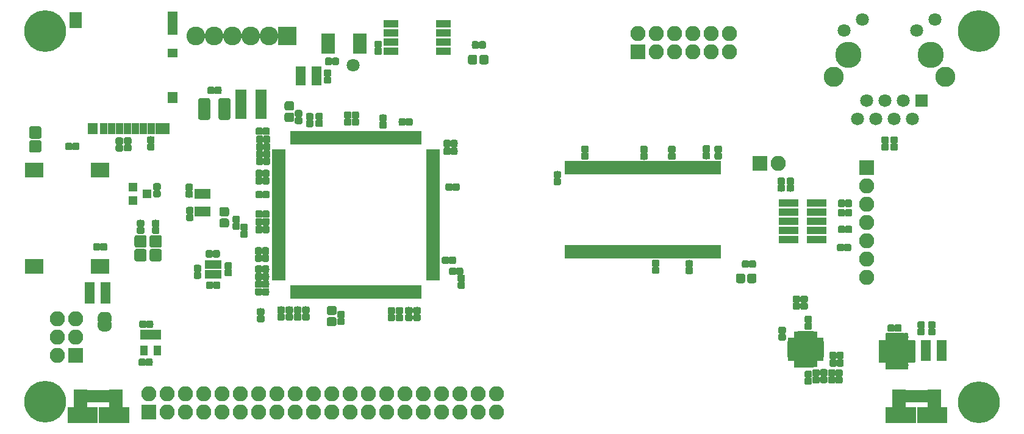
<source format=gbr>
G04 #@! TF.GenerationSoftware,KiCad,Pcbnew,5.0.0-fee4fd1~66~ubuntu16.04.1*
G04 #@! TF.CreationDate,2018-09-09T15:54:37-03:00*
G04 #@! TF.ProjectId,imxrt1020-board,696D787274313032302D626F6172642E,rev?*
G04 #@! TF.SameCoordinates,Original*
G04 #@! TF.FileFunction,Soldermask,Top*
G04 #@! TF.FilePolarity,Negative*
%FSLAX46Y46*%
G04 Gerber Fmt 4.6, Leading zero omitted, Abs format (unit mm)*
G04 Created by KiCad (PCBNEW 5.0.0-fee4fd1~66~ubuntu16.04.1) date Sun Sep  9 15:54:37 2018*
%MOMM*%
%LPD*%
G01*
G04 APERTURE LIST*
%ADD10R,2.100000X2.100000*%
%ADD11O,2.100000X2.100000*%
%ADD12C,0.100000*%
%ADD13C,0.990000*%
%ADD14C,1.275000*%
%ADD15R,1.050000X1.460000*%
%ADD16C,0.500000*%
%ADD17C,1.200000*%
%ADD18C,5.800000*%
%ADD19R,0.850000X1.780000*%
%ADD20R,1.875000X2.500000*%
%ADD21R,2.775000X2.300000*%
%ADD22R,1.575000X2.300000*%
%ADD23C,3.000000*%
%ADD24C,0.650000*%
%ADD25R,1.460000X1.050000*%
%ADD26R,1.100000X1.600000*%
%ADD27R,1.400000X1.600000*%
%ADD28R,1.400000X1.200000*%
%ADD29R,1.400000X3.200000*%
%ADD30R,1.700000X2.300000*%
%ADD31R,2.580000X2.000000*%
%ADD32R,2.600000X2.600000*%
%ADD33C,2.600000*%
%ADD34C,1.700000*%
%ADD35R,2.800000X1.140000*%
%ADD36R,1.300000X1.200000*%
%ADD37R,2.200000X1.400000*%
%ADD38R,1.200000X1.300000*%
%ADD39R,1.600000X4.100000*%
%ADD40C,1.650000*%
%ADD41C,1.798000*%
%ADD42C,3.650000*%
%ADD43C,2.800000*%
%ADD44C,1.808000*%
%ADD45R,1.808000X1.808000*%
%ADD46R,0.700000X1.950000*%
%ADD47R,1.950000X0.700000*%
%ADD48R,1.100000X0.700000*%
%ADD49R,1.250000X0.700000*%
%ADD50R,0.700000X1.100000*%
%ADD51R,0.700000X1.250000*%
%ADD52R,0.700000X1.200000*%
%ADD53R,1.700000X1.700000*%
%ADD54R,0.857200X1.910000*%
%ADD55R,2.100000X1.050000*%
%ADD56R,1.850000X0.850000*%
%ADD57R,1.460000X0.800000*%
%ADD58C,1.800000*%
G04 APERTURE END LIST*
D10*
G04 #@! TO.C,J81*
X225049080Y-93263720D03*
D11*
X225049080Y-95803720D03*
X225049080Y-98343720D03*
X225049080Y-100883720D03*
X225049080Y-103423720D03*
X225049080Y-105963720D03*
X225049080Y-108503720D03*
G04 #@! TD*
D12*
G04 #@! TO.C,C58*
G36*
X124869059Y-114482232D02*
X124893085Y-114485796D01*
X124916645Y-114491697D01*
X124939514Y-114499880D01*
X124961471Y-114510264D01*
X124982304Y-114522751D01*
X125001812Y-114537220D01*
X125019809Y-114553531D01*
X125036120Y-114571528D01*
X125050589Y-114591036D01*
X125063076Y-114611869D01*
X125073460Y-114633826D01*
X125081643Y-114656695D01*
X125087544Y-114680255D01*
X125091108Y-114704281D01*
X125092300Y-114728540D01*
X125092300Y-115273540D01*
X125091108Y-115297799D01*
X125087544Y-115321825D01*
X125081643Y-115345385D01*
X125073460Y-115368254D01*
X125063076Y-115390211D01*
X125050589Y-115411044D01*
X125036120Y-115430552D01*
X125019809Y-115448549D01*
X125001812Y-115464860D01*
X124982304Y-115479329D01*
X124961471Y-115491816D01*
X124939514Y-115502200D01*
X124916645Y-115510383D01*
X124893085Y-115516284D01*
X124869059Y-115519848D01*
X124844800Y-115521040D01*
X124349800Y-115521040D01*
X124325541Y-115519848D01*
X124301515Y-115516284D01*
X124277955Y-115510383D01*
X124255086Y-115502200D01*
X124233129Y-115491816D01*
X124212296Y-115479329D01*
X124192788Y-115464860D01*
X124174791Y-115448549D01*
X124158480Y-115430552D01*
X124144011Y-115411044D01*
X124131524Y-115390211D01*
X124121140Y-115368254D01*
X124112957Y-115345385D01*
X124107056Y-115321825D01*
X124103492Y-115297799D01*
X124102300Y-115273540D01*
X124102300Y-114728540D01*
X124103492Y-114704281D01*
X124107056Y-114680255D01*
X124112957Y-114656695D01*
X124121140Y-114633826D01*
X124131524Y-114611869D01*
X124144011Y-114591036D01*
X124158480Y-114571528D01*
X124174791Y-114553531D01*
X124192788Y-114537220D01*
X124212296Y-114522751D01*
X124233129Y-114510264D01*
X124255086Y-114499880D01*
X124277955Y-114491697D01*
X124301515Y-114485796D01*
X124325541Y-114482232D01*
X124349800Y-114481040D01*
X124844800Y-114481040D01*
X124869059Y-114482232D01*
X124869059Y-114482232D01*
G37*
D13*
X124597300Y-115001040D03*
D12*
G36*
X125839059Y-114482232D02*
X125863085Y-114485796D01*
X125886645Y-114491697D01*
X125909514Y-114499880D01*
X125931471Y-114510264D01*
X125952304Y-114522751D01*
X125971812Y-114537220D01*
X125989809Y-114553531D01*
X126006120Y-114571528D01*
X126020589Y-114591036D01*
X126033076Y-114611869D01*
X126043460Y-114633826D01*
X126051643Y-114656695D01*
X126057544Y-114680255D01*
X126061108Y-114704281D01*
X126062300Y-114728540D01*
X126062300Y-115273540D01*
X126061108Y-115297799D01*
X126057544Y-115321825D01*
X126051643Y-115345385D01*
X126043460Y-115368254D01*
X126033076Y-115390211D01*
X126020589Y-115411044D01*
X126006120Y-115430552D01*
X125989809Y-115448549D01*
X125971812Y-115464860D01*
X125952304Y-115479329D01*
X125931471Y-115491816D01*
X125909514Y-115502200D01*
X125886645Y-115510383D01*
X125863085Y-115516284D01*
X125839059Y-115519848D01*
X125814800Y-115521040D01*
X125319800Y-115521040D01*
X125295541Y-115519848D01*
X125271515Y-115516284D01*
X125247955Y-115510383D01*
X125225086Y-115502200D01*
X125203129Y-115491816D01*
X125182296Y-115479329D01*
X125162788Y-115464860D01*
X125144791Y-115448549D01*
X125128480Y-115430552D01*
X125114011Y-115411044D01*
X125101524Y-115390211D01*
X125091140Y-115368254D01*
X125082957Y-115345385D01*
X125077056Y-115321825D01*
X125073492Y-115297799D01*
X125072300Y-115273540D01*
X125072300Y-114728540D01*
X125073492Y-114704281D01*
X125077056Y-114680255D01*
X125082957Y-114656695D01*
X125091140Y-114633826D01*
X125101524Y-114611869D01*
X125114011Y-114591036D01*
X125128480Y-114571528D01*
X125144791Y-114553531D01*
X125162788Y-114537220D01*
X125182296Y-114522751D01*
X125203129Y-114510264D01*
X125225086Y-114499880D01*
X125247955Y-114491697D01*
X125271515Y-114485796D01*
X125295541Y-114482232D01*
X125319800Y-114481040D01*
X125814800Y-114481040D01*
X125839059Y-114482232D01*
X125839059Y-114482232D01*
G37*
D13*
X125567300Y-115001040D03*
G04 #@! TD*
D12*
G04 #@! TO.C,C59*
G36*
X125745079Y-119775592D02*
X125769105Y-119779156D01*
X125792665Y-119785057D01*
X125815534Y-119793240D01*
X125837491Y-119803624D01*
X125858324Y-119816111D01*
X125877832Y-119830580D01*
X125895829Y-119846891D01*
X125912140Y-119864888D01*
X125926609Y-119884396D01*
X125939096Y-119905229D01*
X125949480Y-119927186D01*
X125957663Y-119950055D01*
X125963564Y-119973615D01*
X125967128Y-119997641D01*
X125968320Y-120021900D01*
X125968320Y-120566900D01*
X125967128Y-120591159D01*
X125963564Y-120615185D01*
X125957663Y-120638745D01*
X125949480Y-120661614D01*
X125939096Y-120683571D01*
X125926609Y-120704404D01*
X125912140Y-120723912D01*
X125895829Y-120741909D01*
X125877832Y-120758220D01*
X125858324Y-120772689D01*
X125837491Y-120785176D01*
X125815534Y-120795560D01*
X125792665Y-120803743D01*
X125769105Y-120809644D01*
X125745079Y-120813208D01*
X125720820Y-120814400D01*
X125225820Y-120814400D01*
X125201561Y-120813208D01*
X125177535Y-120809644D01*
X125153975Y-120803743D01*
X125131106Y-120795560D01*
X125109149Y-120785176D01*
X125088316Y-120772689D01*
X125068808Y-120758220D01*
X125050811Y-120741909D01*
X125034500Y-120723912D01*
X125020031Y-120704404D01*
X125007544Y-120683571D01*
X124997160Y-120661614D01*
X124988977Y-120638745D01*
X124983076Y-120615185D01*
X124979512Y-120591159D01*
X124978320Y-120566900D01*
X124978320Y-120021900D01*
X124979512Y-119997641D01*
X124983076Y-119973615D01*
X124988977Y-119950055D01*
X124997160Y-119927186D01*
X125007544Y-119905229D01*
X125020031Y-119884396D01*
X125034500Y-119864888D01*
X125050811Y-119846891D01*
X125068808Y-119830580D01*
X125088316Y-119816111D01*
X125109149Y-119803624D01*
X125131106Y-119793240D01*
X125153975Y-119785057D01*
X125177535Y-119779156D01*
X125201561Y-119775592D01*
X125225820Y-119774400D01*
X125720820Y-119774400D01*
X125745079Y-119775592D01*
X125745079Y-119775592D01*
G37*
D13*
X125473320Y-120294400D03*
D12*
G36*
X124775079Y-119775592D02*
X124799105Y-119779156D01*
X124822665Y-119785057D01*
X124845534Y-119793240D01*
X124867491Y-119803624D01*
X124888324Y-119816111D01*
X124907832Y-119830580D01*
X124925829Y-119846891D01*
X124942140Y-119864888D01*
X124956609Y-119884396D01*
X124969096Y-119905229D01*
X124979480Y-119927186D01*
X124987663Y-119950055D01*
X124993564Y-119973615D01*
X124997128Y-119997641D01*
X124998320Y-120021900D01*
X124998320Y-120566900D01*
X124997128Y-120591159D01*
X124993564Y-120615185D01*
X124987663Y-120638745D01*
X124979480Y-120661614D01*
X124969096Y-120683571D01*
X124956609Y-120704404D01*
X124942140Y-120723912D01*
X124925829Y-120741909D01*
X124907832Y-120758220D01*
X124888324Y-120772689D01*
X124867491Y-120785176D01*
X124845534Y-120795560D01*
X124822665Y-120803743D01*
X124799105Y-120809644D01*
X124775079Y-120813208D01*
X124750820Y-120814400D01*
X124255820Y-120814400D01*
X124231561Y-120813208D01*
X124207535Y-120809644D01*
X124183975Y-120803743D01*
X124161106Y-120795560D01*
X124139149Y-120785176D01*
X124118316Y-120772689D01*
X124098808Y-120758220D01*
X124080811Y-120741909D01*
X124064500Y-120723912D01*
X124050031Y-120704404D01*
X124037544Y-120683571D01*
X124027160Y-120661614D01*
X124018977Y-120638745D01*
X124013076Y-120615185D01*
X124009512Y-120591159D01*
X124008320Y-120566900D01*
X124008320Y-120021900D01*
X124009512Y-119997641D01*
X124013076Y-119973615D01*
X124018977Y-119950055D01*
X124027160Y-119927186D01*
X124037544Y-119905229D01*
X124050031Y-119884396D01*
X124064500Y-119864888D01*
X124080811Y-119846891D01*
X124098808Y-119830580D01*
X124118316Y-119816111D01*
X124139149Y-119803624D01*
X124161106Y-119793240D01*
X124183975Y-119785057D01*
X124207535Y-119779156D01*
X124231561Y-119775592D01*
X124255820Y-119774400D01*
X124750820Y-119774400D01*
X124775079Y-119775592D01*
X124775079Y-119775592D01*
G37*
D13*
X124503320Y-120294400D03*
G04 #@! TD*
D12*
G04 #@! TO.C,C60*
G36*
X141256599Y-112782712D02*
X141280625Y-112786276D01*
X141304185Y-112792177D01*
X141327054Y-112800360D01*
X141349011Y-112810744D01*
X141369844Y-112823231D01*
X141389352Y-112837700D01*
X141407349Y-112854011D01*
X141423660Y-112872008D01*
X141438129Y-112891516D01*
X141450616Y-112912349D01*
X141461000Y-112934306D01*
X141469183Y-112957175D01*
X141475084Y-112980735D01*
X141478648Y-113004761D01*
X141479840Y-113029020D01*
X141479840Y-113524020D01*
X141478648Y-113548279D01*
X141475084Y-113572305D01*
X141469183Y-113595865D01*
X141461000Y-113618734D01*
X141450616Y-113640691D01*
X141438129Y-113661524D01*
X141423660Y-113681032D01*
X141407349Y-113699029D01*
X141389352Y-113715340D01*
X141369844Y-113729809D01*
X141349011Y-113742296D01*
X141327054Y-113752680D01*
X141304185Y-113760863D01*
X141280625Y-113766764D01*
X141256599Y-113770328D01*
X141232340Y-113771520D01*
X140687340Y-113771520D01*
X140663081Y-113770328D01*
X140639055Y-113766764D01*
X140615495Y-113760863D01*
X140592626Y-113752680D01*
X140570669Y-113742296D01*
X140549836Y-113729809D01*
X140530328Y-113715340D01*
X140512331Y-113699029D01*
X140496020Y-113681032D01*
X140481551Y-113661524D01*
X140469064Y-113640691D01*
X140458680Y-113618734D01*
X140450497Y-113595865D01*
X140444596Y-113572305D01*
X140441032Y-113548279D01*
X140439840Y-113524020D01*
X140439840Y-113029020D01*
X140441032Y-113004761D01*
X140444596Y-112980735D01*
X140450497Y-112957175D01*
X140458680Y-112934306D01*
X140469064Y-112912349D01*
X140481551Y-112891516D01*
X140496020Y-112872008D01*
X140512331Y-112854011D01*
X140530328Y-112837700D01*
X140549836Y-112823231D01*
X140570669Y-112810744D01*
X140592626Y-112800360D01*
X140615495Y-112792177D01*
X140639055Y-112786276D01*
X140663081Y-112782712D01*
X140687340Y-112781520D01*
X141232340Y-112781520D01*
X141256599Y-112782712D01*
X141256599Y-112782712D01*
G37*
D13*
X140959840Y-113276520D03*
D12*
G36*
X141256599Y-113752712D02*
X141280625Y-113756276D01*
X141304185Y-113762177D01*
X141327054Y-113770360D01*
X141349011Y-113780744D01*
X141369844Y-113793231D01*
X141389352Y-113807700D01*
X141407349Y-113824011D01*
X141423660Y-113842008D01*
X141438129Y-113861516D01*
X141450616Y-113882349D01*
X141461000Y-113904306D01*
X141469183Y-113927175D01*
X141475084Y-113950735D01*
X141478648Y-113974761D01*
X141479840Y-113999020D01*
X141479840Y-114494020D01*
X141478648Y-114518279D01*
X141475084Y-114542305D01*
X141469183Y-114565865D01*
X141461000Y-114588734D01*
X141450616Y-114610691D01*
X141438129Y-114631524D01*
X141423660Y-114651032D01*
X141407349Y-114669029D01*
X141389352Y-114685340D01*
X141369844Y-114699809D01*
X141349011Y-114712296D01*
X141327054Y-114722680D01*
X141304185Y-114730863D01*
X141280625Y-114736764D01*
X141256599Y-114740328D01*
X141232340Y-114741520D01*
X140687340Y-114741520D01*
X140663081Y-114740328D01*
X140639055Y-114736764D01*
X140615495Y-114730863D01*
X140592626Y-114722680D01*
X140570669Y-114712296D01*
X140549836Y-114699809D01*
X140530328Y-114685340D01*
X140512331Y-114669029D01*
X140496020Y-114651032D01*
X140481551Y-114631524D01*
X140469064Y-114610691D01*
X140458680Y-114588734D01*
X140450497Y-114565865D01*
X140444596Y-114542305D01*
X140441032Y-114518279D01*
X140439840Y-114494020D01*
X140439840Y-113999020D01*
X140441032Y-113974761D01*
X140444596Y-113950735D01*
X140450497Y-113927175D01*
X140458680Y-113904306D01*
X140469064Y-113882349D01*
X140481551Y-113861516D01*
X140496020Y-113842008D01*
X140512331Y-113824011D01*
X140530328Y-113807700D01*
X140549836Y-113793231D01*
X140570669Y-113780744D01*
X140592626Y-113770360D01*
X140615495Y-113762177D01*
X140639055Y-113756276D01*
X140663081Y-113752712D01*
X140687340Y-113751520D01*
X141232340Y-113751520D01*
X141256599Y-113752712D01*
X141256599Y-113752712D01*
G37*
D13*
X140959840Y-114246520D03*
G04 #@! TD*
D12*
G04 #@! TO.C,C72*
G36*
X170728013Y-77566155D02*
X170758955Y-77570745D01*
X170789298Y-77578345D01*
X170818750Y-77588883D01*
X170847028Y-77602258D01*
X170873858Y-77618339D01*
X170898983Y-77636973D01*
X170922160Y-77657980D01*
X170943167Y-77681157D01*
X170961801Y-77706282D01*
X170977882Y-77733112D01*
X170991257Y-77761390D01*
X171001795Y-77790842D01*
X171009395Y-77821185D01*
X171013985Y-77852127D01*
X171015520Y-77883370D01*
X171015520Y-78595870D01*
X171013985Y-78627113D01*
X171009395Y-78658055D01*
X171001795Y-78688398D01*
X170991257Y-78717850D01*
X170977882Y-78746128D01*
X170961801Y-78772958D01*
X170943167Y-78798083D01*
X170922160Y-78821260D01*
X170898983Y-78842267D01*
X170873858Y-78860901D01*
X170847028Y-78876982D01*
X170818750Y-78890357D01*
X170789298Y-78900895D01*
X170758955Y-78908495D01*
X170728013Y-78913085D01*
X170696770Y-78914620D01*
X170059270Y-78914620D01*
X170028027Y-78913085D01*
X169997085Y-78908495D01*
X169966742Y-78900895D01*
X169937290Y-78890357D01*
X169909012Y-78876982D01*
X169882182Y-78860901D01*
X169857057Y-78842267D01*
X169833880Y-78821260D01*
X169812873Y-78798083D01*
X169794239Y-78772958D01*
X169778158Y-78746128D01*
X169764783Y-78717850D01*
X169754245Y-78688398D01*
X169746645Y-78658055D01*
X169742055Y-78627113D01*
X169740520Y-78595870D01*
X169740520Y-77883370D01*
X169742055Y-77852127D01*
X169746645Y-77821185D01*
X169754245Y-77790842D01*
X169764783Y-77761390D01*
X169778158Y-77733112D01*
X169794239Y-77706282D01*
X169812873Y-77681157D01*
X169833880Y-77657980D01*
X169857057Y-77636973D01*
X169882182Y-77618339D01*
X169909012Y-77602258D01*
X169937290Y-77588883D01*
X169966742Y-77578345D01*
X169997085Y-77570745D01*
X170028027Y-77566155D01*
X170059270Y-77564620D01*
X170696770Y-77564620D01*
X170728013Y-77566155D01*
X170728013Y-77566155D01*
G37*
D14*
X170378020Y-78239620D03*
D12*
G36*
X172303013Y-77566155D02*
X172333955Y-77570745D01*
X172364298Y-77578345D01*
X172393750Y-77588883D01*
X172422028Y-77602258D01*
X172448858Y-77618339D01*
X172473983Y-77636973D01*
X172497160Y-77657980D01*
X172518167Y-77681157D01*
X172536801Y-77706282D01*
X172552882Y-77733112D01*
X172566257Y-77761390D01*
X172576795Y-77790842D01*
X172584395Y-77821185D01*
X172588985Y-77852127D01*
X172590520Y-77883370D01*
X172590520Y-78595870D01*
X172588985Y-78627113D01*
X172584395Y-78658055D01*
X172576795Y-78688398D01*
X172566257Y-78717850D01*
X172552882Y-78746128D01*
X172536801Y-78772958D01*
X172518167Y-78798083D01*
X172497160Y-78821260D01*
X172473983Y-78842267D01*
X172448858Y-78860901D01*
X172422028Y-78876982D01*
X172393750Y-78890357D01*
X172364298Y-78900895D01*
X172333955Y-78908495D01*
X172303013Y-78913085D01*
X172271770Y-78914620D01*
X171634270Y-78914620D01*
X171603027Y-78913085D01*
X171572085Y-78908495D01*
X171541742Y-78900895D01*
X171512290Y-78890357D01*
X171484012Y-78876982D01*
X171457182Y-78860901D01*
X171432057Y-78842267D01*
X171408880Y-78821260D01*
X171387873Y-78798083D01*
X171369239Y-78772958D01*
X171353158Y-78746128D01*
X171339783Y-78717850D01*
X171329245Y-78688398D01*
X171321645Y-78658055D01*
X171317055Y-78627113D01*
X171315520Y-78595870D01*
X171315520Y-77883370D01*
X171317055Y-77852127D01*
X171321645Y-77821185D01*
X171329245Y-77790842D01*
X171339783Y-77761390D01*
X171353158Y-77733112D01*
X171369239Y-77706282D01*
X171387873Y-77681157D01*
X171408880Y-77657980D01*
X171432057Y-77636973D01*
X171457182Y-77618339D01*
X171484012Y-77602258D01*
X171512290Y-77588883D01*
X171541742Y-77578345D01*
X171572085Y-77570745D01*
X171603027Y-77566155D01*
X171634270Y-77564620D01*
X172271770Y-77564620D01*
X172303013Y-77566155D01*
X172303013Y-77566155D01*
G37*
D14*
X171953020Y-78239620D03*
G04 #@! TD*
D12*
G04 #@! TO.C,C74*
G36*
X207928853Y-107954715D02*
X207959795Y-107959305D01*
X207990138Y-107966905D01*
X208019590Y-107977443D01*
X208047868Y-107990818D01*
X208074698Y-108006899D01*
X208099823Y-108025533D01*
X208123000Y-108046540D01*
X208144007Y-108069717D01*
X208162641Y-108094842D01*
X208178722Y-108121672D01*
X208192097Y-108149950D01*
X208202635Y-108179402D01*
X208210235Y-108209745D01*
X208214825Y-108240687D01*
X208216360Y-108271930D01*
X208216360Y-108984430D01*
X208214825Y-109015673D01*
X208210235Y-109046615D01*
X208202635Y-109076958D01*
X208192097Y-109106410D01*
X208178722Y-109134688D01*
X208162641Y-109161518D01*
X208144007Y-109186643D01*
X208123000Y-109209820D01*
X208099823Y-109230827D01*
X208074698Y-109249461D01*
X208047868Y-109265542D01*
X208019590Y-109278917D01*
X207990138Y-109289455D01*
X207959795Y-109297055D01*
X207928853Y-109301645D01*
X207897610Y-109303180D01*
X207260110Y-109303180D01*
X207228867Y-109301645D01*
X207197925Y-109297055D01*
X207167582Y-109289455D01*
X207138130Y-109278917D01*
X207109852Y-109265542D01*
X207083022Y-109249461D01*
X207057897Y-109230827D01*
X207034720Y-109209820D01*
X207013713Y-109186643D01*
X206995079Y-109161518D01*
X206978998Y-109134688D01*
X206965623Y-109106410D01*
X206955085Y-109076958D01*
X206947485Y-109046615D01*
X206942895Y-109015673D01*
X206941360Y-108984430D01*
X206941360Y-108271930D01*
X206942895Y-108240687D01*
X206947485Y-108209745D01*
X206955085Y-108179402D01*
X206965623Y-108149950D01*
X206978998Y-108121672D01*
X206995079Y-108094842D01*
X207013713Y-108069717D01*
X207034720Y-108046540D01*
X207057897Y-108025533D01*
X207083022Y-108006899D01*
X207109852Y-107990818D01*
X207138130Y-107977443D01*
X207167582Y-107966905D01*
X207197925Y-107959305D01*
X207228867Y-107954715D01*
X207260110Y-107953180D01*
X207897610Y-107953180D01*
X207928853Y-107954715D01*
X207928853Y-107954715D01*
G37*
D14*
X207578860Y-108628180D03*
D12*
G36*
X209503853Y-107954715D02*
X209534795Y-107959305D01*
X209565138Y-107966905D01*
X209594590Y-107977443D01*
X209622868Y-107990818D01*
X209649698Y-108006899D01*
X209674823Y-108025533D01*
X209698000Y-108046540D01*
X209719007Y-108069717D01*
X209737641Y-108094842D01*
X209753722Y-108121672D01*
X209767097Y-108149950D01*
X209777635Y-108179402D01*
X209785235Y-108209745D01*
X209789825Y-108240687D01*
X209791360Y-108271930D01*
X209791360Y-108984430D01*
X209789825Y-109015673D01*
X209785235Y-109046615D01*
X209777635Y-109076958D01*
X209767097Y-109106410D01*
X209753722Y-109134688D01*
X209737641Y-109161518D01*
X209719007Y-109186643D01*
X209698000Y-109209820D01*
X209674823Y-109230827D01*
X209649698Y-109249461D01*
X209622868Y-109265542D01*
X209594590Y-109278917D01*
X209565138Y-109289455D01*
X209534795Y-109297055D01*
X209503853Y-109301645D01*
X209472610Y-109303180D01*
X208835110Y-109303180D01*
X208803867Y-109301645D01*
X208772925Y-109297055D01*
X208742582Y-109289455D01*
X208713130Y-109278917D01*
X208684852Y-109265542D01*
X208658022Y-109249461D01*
X208632897Y-109230827D01*
X208609720Y-109209820D01*
X208588713Y-109186643D01*
X208570079Y-109161518D01*
X208553998Y-109134688D01*
X208540623Y-109106410D01*
X208530085Y-109076958D01*
X208522485Y-109046615D01*
X208517895Y-109015673D01*
X208516360Y-108984430D01*
X208516360Y-108271930D01*
X208517895Y-108240687D01*
X208522485Y-108209745D01*
X208530085Y-108179402D01*
X208540623Y-108149950D01*
X208553998Y-108121672D01*
X208570079Y-108094842D01*
X208588713Y-108069717D01*
X208609720Y-108046540D01*
X208632897Y-108025533D01*
X208658022Y-108006899D01*
X208684852Y-107990818D01*
X208713130Y-107977443D01*
X208742582Y-107966905D01*
X208772925Y-107959305D01*
X208803867Y-107954715D01*
X208835110Y-107953180D01*
X209472610Y-107953180D01*
X209503853Y-107954715D01*
X209503853Y-107954715D01*
G37*
D14*
X209153860Y-108628180D03*
G04 #@! TD*
D15*
G04 #@! TO.C,U5*
X126654600Y-116496920D03*
X125704600Y-116496920D03*
X124754600Y-116496920D03*
X124754600Y-118696920D03*
X126654600Y-118696920D03*
G04 #@! TD*
D10*
G04 #@! TO.C,J6*
X193349880Y-77155040D03*
D11*
X193349880Y-74615040D03*
X195889880Y-77155040D03*
X195889880Y-74615040D03*
X198429880Y-77155040D03*
X198429880Y-74615040D03*
X200969880Y-77155040D03*
X200969880Y-74615040D03*
X203509880Y-77155040D03*
X203509880Y-74615040D03*
X206049880Y-77155040D03*
X206049880Y-74615040D03*
G04 #@! TD*
D16*
G04 #@! TO.C,JP2*
X119303800Y-113997980D03*
D12*
G36*
X120249957Y-114536998D02*
X120238576Y-114574517D01*
X120220094Y-114609094D01*
X120195221Y-114639401D01*
X120164914Y-114664274D01*
X120130337Y-114682756D01*
X120103800Y-114690806D01*
X120103800Y-114897980D01*
X120099957Y-114936998D01*
X120088576Y-114974517D01*
X120070094Y-115009094D01*
X120045221Y-115039401D01*
X120014914Y-115064274D01*
X119980337Y-115082756D01*
X119942818Y-115094137D01*
X119903800Y-115097980D01*
X119503800Y-115097980D01*
X119464782Y-115094137D01*
X119427263Y-115082756D01*
X119392686Y-115064274D01*
X119362379Y-115039401D01*
X119337506Y-115009094D01*
X119319024Y-114974517D01*
X119307643Y-114936998D01*
X119303800Y-114897980D01*
X119299957Y-114936998D01*
X119288576Y-114974517D01*
X119270094Y-115009094D01*
X119245221Y-115039401D01*
X119214914Y-115064274D01*
X119180337Y-115082756D01*
X119142818Y-115094137D01*
X119103800Y-115097980D01*
X118703800Y-115097980D01*
X118664782Y-115094137D01*
X118627263Y-115082756D01*
X118592686Y-115064274D01*
X118562379Y-115039401D01*
X118537506Y-115009094D01*
X118519024Y-114974517D01*
X118507643Y-114936998D01*
X118503800Y-114897980D01*
X118503800Y-114690806D01*
X118477263Y-114682756D01*
X118442686Y-114664274D01*
X118412379Y-114639401D01*
X118387506Y-114609094D01*
X118369024Y-114574517D01*
X118357643Y-114536998D01*
X118353800Y-114497980D01*
X118353800Y-113997980D01*
X118354402Y-113991868D01*
X118354402Y-113973446D01*
X118355365Y-113953840D01*
X118360175Y-113905009D01*
X118363054Y-113885600D01*
X118372626Y-113837475D01*
X118377396Y-113818432D01*
X118391640Y-113771477D01*
X118398251Y-113753000D01*
X118417028Y-113707667D01*
X118425423Y-113689919D01*
X118448554Y-113646646D01*
X118458640Y-113629818D01*
X118485900Y-113589019D01*
X118497595Y-113573250D01*
X118528723Y-113535321D01*
X118541903Y-113520780D01*
X118576600Y-113486083D01*
X118591141Y-113472903D01*
X118629070Y-113441775D01*
X118644839Y-113430080D01*
X118685638Y-113402820D01*
X118702466Y-113392734D01*
X118745739Y-113369603D01*
X118763487Y-113361208D01*
X118808820Y-113342431D01*
X118827297Y-113335820D01*
X118874252Y-113321576D01*
X118893295Y-113316806D01*
X118941420Y-113307234D01*
X118960829Y-113304355D01*
X119009660Y-113299545D01*
X119029266Y-113298582D01*
X119047688Y-113298582D01*
X119053800Y-113297980D01*
X119553800Y-113297980D01*
X119559912Y-113298582D01*
X119578334Y-113298582D01*
X119597940Y-113299545D01*
X119646771Y-113304355D01*
X119666180Y-113307234D01*
X119714305Y-113316806D01*
X119733348Y-113321576D01*
X119780303Y-113335820D01*
X119798780Y-113342431D01*
X119844113Y-113361208D01*
X119861861Y-113369603D01*
X119905134Y-113392734D01*
X119921962Y-113402820D01*
X119962761Y-113430080D01*
X119978530Y-113441775D01*
X120016459Y-113472903D01*
X120031000Y-113486083D01*
X120065697Y-113520780D01*
X120078877Y-113535321D01*
X120110005Y-113573250D01*
X120121700Y-113589019D01*
X120148960Y-113629818D01*
X120159046Y-113646646D01*
X120182177Y-113689919D01*
X120190572Y-113707667D01*
X120209349Y-113753000D01*
X120215960Y-113771477D01*
X120230204Y-113818432D01*
X120234974Y-113837475D01*
X120244546Y-113885600D01*
X120247425Y-113905009D01*
X120252235Y-113953840D01*
X120253198Y-113973446D01*
X120253198Y-113991868D01*
X120253800Y-113997980D01*
X120253800Y-114497980D01*
X120249957Y-114536998D01*
X120249957Y-114536998D01*
G37*
D16*
X119303800Y-115297980D03*
D12*
G36*
X120253198Y-115304092D02*
X120253198Y-115322514D01*
X120252235Y-115342120D01*
X120247425Y-115390951D01*
X120244546Y-115410360D01*
X120234974Y-115458485D01*
X120230204Y-115477528D01*
X120215960Y-115524483D01*
X120209349Y-115542960D01*
X120190572Y-115588293D01*
X120182177Y-115606041D01*
X120159046Y-115649314D01*
X120148960Y-115666142D01*
X120121700Y-115706941D01*
X120110005Y-115722710D01*
X120078877Y-115760639D01*
X120065697Y-115775180D01*
X120031000Y-115809877D01*
X120016459Y-115823057D01*
X119978530Y-115854185D01*
X119962761Y-115865880D01*
X119921962Y-115893140D01*
X119905134Y-115903226D01*
X119861861Y-115926357D01*
X119844113Y-115934752D01*
X119798780Y-115953529D01*
X119780303Y-115960140D01*
X119733348Y-115974384D01*
X119714305Y-115979154D01*
X119666180Y-115988726D01*
X119646771Y-115991605D01*
X119597940Y-115996415D01*
X119578334Y-115997378D01*
X119559912Y-115997378D01*
X119553800Y-115997980D01*
X119053800Y-115997980D01*
X119047688Y-115997378D01*
X119029266Y-115997378D01*
X119009660Y-115996415D01*
X118960829Y-115991605D01*
X118941420Y-115988726D01*
X118893295Y-115979154D01*
X118874252Y-115974384D01*
X118827297Y-115960140D01*
X118808820Y-115953529D01*
X118763487Y-115934752D01*
X118745739Y-115926357D01*
X118702466Y-115903226D01*
X118685638Y-115893140D01*
X118644839Y-115865880D01*
X118629070Y-115854185D01*
X118591141Y-115823057D01*
X118576600Y-115809877D01*
X118541903Y-115775180D01*
X118528723Y-115760639D01*
X118497595Y-115722710D01*
X118485900Y-115706941D01*
X118458640Y-115666142D01*
X118448554Y-115649314D01*
X118425423Y-115606041D01*
X118417028Y-115588293D01*
X118398251Y-115542960D01*
X118391640Y-115524483D01*
X118377396Y-115477528D01*
X118372626Y-115458485D01*
X118363054Y-115410360D01*
X118360175Y-115390951D01*
X118355365Y-115342120D01*
X118354402Y-115322514D01*
X118354402Y-115304092D01*
X118353800Y-115297980D01*
X118353800Y-114797980D01*
X118357643Y-114758962D01*
X118369024Y-114721443D01*
X118387506Y-114686866D01*
X118412379Y-114656559D01*
X118442686Y-114631686D01*
X118477263Y-114613204D01*
X118514782Y-114601823D01*
X118553800Y-114597980D01*
X120053800Y-114597980D01*
X120092818Y-114601823D01*
X120130337Y-114613204D01*
X120164914Y-114631686D01*
X120195221Y-114656559D01*
X120220094Y-114686866D01*
X120238576Y-114721443D01*
X120249957Y-114758962D01*
X120253800Y-114797980D01*
X120253800Y-115297980D01*
X120253198Y-115304092D01*
X120253198Y-115304092D01*
G37*
G04 #@! TD*
D17*
G04 #@! TO.C,MH1*
X112489471Y-124351929D03*
X111057580Y-123758820D03*
X109625689Y-124351929D03*
X109032580Y-125783820D03*
X109625689Y-127215711D03*
X111057580Y-127808820D03*
X112489471Y-127215711D03*
X113082580Y-125783820D03*
D18*
X111057580Y-125783820D03*
G04 #@! TD*
G04 #@! TO.C,MH2*
X111057580Y-74283820D03*
D17*
X113082580Y-74283820D03*
X112489471Y-75715711D03*
X111057580Y-76308820D03*
X109625689Y-75715711D03*
X109032580Y-74283820D03*
X109625689Y-72851929D03*
X111057580Y-72258820D03*
X112489471Y-72851929D03*
G04 #@! TD*
G04 #@! TO.C,MH3*
X242089471Y-72851929D03*
X240657580Y-72258820D03*
X239225689Y-72851929D03*
X238632580Y-74283820D03*
X239225689Y-75715711D03*
X240657580Y-76308820D03*
X242089471Y-75715711D03*
X242682580Y-74283820D03*
D18*
X240657580Y-74283820D03*
G04 #@! TD*
G04 #@! TO.C,MH4*
X240657580Y-125883820D03*
D17*
X242682580Y-125883820D03*
X242089471Y-127315711D03*
X240657580Y-127908820D03*
X239225689Y-127315711D03*
X238632580Y-125883820D03*
X239225689Y-124451929D03*
X240657580Y-123858820D03*
X242089471Y-124451929D03*
G04 #@! TD*
D12*
G04 #@! TO.C,C78*
G36*
X234428879Y-114596272D02*
X234452905Y-114599836D01*
X234476465Y-114605737D01*
X234499334Y-114613920D01*
X234521291Y-114624304D01*
X234542124Y-114636791D01*
X234561632Y-114651260D01*
X234579629Y-114667571D01*
X234595940Y-114685568D01*
X234610409Y-114705076D01*
X234622896Y-114725909D01*
X234633280Y-114747866D01*
X234641463Y-114770735D01*
X234647364Y-114794295D01*
X234650928Y-114818321D01*
X234652120Y-114842580D01*
X234652120Y-115337580D01*
X234650928Y-115361839D01*
X234647364Y-115385865D01*
X234641463Y-115409425D01*
X234633280Y-115432294D01*
X234622896Y-115454251D01*
X234610409Y-115475084D01*
X234595940Y-115494592D01*
X234579629Y-115512589D01*
X234561632Y-115528900D01*
X234542124Y-115543369D01*
X234521291Y-115555856D01*
X234499334Y-115566240D01*
X234476465Y-115574423D01*
X234452905Y-115580324D01*
X234428879Y-115583888D01*
X234404620Y-115585080D01*
X233859620Y-115585080D01*
X233835361Y-115583888D01*
X233811335Y-115580324D01*
X233787775Y-115574423D01*
X233764906Y-115566240D01*
X233742949Y-115555856D01*
X233722116Y-115543369D01*
X233702608Y-115528900D01*
X233684611Y-115512589D01*
X233668300Y-115494592D01*
X233653831Y-115475084D01*
X233641344Y-115454251D01*
X233630960Y-115432294D01*
X233622777Y-115409425D01*
X233616876Y-115385865D01*
X233613312Y-115361839D01*
X233612120Y-115337580D01*
X233612120Y-114842580D01*
X233613312Y-114818321D01*
X233616876Y-114794295D01*
X233622777Y-114770735D01*
X233630960Y-114747866D01*
X233641344Y-114725909D01*
X233653831Y-114705076D01*
X233668300Y-114685568D01*
X233684611Y-114667571D01*
X233702608Y-114651260D01*
X233722116Y-114636791D01*
X233742949Y-114624304D01*
X233764906Y-114613920D01*
X233787775Y-114605737D01*
X233811335Y-114599836D01*
X233835361Y-114596272D01*
X233859620Y-114595080D01*
X234404620Y-114595080D01*
X234428879Y-114596272D01*
X234428879Y-114596272D01*
G37*
D13*
X234132120Y-115090080D03*
D12*
G36*
X234428879Y-115566272D02*
X234452905Y-115569836D01*
X234476465Y-115575737D01*
X234499334Y-115583920D01*
X234521291Y-115594304D01*
X234542124Y-115606791D01*
X234561632Y-115621260D01*
X234579629Y-115637571D01*
X234595940Y-115655568D01*
X234610409Y-115675076D01*
X234622896Y-115695909D01*
X234633280Y-115717866D01*
X234641463Y-115740735D01*
X234647364Y-115764295D01*
X234650928Y-115788321D01*
X234652120Y-115812580D01*
X234652120Y-116307580D01*
X234650928Y-116331839D01*
X234647364Y-116355865D01*
X234641463Y-116379425D01*
X234633280Y-116402294D01*
X234622896Y-116424251D01*
X234610409Y-116445084D01*
X234595940Y-116464592D01*
X234579629Y-116482589D01*
X234561632Y-116498900D01*
X234542124Y-116513369D01*
X234521291Y-116525856D01*
X234499334Y-116536240D01*
X234476465Y-116544423D01*
X234452905Y-116550324D01*
X234428879Y-116553888D01*
X234404620Y-116555080D01*
X233859620Y-116555080D01*
X233835361Y-116553888D01*
X233811335Y-116550324D01*
X233787775Y-116544423D01*
X233764906Y-116536240D01*
X233742949Y-116525856D01*
X233722116Y-116513369D01*
X233702608Y-116498900D01*
X233684611Y-116482589D01*
X233668300Y-116464592D01*
X233653831Y-116445084D01*
X233641344Y-116424251D01*
X233630960Y-116402294D01*
X233622777Y-116379425D01*
X233616876Y-116355865D01*
X233613312Y-116331839D01*
X233612120Y-116307580D01*
X233612120Y-115812580D01*
X233613312Y-115788321D01*
X233616876Y-115764295D01*
X233622777Y-115740735D01*
X233630960Y-115717866D01*
X233641344Y-115695909D01*
X233653831Y-115675076D01*
X233668300Y-115655568D01*
X233684611Y-115637571D01*
X233702608Y-115621260D01*
X233722116Y-115606791D01*
X233742949Y-115594304D01*
X233764906Y-115583920D01*
X233787775Y-115575737D01*
X233811335Y-115569836D01*
X233835361Y-115566272D01*
X233859620Y-115565080D01*
X234404620Y-115565080D01*
X234428879Y-115566272D01*
X234428879Y-115566272D01*
G37*
D13*
X234132120Y-116060080D03*
G04 #@! TD*
D12*
G04 #@! TO.C,C77*
G36*
X232945519Y-115558652D02*
X232969545Y-115562216D01*
X232993105Y-115568117D01*
X233015974Y-115576300D01*
X233037931Y-115586684D01*
X233058764Y-115599171D01*
X233078272Y-115613640D01*
X233096269Y-115629951D01*
X233112580Y-115647948D01*
X233127049Y-115667456D01*
X233139536Y-115688289D01*
X233149920Y-115710246D01*
X233158103Y-115733115D01*
X233164004Y-115756675D01*
X233167568Y-115780701D01*
X233168760Y-115804960D01*
X233168760Y-116299960D01*
X233167568Y-116324219D01*
X233164004Y-116348245D01*
X233158103Y-116371805D01*
X233149920Y-116394674D01*
X233139536Y-116416631D01*
X233127049Y-116437464D01*
X233112580Y-116456972D01*
X233096269Y-116474969D01*
X233078272Y-116491280D01*
X233058764Y-116505749D01*
X233037931Y-116518236D01*
X233015974Y-116528620D01*
X232993105Y-116536803D01*
X232969545Y-116542704D01*
X232945519Y-116546268D01*
X232921260Y-116547460D01*
X232376260Y-116547460D01*
X232352001Y-116546268D01*
X232327975Y-116542704D01*
X232304415Y-116536803D01*
X232281546Y-116528620D01*
X232259589Y-116518236D01*
X232238756Y-116505749D01*
X232219248Y-116491280D01*
X232201251Y-116474969D01*
X232184940Y-116456972D01*
X232170471Y-116437464D01*
X232157984Y-116416631D01*
X232147600Y-116394674D01*
X232139417Y-116371805D01*
X232133516Y-116348245D01*
X232129952Y-116324219D01*
X232128760Y-116299960D01*
X232128760Y-115804960D01*
X232129952Y-115780701D01*
X232133516Y-115756675D01*
X232139417Y-115733115D01*
X232147600Y-115710246D01*
X232157984Y-115688289D01*
X232170471Y-115667456D01*
X232184940Y-115647948D01*
X232201251Y-115629951D01*
X232219248Y-115613640D01*
X232238756Y-115599171D01*
X232259589Y-115586684D01*
X232281546Y-115576300D01*
X232304415Y-115568117D01*
X232327975Y-115562216D01*
X232352001Y-115558652D01*
X232376260Y-115557460D01*
X232921260Y-115557460D01*
X232945519Y-115558652D01*
X232945519Y-115558652D01*
G37*
D13*
X232648760Y-116052460D03*
D12*
G36*
X232945519Y-114588652D02*
X232969545Y-114592216D01*
X232993105Y-114598117D01*
X233015974Y-114606300D01*
X233037931Y-114616684D01*
X233058764Y-114629171D01*
X233078272Y-114643640D01*
X233096269Y-114659951D01*
X233112580Y-114677948D01*
X233127049Y-114697456D01*
X233139536Y-114718289D01*
X233149920Y-114740246D01*
X233158103Y-114763115D01*
X233164004Y-114786675D01*
X233167568Y-114810701D01*
X233168760Y-114834960D01*
X233168760Y-115329960D01*
X233167568Y-115354219D01*
X233164004Y-115378245D01*
X233158103Y-115401805D01*
X233149920Y-115424674D01*
X233139536Y-115446631D01*
X233127049Y-115467464D01*
X233112580Y-115486972D01*
X233096269Y-115504969D01*
X233078272Y-115521280D01*
X233058764Y-115535749D01*
X233037931Y-115548236D01*
X233015974Y-115558620D01*
X232993105Y-115566803D01*
X232969545Y-115572704D01*
X232945519Y-115576268D01*
X232921260Y-115577460D01*
X232376260Y-115577460D01*
X232352001Y-115576268D01*
X232327975Y-115572704D01*
X232304415Y-115566803D01*
X232281546Y-115558620D01*
X232259589Y-115548236D01*
X232238756Y-115535749D01*
X232219248Y-115521280D01*
X232201251Y-115504969D01*
X232184940Y-115486972D01*
X232170471Y-115467464D01*
X232157984Y-115446631D01*
X232147600Y-115424674D01*
X232139417Y-115401805D01*
X232133516Y-115378245D01*
X232129952Y-115354219D01*
X232128760Y-115329960D01*
X232128760Y-114834960D01*
X232129952Y-114810701D01*
X232133516Y-114786675D01*
X232139417Y-114763115D01*
X232147600Y-114740246D01*
X232157984Y-114718289D01*
X232170471Y-114697456D01*
X232184940Y-114677948D01*
X232201251Y-114659951D01*
X232219248Y-114643640D01*
X232238756Y-114629171D01*
X232259589Y-114616684D01*
X232281546Y-114606300D01*
X232304415Y-114598117D01*
X232327975Y-114592216D01*
X232352001Y-114588652D01*
X232376260Y-114587460D01*
X232921260Y-114587460D01*
X232945519Y-114588652D01*
X232945519Y-114588652D01*
G37*
D13*
X232648760Y-115082460D03*
G04 #@! TD*
D12*
G04 #@! TO.C,C76*
G36*
X228734739Y-115025792D02*
X228758765Y-115029356D01*
X228782325Y-115035257D01*
X228805194Y-115043440D01*
X228827151Y-115053824D01*
X228847984Y-115066311D01*
X228867492Y-115080780D01*
X228885489Y-115097091D01*
X228901800Y-115115088D01*
X228916269Y-115134596D01*
X228928756Y-115155429D01*
X228939140Y-115177386D01*
X228947323Y-115200255D01*
X228953224Y-115223815D01*
X228956788Y-115247841D01*
X228957980Y-115272100D01*
X228957980Y-115817100D01*
X228956788Y-115841359D01*
X228953224Y-115865385D01*
X228947323Y-115888945D01*
X228939140Y-115911814D01*
X228928756Y-115933771D01*
X228916269Y-115954604D01*
X228901800Y-115974112D01*
X228885489Y-115992109D01*
X228867492Y-116008420D01*
X228847984Y-116022889D01*
X228827151Y-116035376D01*
X228805194Y-116045760D01*
X228782325Y-116053943D01*
X228758765Y-116059844D01*
X228734739Y-116063408D01*
X228710480Y-116064600D01*
X228215480Y-116064600D01*
X228191221Y-116063408D01*
X228167195Y-116059844D01*
X228143635Y-116053943D01*
X228120766Y-116045760D01*
X228098809Y-116035376D01*
X228077976Y-116022889D01*
X228058468Y-116008420D01*
X228040471Y-115992109D01*
X228024160Y-115974112D01*
X228009691Y-115954604D01*
X227997204Y-115933771D01*
X227986820Y-115911814D01*
X227978637Y-115888945D01*
X227972736Y-115865385D01*
X227969172Y-115841359D01*
X227967980Y-115817100D01*
X227967980Y-115272100D01*
X227969172Y-115247841D01*
X227972736Y-115223815D01*
X227978637Y-115200255D01*
X227986820Y-115177386D01*
X227997204Y-115155429D01*
X228009691Y-115134596D01*
X228024160Y-115115088D01*
X228040471Y-115097091D01*
X228058468Y-115080780D01*
X228077976Y-115066311D01*
X228098809Y-115053824D01*
X228120766Y-115043440D01*
X228143635Y-115035257D01*
X228167195Y-115029356D01*
X228191221Y-115025792D01*
X228215480Y-115024600D01*
X228710480Y-115024600D01*
X228734739Y-115025792D01*
X228734739Y-115025792D01*
G37*
D13*
X228462980Y-115544600D03*
D12*
G36*
X229704739Y-115025792D02*
X229728765Y-115029356D01*
X229752325Y-115035257D01*
X229775194Y-115043440D01*
X229797151Y-115053824D01*
X229817984Y-115066311D01*
X229837492Y-115080780D01*
X229855489Y-115097091D01*
X229871800Y-115115088D01*
X229886269Y-115134596D01*
X229898756Y-115155429D01*
X229909140Y-115177386D01*
X229917323Y-115200255D01*
X229923224Y-115223815D01*
X229926788Y-115247841D01*
X229927980Y-115272100D01*
X229927980Y-115817100D01*
X229926788Y-115841359D01*
X229923224Y-115865385D01*
X229917323Y-115888945D01*
X229909140Y-115911814D01*
X229898756Y-115933771D01*
X229886269Y-115954604D01*
X229871800Y-115974112D01*
X229855489Y-115992109D01*
X229837492Y-116008420D01*
X229817984Y-116022889D01*
X229797151Y-116035376D01*
X229775194Y-116045760D01*
X229752325Y-116053943D01*
X229728765Y-116059844D01*
X229704739Y-116063408D01*
X229680480Y-116064600D01*
X229185480Y-116064600D01*
X229161221Y-116063408D01*
X229137195Y-116059844D01*
X229113635Y-116053943D01*
X229090766Y-116045760D01*
X229068809Y-116035376D01*
X229047976Y-116022889D01*
X229028468Y-116008420D01*
X229010471Y-115992109D01*
X228994160Y-115974112D01*
X228979691Y-115954604D01*
X228967204Y-115933771D01*
X228956820Y-115911814D01*
X228948637Y-115888945D01*
X228942736Y-115865385D01*
X228939172Y-115841359D01*
X228937980Y-115817100D01*
X228937980Y-115272100D01*
X228939172Y-115247841D01*
X228942736Y-115223815D01*
X228948637Y-115200255D01*
X228956820Y-115177386D01*
X228967204Y-115155429D01*
X228979691Y-115134596D01*
X228994160Y-115115088D01*
X229010471Y-115097091D01*
X229028468Y-115080780D01*
X229047976Y-115066311D01*
X229068809Y-115053824D01*
X229090766Y-115043440D01*
X229113635Y-115035257D01*
X229137195Y-115029356D01*
X229161221Y-115025792D01*
X229185480Y-115024600D01*
X229680480Y-115024600D01*
X229704739Y-115025792D01*
X229704739Y-115025792D01*
G37*
D13*
X229432980Y-115544600D03*
G04 #@! TD*
D19*
G04 #@! TO.C,J4*
X230703600Y-124991360D03*
X231353600Y-124991360D03*
X232003600Y-124991360D03*
X232653600Y-124991360D03*
X233303600Y-124991360D03*
D20*
X229541100Y-125351360D03*
X234466100Y-125351360D03*
D21*
X229093600Y-127651360D03*
X234913600Y-127651360D03*
D22*
X231163600Y-127651360D03*
X232843600Y-127651360D03*
G04 #@! TD*
D12*
G04 #@! TO.C,U11*
G36*
X230538312Y-117271789D02*
X230566314Y-117275943D01*
X230593774Y-117282821D01*
X230620428Y-117292358D01*
X230646018Y-117304461D01*
X230670299Y-117319015D01*
X230693036Y-117335878D01*
X230714011Y-117354889D01*
X230733022Y-117375864D01*
X230749885Y-117398601D01*
X230764439Y-117422882D01*
X230776542Y-117448472D01*
X230786079Y-117475126D01*
X230792957Y-117502586D01*
X230797111Y-117530588D01*
X230798500Y-117558862D01*
X230798500Y-119981938D01*
X230797111Y-120010212D01*
X230792957Y-120038214D01*
X230786079Y-120065674D01*
X230776542Y-120092328D01*
X230764439Y-120117918D01*
X230749885Y-120142199D01*
X230733022Y-120164936D01*
X230714011Y-120185911D01*
X230693036Y-120204922D01*
X230670299Y-120221785D01*
X230646018Y-120236339D01*
X230620428Y-120248442D01*
X230593774Y-120257979D01*
X230566314Y-120264857D01*
X230538312Y-120269011D01*
X230510038Y-120270400D01*
X228086962Y-120270400D01*
X228058688Y-120269011D01*
X228030686Y-120264857D01*
X228003226Y-120257979D01*
X227976572Y-120248442D01*
X227950982Y-120236339D01*
X227926701Y-120221785D01*
X227903964Y-120204922D01*
X227882989Y-120185911D01*
X227863978Y-120164936D01*
X227847115Y-120142199D01*
X227832561Y-120117918D01*
X227820458Y-120092328D01*
X227810921Y-120065674D01*
X227804043Y-120038214D01*
X227799889Y-120010212D01*
X227798500Y-119981938D01*
X227798500Y-117558862D01*
X227799889Y-117530588D01*
X227804043Y-117502586D01*
X227810921Y-117475126D01*
X227820458Y-117448472D01*
X227832561Y-117422882D01*
X227847115Y-117398601D01*
X227863978Y-117375864D01*
X227882989Y-117354889D01*
X227903964Y-117335878D01*
X227926701Y-117319015D01*
X227950982Y-117304461D01*
X227976572Y-117292358D01*
X228003226Y-117282821D01*
X228030686Y-117275943D01*
X228058688Y-117271789D01*
X228086962Y-117270400D01*
X230510038Y-117270400D01*
X230538312Y-117271789D01*
X230538312Y-117271789D01*
G37*
D23*
X229298500Y-118770400D03*
D12*
G36*
X231701928Y-119696182D02*
X231717702Y-119698522D01*
X231733171Y-119702397D01*
X231748186Y-119707770D01*
X231762602Y-119714588D01*
X231776280Y-119722786D01*
X231789089Y-119732286D01*
X231800905Y-119742995D01*
X231811614Y-119754811D01*
X231821114Y-119767620D01*
X231829312Y-119781298D01*
X231836130Y-119795714D01*
X231841503Y-119810729D01*
X231845378Y-119826198D01*
X231847718Y-119841972D01*
X231848500Y-119857900D01*
X231848500Y-120182900D01*
X231847718Y-120198828D01*
X231845378Y-120214602D01*
X231841503Y-120230071D01*
X231836130Y-120245086D01*
X231829312Y-120259502D01*
X231821114Y-120273180D01*
X231811614Y-120285989D01*
X231800905Y-120297805D01*
X231789089Y-120308514D01*
X231776280Y-120318014D01*
X231762602Y-120326212D01*
X231748186Y-120333030D01*
X231733171Y-120338403D01*
X231717702Y-120342278D01*
X231701928Y-120344618D01*
X231686000Y-120345400D01*
X230786000Y-120345400D01*
X230770072Y-120344618D01*
X230754298Y-120342278D01*
X230738829Y-120338403D01*
X230723814Y-120333030D01*
X230709398Y-120326212D01*
X230695720Y-120318014D01*
X230682911Y-120308514D01*
X230671095Y-120297805D01*
X230660386Y-120285989D01*
X230650886Y-120273180D01*
X230642688Y-120259502D01*
X230635870Y-120245086D01*
X230630497Y-120230071D01*
X230626622Y-120214602D01*
X230624282Y-120198828D01*
X230623500Y-120182900D01*
X230623500Y-119857900D01*
X230624282Y-119841972D01*
X230626622Y-119826198D01*
X230630497Y-119810729D01*
X230635870Y-119795714D01*
X230642688Y-119781298D01*
X230650886Y-119767620D01*
X230660386Y-119754811D01*
X230671095Y-119742995D01*
X230682911Y-119732286D01*
X230695720Y-119722786D01*
X230709398Y-119714588D01*
X230723814Y-119707770D01*
X230738829Y-119702397D01*
X230754298Y-119698522D01*
X230770072Y-119696182D01*
X230786000Y-119695400D01*
X231686000Y-119695400D01*
X231701928Y-119696182D01*
X231701928Y-119696182D01*
G37*
D24*
X231236000Y-120020400D03*
D12*
G36*
X231701928Y-119196182D02*
X231717702Y-119198522D01*
X231733171Y-119202397D01*
X231748186Y-119207770D01*
X231762602Y-119214588D01*
X231776280Y-119222786D01*
X231789089Y-119232286D01*
X231800905Y-119242995D01*
X231811614Y-119254811D01*
X231821114Y-119267620D01*
X231829312Y-119281298D01*
X231836130Y-119295714D01*
X231841503Y-119310729D01*
X231845378Y-119326198D01*
X231847718Y-119341972D01*
X231848500Y-119357900D01*
X231848500Y-119682900D01*
X231847718Y-119698828D01*
X231845378Y-119714602D01*
X231841503Y-119730071D01*
X231836130Y-119745086D01*
X231829312Y-119759502D01*
X231821114Y-119773180D01*
X231811614Y-119785989D01*
X231800905Y-119797805D01*
X231789089Y-119808514D01*
X231776280Y-119818014D01*
X231762602Y-119826212D01*
X231748186Y-119833030D01*
X231733171Y-119838403D01*
X231717702Y-119842278D01*
X231701928Y-119844618D01*
X231686000Y-119845400D01*
X230786000Y-119845400D01*
X230770072Y-119844618D01*
X230754298Y-119842278D01*
X230738829Y-119838403D01*
X230723814Y-119833030D01*
X230709398Y-119826212D01*
X230695720Y-119818014D01*
X230682911Y-119808514D01*
X230671095Y-119797805D01*
X230660386Y-119785989D01*
X230650886Y-119773180D01*
X230642688Y-119759502D01*
X230635870Y-119745086D01*
X230630497Y-119730071D01*
X230626622Y-119714602D01*
X230624282Y-119698828D01*
X230623500Y-119682900D01*
X230623500Y-119357900D01*
X230624282Y-119341972D01*
X230626622Y-119326198D01*
X230630497Y-119310729D01*
X230635870Y-119295714D01*
X230642688Y-119281298D01*
X230650886Y-119267620D01*
X230660386Y-119254811D01*
X230671095Y-119242995D01*
X230682911Y-119232286D01*
X230695720Y-119222786D01*
X230709398Y-119214588D01*
X230723814Y-119207770D01*
X230738829Y-119202397D01*
X230754298Y-119198522D01*
X230770072Y-119196182D01*
X230786000Y-119195400D01*
X231686000Y-119195400D01*
X231701928Y-119196182D01*
X231701928Y-119196182D01*
G37*
D24*
X231236000Y-119520400D03*
D12*
G36*
X231701928Y-118696182D02*
X231717702Y-118698522D01*
X231733171Y-118702397D01*
X231748186Y-118707770D01*
X231762602Y-118714588D01*
X231776280Y-118722786D01*
X231789089Y-118732286D01*
X231800905Y-118742995D01*
X231811614Y-118754811D01*
X231821114Y-118767620D01*
X231829312Y-118781298D01*
X231836130Y-118795714D01*
X231841503Y-118810729D01*
X231845378Y-118826198D01*
X231847718Y-118841972D01*
X231848500Y-118857900D01*
X231848500Y-119182900D01*
X231847718Y-119198828D01*
X231845378Y-119214602D01*
X231841503Y-119230071D01*
X231836130Y-119245086D01*
X231829312Y-119259502D01*
X231821114Y-119273180D01*
X231811614Y-119285989D01*
X231800905Y-119297805D01*
X231789089Y-119308514D01*
X231776280Y-119318014D01*
X231762602Y-119326212D01*
X231748186Y-119333030D01*
X231733171Y-119338403D01*
X231717702Y-119342278D01*
X231701928Y-119344618D01*
X231686000Y-119345400D01*
X230786000Y-119345400D01*
X230770072Y-119344618D01*
X230754298Y-119342278D01*
X230738829Y-119338403D01*
X230723814Y-119333030D01*
X230709398Y-119326212D01*
X230695720Y-119318014D01*
X230682911Y-119308514D01*
X230671095Y-119297805D01*
X230660386Y-119285989D01*
X230650886Y-119273180D01*
X230642688Y-119259502D01*
X230635870Y-119245086D01*
X230630497Y-119230071D01*
X230626622Y-119214602D01*
X230624282Y-119198828D01*
X230623500Y-119182900D01*
X230623500Y-118857900D01*
X230624282Y-118841972D01*
X230626622Y-118826198D01*
X230630497Y-118810729D01*
X230635870Y-118795714D01*
X230642688Y-118781298D01*
X230650886Y-118767620D01*
X230660386Y-118754811D01*
X230671095Y-118742995D01*
X230682911Y-118732286D01*
X230695720Y-118722786D01*
X230709398Y-118714588D01*
X230723814Y-118707770D01*
X230738829Y-118702397D01*
X230754298Y-118698522D01*
X230770072Y-118696182D01*
X230786000Y-118695400D01*
X231686000Y-118695400D01*
X231701928Y-118696182D01*
X231701928Y-118696182D01*
G37*
D24*
X231236000Y-119020400D03*
D12*
G36*
X231701928Y-118196182D02*
X231717702Y-118198522D01*
X231733171Y-118202397D01*
X231748186Y-118207770D01*
X231762602Y-118214588D01*
X231776280Y-118222786D01*
X231789089Y-118232286D01*
X231800905Y-118242995D01*
X231811614Y-118254811D01*
X231821114Y-118267620D01*
X231829312Y-118281298D01*
X231836130Y-118295714D01*
X231841503Y-118310729D01*
X231845378Y-118326198D01*
X231847718Y-118341972D01*
X231848500Y-118357900D01*
X231848500Y-118682900D01*
X231847718Y-118698828D01*
X231845378Y-118714602D01*
X231841503Y-118730071D01*
X231836130Y-118745086D01*
X231829312Y-118759502D01*
X231821114Y-118773180D01*
X231811614Y-118785989D01*
X231800905Y-118797805D01*
X231789089Y-118808514D01*
X231776280Y-118818014D01*
X231762602Y-118826212D01*
X231748186Y-118833030D01*
X231733171Y-118838403D01*
X231717702Y-118842278D01*
X231701928Y-118844618D01*
X231686000Y-118845400D01*
X230786000Y-118845400D01*
X230770072Y-118844618D01*
X230754298Y-118842278D01*
X230738829Y-118838403D01*
X230723814Y-118833030D01*
X230709398Y-118826212D01*
X230695720Y-118818014D01*
X230682911Y-118808514D01*
X230671095Y-118797805D01*
X230660386Y-118785989D01*
X230650886Y-118773180D01*
X230642688Y-118759502D01*
X230635870Y-118745086D01*
X230630497Y-118730071D01*
X230626622Y-118714602D01*
X230624282Y-118698828D01*
X230623500Y-118682900D01*
X230623500Y-118357900D01*
X230624282Y-118341972D01*
X230626622Y-118326198D01*
X230630497Y-118310729D01*
X230635870Y-118295714D01*
X230642688Y-118281298D01*
X230650886Y-118267620D01*
X230660386Y-118254811D01*
X230671095Y-118242995D01*
X230682911Y-118232286D01*
X230695720Y-118222786D01*
X230709398Y-118214588D01*
X230723814Y-118207770D01*
X230738829Y-118202397D01*
X230754298Y-118198522D01*
X230770072Y-118196182D01*
X230786000Y-118195400D01*
X231686000Y-118195400D01*
X231701928Y-118196182D01*
X231701928Y-118196182D01*
G37*
D24*
X231236000Y-118520400D03*
D12*
G36*
X231701928Y-117696182D02*
X231717702Y-117698522D01*
X231733171Y-117702397D01*
X231748186Y-117707770D01*
X231762602Y-117714588D01*
X231776280Y-117722786D01*
X231789089Y-117732286D01*
X231800905Y-117742995D01*
X231811614Y-117754811D01*
X231821114Y-117767620D01*
X231829312Y-117781298D01*
X231836130Y-117795714D01*
X231841503Y-117810729D01*
X231845378Y-117826198D01*
X231847718Y-117841972D01*
X231848500Y-117857900D01*
X231848500Y-118182900D01*
X231847718Y-118198828D01*
X231845378Y-118214602D01*
X231841503Y-118230071D01*
X231836130Y-118245086D01*
X231829312Y-118259502D01*
X231821114Y-118273180D01*
X231811614Y-118285989D01*
X231800905Y-118297805D01*
X231789089Y-118308514D01*
X231776280Y-118318014D01*
X231762602Y-118326212D01*
X231748186Y-118333030D01*
X231733171Y-118338403D01*
X231717702Y-118342278D01*
X231701928Y-118344618D01*
X231686000Y-118345400D01*
X230786000Y-118345400D01*
X230770072Y-118344618D01*
X230754298Y-118342278D01*
X230738829Y-118338403D01*
X230723814Y-118333030D01*
X230709398Y-118326212D01*
X230695720Y-118318014D01*
X230682911Y-118308514D01*
X230671095Y-118297805D01*
X230660386Y-118285989D01*
X230650886Y-118273180D01*
X230642688Y-118259502D01*
X230635870Y-118245086D01*
X230630497Y-118230071D01*
X230626622Y-118214602D01*
X230624282Y-118198828D01*
X230623500Y-118182900D01*
X230623500Y-117857900D01*
X230624282Y-117841972D01*
X230626622Y-117826198D01*
X230630497Y-117810729D01*
X230635870Y-117795714D01*
X230642688Y-117781298D01*
X230650886Y-117767620D01*
X230660386Y-117754811D01*
X230671095Y-117742995D01*
X230682911Y-117732286D01*
X230695720Y-117722786D01*
X230709398Y-117714588D01*
X230723814Y-117707770D01*
X230738829Y-117702397D01*
X230754298Y-117698522D01*
X230770072Y-117696182D01*
X230786000Y-117695400D01*
X231686000Y-117695400D01*
X231701928Y-117696182D01*
X231701928Y-117696182D01*
G37*
D24*
X231236000Y-118020400D03*
D12*
G36*
X231701928Y-117196182D02*
X231717702Y-117198522D01*
X231733171Y-117202397D01*
X231748186Y-117207770D01*
X231762602Y-117214588D01*
X231776280Y-117222786D01*
X231789089Y-117232286D01*
X231800905Y-117242995D01*
X231811614Y-117254811D01*
X231821114Y-117267620D01*
X231829312Y-117281298D01*
X231836130Y-117295714D01*
X231841503Y-117310729D01*
X231845378Y-117326198D01*
X231847718Y-117341972D01*
X231848500Y-117357900D01*
X231848500Y-117682900D01*
X231847718Y-117698828D01*
X231845378Y-117714602D01*
X231841503Y-117730071D01*
X231836130Y-117745086D01*
X231829312Y-117759502D01*
X231821114Y-117773180D01*
X231811614Y-117785989D01*
X231800905Y-117797805D01*
X231789089Y-117808514D01*
X231776280Y-117818014D01*
X231762602Y-117826212D01*
X231748186Y-117833030D01*
X231733171Y-117838403D01*
X231717702Y-117842278D01*
X231701928Y-117844618D01*
X231686000Y-117845400D01*
X230786000Y-117845400D01*
X230770072Y-117844618D01*
X230754298Y-117842278D01*
X230738829Y-117838403D01*
X230723814Y-117833030D01*
X230709398Y-117826212D01*
X230695720Y-117818014D01*
X230682911Y-117808514D01*
X230671095Y-117797805D01*
X230660386Y-117785989D01*
X230650886Y-117773180D01*
X230642688Y-117759502D01*
X230635870Y-117745086D01*
X230630497Y-117730071D01*
X230626622Y-117714602D01*
X230624282Y-117698828D01*
X230623500Y-117682900D01*
X230623500Y-117357900D01*
X230624282Y-117341972D01*
X230626622Y-117326198D01*
X230630497Y-117310729D01*
X230635870Y-117295714D01*
X230642688Y-117281298D01*
X230650886Y-117267620D01*
X230660386Y-117254811D01*
X230671095Y-117242995D01*
X230682911Y-117232286D01*
X230695720Y-117222786D01*
X230709398Y-117214588D01*
X230723814Y-117207770D01*
X230738829Y-117202397D01*
X230754298Y-117198522D01*
X230770072Y-117196182D01*
X230786000Y-117195400D01*
X231686000Y-117195400D01*
X231701928Y-117196182D01*
X231701928Y-117196182D01*
G37*
D24*
X231236000Y-117520400D03*
D12*
G36*
X230726928Y-116221182D02*
X230742702Y-116223522D01*
X230758171Y-116227397D01*
X230773186Y-116232770D01*
X230787602Y-116239588D01*
X230801280Y-116247786D01*
X230814089Y-116257286D01*
X230825905Y-116267995D01*
X230836614Y-116279811D01*
X230846114Y-116292620D01*
X230854312Y-116306298D01*
X230861130Y-116320714D01*
X230866503Y-116335729D01*
X230870378Y-116351198D01*
X230872718Y-116366972D01*
X230873500Y-116382900D01*
X230873500Y-117282900D01*
X230872718Y-117298828D01*
X230870378Y-117314602D01*
X230866503Y-117330071D01*
X230861130Y-117345086D01*
X230854312Y-117359502D01*
X230846114Y-117373180D01*
X230836614Y-117385989D01*
X230825905Y-117397805D01*
X230814089Y-117408514D01*
X230801280Y-117418014D01*
X230787602Y-117426212D01*
X230773186Y-117433030D01*
X230758171Y-117438403D01*
X230742702Y-117442278D01*
X230726928Y-117444618D01*
X230711000Y-117445400D01*
X230386000Y-117445400D01*
X230370072Y-117444618D01*
X230354298Y-117442278D01*
X230338829Y-117438403D01*
X230323814Y-117433030D01*
X230309398Y-117426212D01*
X230295720Y-117418014D01*
X230282911Y-117408514D01*
X230271095Y-117397805D01*
X230260386Y-117385989D01*
X230250886Y-117373180D01*
X230242688Y-117359502D01*
X230235870Y-117345086D01*
X230230497Y-117330071D01*
X230226622Y-117314602D01*
X230224282Y-117298828D01*
X230223500Y-117282900D01*
X230223500Y-116382900D01*
X230224282Y-116366972D01*
X230226622Y-116351198D01*
X230230497Y-116335729D01*
X230235870Y-116320714D01*
X230242688Y-116306298D01*
X230250886Y-116292620D01*
X230260386Y-116279811D01*
X230271095Y-116267995D01*
X230282911Y-116257286D01*
X230295720Y-116247786D01*
X230309398Y-116239588D01*
X230323814Y-116232770D01*
X230338829Y-116227397D01*
X230354298Y-116223522D01*
X230370072Y-116221182D01*
X230386000Y-116220400D01*
X230711000Y-116220400D01*
X230726928Y-116221182D01*
X230726928Y-116221182D01*
G37*
D24*
X230548500Y-116832900D03*
D12*
G36*
X230226928Y-116221182D02*
X230242702Y-116223522D01*
X230258171Y-116227397D01*
X230273186Y-116232770D01*
X230287602Y-116239588D01*
X230301280Y-116247786D01*
X230314089Y-116257286D01*
X230325905Y-116267995D01*
X230336614Y-116279811D01*
X230346114Y-116292620D01*
X230354312Y-116306298D01*
X230361130Y-116320714D01*
X230366503Y-116335729D01*
X230370378Y-116351198D01*
X230372718Y-116366972D01*
X230373500Y-116382900D01*
X230373500Y-117282900D01*
X230372718Y-117298828D01*
X230370378Y-117314602D01*
X230366503Y-117330071D01*
X230361130Y-117345086D01*
X230354312Y-117359502D01*
X230346114Y-117373180D01*
X230336614Y-117385989D01*
X230325905Y-117397805D01*
X230314089Y-117408514D01*
X230301280Y-117418014D01*
X230287602Y-117426212D01*
X230273186Y-117433030D01*
X230258171Y-117438403D01*
X230242702Y-117442278D01*
X230226928Y-117444618D01*
X230211000Y-117445400D01*
X229886000Y-117445400D01*
X229870072Y-117444618D01*
X229854298Y-117442278D01*
X229838829Y-117438403D01*
X229823814Y-117433030D01*
X229809398Y-117426212D01*
X229795720Y-117418014D01*
X229782911Y-117408514D01*
X229771095Y-117397805D01*
X229760386Y-117385989D01*
X229750886Y-117373180D01*
X229742688Y-117359502D01*
X229735870Y-117345086D01*
X229730497Y-117330071D01*
X229726622Y-117314602D01*
X229724282Y-117298828D01*
X229723500Y-117282900D01*
X229723500Y-116382900D01*
X229724282Y-116366972D01*
X229726622Y-116351198D01*
X229730497Y-116335729D01*
X229735870Y-116320714D01*
X229742688Y-116306298D01*
X229750886Y-116292620D01*
X229760386Y-116279811D01*
X229771095Y-116267995D01*
X229782911Y-116257286D01*
X229795720Y-116247786D01*
X229809398Y-116239588D01*
X229823814Y-116232770D01*
X229838829Y-116227397D01*
X229854298Y-116223522D01*
X229870072Y-116221182D01*
X229886000Y-116220400D01*
X230211000Y-116220400D01*
X230226928Y-116221182D01*
X230226928Y-116221182D01*
G37*
D24*
X230048500Y-116832900D03*
D12*
G36*
X229726928Y-116221182D02*
X229742702Y-116223522D01*
X229758171Y-116227397D01*
X229773186Y-116232770D01*
X229787602Y-116239588D01*
X229801280Y-116247786D01*
X229814089Y-116257286D01*
X229825905Y-116267995D01*
X229836614Y-116279811D01*
X229846114Y-116292620D01*
X229854312Y-116306298D01*
X229861130Y-116320714D01*
X229866503Y-116335729D01*
X229870378Y-116351198D01*
X229872718Y-116366972D01*
X229873500Y-116382900D01*
X229873500Y-117282900D01*
X229872718Y-117298828D01*
X229870378Y-117314602D01*
X229866503Y-117330071D01*
X229861130Y-117345086D01*
X229854312Y-117359502D01*
X229846114Y-117373180D01*
X229836614Y-117385989D01*
X229825905Y-117397805D01*
X229814089Y-117408514D01*
X229801280Y-117418014D01*
X229787602Y-117426212D01*
X229773186Y-117433030D01*
X229758171Y-117438403D01*
X229742702Y-117442278D01*
X229726928Y-117444618D01*
X229711000Y-117445400D01*
X229386000Y-117445400D01*
X229370072Y-117444618D01*
X229354298Y-117442278D01*
X229338829Y-117438403D01*
X229323814Y-117433030D01*
X229309398Y-117426212D01*
X229295720Y-117418014D01*
X229282911Y-117408514D01*
X229271095Y-117397805D01*
X229260386Y-117385989D01*
X229250886Y-117373180D01*
X229242688Y-117359502D01*
X229235870Y-117345086D01*
X229230497Y-117330071D01*
X229226622Y-117314602D01*
X229224282Y-117298828D01*
X229223500Y-117282900D01*
X229223500Y-116382900D01*
X229224282Y-116366972D01*
X229226622Y-116351198D01*
X229230497Y-116335729D01*
X229235870Y-116320714D01*
X229242688Y-116306298D01*
X229250886Y-116292620D01*
X229260386Y-116279811D01*
X229271095Y-116267995D01*
X229282911Y-116257286D01*
X229295720Y-116247786D01*
X229309398Y-116239588D01*
X229323814Y-116232770D01*
X229338829Y-116227397D01*
X229354298Y-116223522D01*
X229370072Y-116221182D01*
X229386000Y-116220400D01*
X229711000Y-116220400D01*
X229726928Y-116221182D01*
X229726928Y-116221182D01*
G37*
D24*
X229548500Y-116832900D03*
D12*
G36*
X229226928Y-116221182D02*
X229242702Y-116223522D01*
X229258171Y-116227397D01*
X229273186Y-116232770D01*
X229287602Y-116239588D01*
X229301280Y-116247786D01*
X229314089Y-116257286D01*
X229325905Y-116267995D01*
X229336614Y-116279811D01*
X229346114Y-116292620D01*
X229354312Y-116306298D01*
X229361130Y-116320714D01*
X229366503Y-116335729D01*
X229370378Y-116351198D01*
X229372718Y-116366972D01*
X229373500Y-116382900D01*
X229373500Y-117282900D01*
X229372718Y-117298828D01*
X229370378Y-117314602D01*
X229366503Y-117330071D01*
X229361130Y-117345086D01*
X229354312Y-117359502D01*
X229346114Y-117373180D01*
X229336614Y-117385989D01*
X229325905Y-117397805D01*
X229314089Y-117408514D01*
X229301280Y-117418014D01*
X229287602Y-117426212D01*
X229273186Y-117433030D01*
X229258171Y-117438403D01*
X229242702Y-117442278D01*
X229226928Y-117444618D01*
X229211000Y-117445400D01*
X228886000Y-117445400D01*
X228870072Y-117444618D01*
X228854298Y-117442278D01*
X228838829Y-117438403D01*
X228823814Y-117433030D01*
X228809398Y-117426212D01*
X228795720Y-117418014D01*
X228782911Y-117408514D01*
X228771095Y-117397805D01*
X228760386Y-117385989D01*
X228750886Y-117373180D01*
X228742688Y-117359502D01*
X228735870Y-117345086D01*
X228730497Y-117330071D01*
X228726622Y-117314602D01*
X228724282Y-117298828D01*
X228723500Y-117282900D01*
X228723500Y-116382900D01*
X228724282Y-116366972D01*
X228726622Y-116351198D01*
X228730497Y-116335729D01*
X228735870Y-116320714D01*
X228742688Y-116306298D01*
X228750886Y-116292620D01*
X228760386Y-116279811D01*
X228771095Y-116267995D01*
X228782911Y-116257286D01*
X228795720Y-116247786D01*
X228809398Y-116239588D01*
X228823814Y-116232770D01*
X228838829Y-116227397D01*
X228854298Y-116223522D01*
X228870072Y-116221182D01*
X228886000Y-116220400D01*
X229211000Y-116220400D01*
X229226928Y-116221182D01*
X229226928Y-116221182D01*
G37*
D24*
X229048500Y-116832900D03*
D12*
G36*
X228726928Y-116221182D02*
X228742702Y-116223522D01*
X228758171Y-116227397D01*
X228773186Y-116232770D01*
X228787602Y-116239588D01*
X228801280Y-116247786D01*
X228814089Y-116257286D01*
X228825905Y-116267995D01*
X228836614Y-116279811D01*
X228846114Y-116292620D01*
X228854312Y-116306298D01*
X228861130Y-116320714D01*
X228866503Y-116335729D01*
X228870378Y-116351198D01*
X228872718Y-116366972D01*
X228873500Y-116382900D01*
X228873500Y-117282900D01*
X228872718Y-117298828D01*
X228870378Y-117314602D01*
X228866503Y-117330071D01*
X228861130Y-117345086D01*
X228854312Y-117359502D01*
X228846114Y-117373180D01*
X228836614Y-117385989D01*
X228825905Y-117397805D01*
X228814089Y-117408514D01*
X228801280Y-117418014D01*
X228787602Y-117426212D01*
X228773186Y-117433030D01*
X228758171Y-117438403D01*
X228742702Y-117442278D01*
X228726928Y-117444618D01*
X228711000Y-117445400D01*
X228386000Y-117445400D01*
X228370072Y-117444618D01*
X228354298Y-117442278D01*
X228338829Y-117438403D01*
X228323814Y-117433030D01*
X228309398Y-117426212D01*
X228295720Y-117418014D01*
X228282911Y-117408514D01*
X228271095Y-117397805D01*
X228260386Y-117385989D01*
X228250886Y-117373180D01*
X228242688Y-117359502D01*
X228235870Y-117345086D01*
X228230497Y-117330071D01*
X228226622Y-117314602D01*
X228224282Y-117298828D01*
X228223500Y-117282900D01*
X228223500Y-116382900D01*
X228224282Y-116366972D01*
X228226622Y-116351198D01*
X228230497Y-116335729D01*
X228235870Y-116320714D01*
X228242688Y-116306298D01*
X228250886Y-116292620D01*
X228260386Y-116279811D01*
X228271095Y-116267995D01*
X228282911Y-116257286D01*
X228295720Y-116247786D01*
X228309398Y-116239588D01*
X228323814Y-116232770D01*
X228338829Y-116227397D01*
X228354298Y-116223522D01*
X228370072Y-116221182D01*
X228386000Y-116220400D01*
X228711000Y-116220400D01*
X228726928Y-116221182D01*
X228726928Y-116221182D01*
G37*
D24*
X228548500Y-116832900D03*
D12*
G36*
X228226928Y-116221182D02*
X228242702Y-116223522D01*
X228258171Y-116227397D01*
X228273186Y-116232770D01*
X228287602Y-116239588D01*
X228301280Y-116247786D01*
X228314089Y-116257286D01*
X228325905Y-116267995D01*
X228336614Y-116279811D01*
X228346114Y-116292620D01*
X228354312Y-116306298D01*
X228361130Y-116320714D01*
X228366503Y-116335729D01*
X228370378Y-116351198D01*
X228372718Y-116366972D01*
X228373500Y-116382900D01*
X228373500Y-117282900D01*
X228372718Y-117298828D01*
X228370378Y-117314602D01*
X228366503Y-117330071D01*
X228361130Y-117345086D01*
X228354312Y-117359502D01*
X228346114Y-117373180D01*
X228336614Y-117385989D01*
X228325905Y-117397805D01*
X228314089Y-117408514D01*
X228301280Y-117418014D01*
X228287602Y-117426212D01*
X228273186Y-117433030D01*
X228258171Y-117438403D01*
X228242702Y-117442278D01*
X228226928Y-117444618D01*
X228211000Y-117445400D01*
X227886000Y-117445400D01*
X227870072Y-117444618D01*
X227854298Y-117442278D01*
X227838829Y-117438403D01*
X227823814Y-117433030D01*
X227809398Y-117426212D01*
X227795720Y-117418014D01*
X227782911Y-117408514D01*
X227771095Y-117397805D01*
X227760386Y-117385989D01*
X227750886Y-117373180D01*
X227742688Y-117359502D01*
X227735870Y-117345086D01*
X227730497Y-117330071D01*
X227726622Y-117314602D01*
X227724282Y-117298828D01*
X227723500Y-117282900D01*
X227723500Y-116382900D01*
X227724282Y-116366972D01*
X227726622Y-116351198D01*
X227730497Y-116335729D01*
X227735870Y-116320714D01*
X227742688Y-116306298D01*
X227750886Y-116292620D01*
X227760386Y-116279811D01*
X227771095Y-116267995D01*
X227782911Y-116257286D01*
X227795720Y-116247786D01*
X227809398Y-116239588D01*
X227823814Y-116232770D01*
X227838829Y-116227397D01*
X227854298Y-116223522D01*
X227870072Y-116221182D01*
X227886000Y-116220400D01*
X228211000Y-116220400D01*
X228226928Y-116221182D01*
X228226928Y-116221182D01*
G37*
D24*
X228048500Y-116832900D03*
D12*
G36*
X227826928Y-117196182D02*
X227842702Y-117198522D01*
X227858171Y-117202397D01*
X227873186Y-117207770D01*
X227887602Y-117214588D01*
X227901280Y-117222786D01*
X227914089Y-117232286D01*
X227925905Y-117242995D01*
X227936614Y-117254811D01*
X227946114Y-117267620D01*
X227954312Y-117281298D01*
X227961130Y-117295714D01*
X227966503Y-117310729D01*
X227970378Y-117326198D01*
X227972718Y-117341972D01*
X227973500Y-117357900D01*
X227973500Y-117682900D01*
X227972718Y-117698828D01*
X227970378Y-117714602D01*
X227966503Y-117730071D01*
X227961130Y-117745086D01*
X227954312Y-117759502D01*
X227946114Y-117773180D01*
X227936614Y-117785989D01*
X227925905Y-117797805D01*
X227914089Y-117808514D01*
X227901280Y-117818014D01*
X227887602Y-117826212D01*
X227873186Y-117833030D01*
X227858171Y-117838403D01*
X227842702Y-117842278D01*
X227826928Y-117844618D01*
X227811000Y-117845400D01*
X226911000Y-117845400D01*
X226895072Y-117844618D01*
X226879298Y-117842278D01*
X226863829Y-117838403D01*
X226848814Y-117833030D01*
X226834398Y-117826212D01*
X226820720Y-117818014D01*
X226807911Y-117808514D01*
X226796095Y-117797805D01*
X226785386Y-117785989D01*
X226775886Y-117773180D01*
X226767688Y-117759502D01*
X226760870Y-117745086D01*
X226755497Y-117730071D01*
X226751622Y-117714602D01*
X226749282Y-117698828D01*
X226748500Y-117682900D01*
X226748500Y-117357900D01*
X226749282Y-117341972D01*
X226751622Y-117326198D01*
X226755497Y-117310729D01*
X226760870Y-117295714D01*
X226767688Y-117281298D01*
X226775886Y-117267620D01*
X226785386Y-117254811D01*
X226796095Y-117242995D01*
X226807911Y-117232286D01*
X226820720Y-117222786D01*
X226834398Y-117214588D01*
X226848814Y-117207770D01*
X226863829Y-117202397D01*
X226879298Y-117198522D01*
X226895072Y-117196182D01*
X226911000Y-117195400D01*
X227811000Y-117195400D01*
X227826928Y-117196182D01*
X227826928Y-117196182D01*
G37*
D24*
X227361000Y-117520400D03*
D12*
G36*
X227826928Y-117696182D02*
X227842702Y-117698522D01*
X227858171Y-117702397D01*
X227873186Y-117707770D01*
X227887602Y-117714588D01*
X227901280Y-117722786D01*
X227914089Y-117732286D01*
X227925905Y-117742995D01*
X227936614Y-117754811D01*
X227946114Y-117767620D01*
X227954312Y-117781298D01*
X227961130Y-117795714D01*
X227966503Y-117810729D01*
X227970378Y-117826198D01*
X227972718Y-117841972D01*
X227973500Y-117857900D01*
X227973500Y-118182900D01*
X227972718Y-118198828D01*
X227970378Y-118214602D01*
X227966503Y-118230071D01*
X227961130Y-118245086D01*
X227954312Y-118259502D01*
X227946114Y-118273180D01*
X227936614Y-118285989D01*
X227925905Y-118297805D01*
X227914089Y-118308514D01*
X227901280Y-118318014D01*
X227887602Y-118326212D01*
X227873186Y-118333030D01*
X227858171Y-118338403D01*
X227842702Y-118342278D01*
X227826928Y-118344618D01*
X227811000Y-118345400D01*
X226911000Y-118345400D01*
X226895072Y-118344618D01*
X226879298Y-118342278D01*
X226863829Y-118338403D01*
X226848814Y-118333030D01*
X226834398Y-118326212D01*
X226820720Y-118318014D01*
X226807911Y-118308514D01*
X226796095Y-118297805D01*
X226785386Y-118285989D01*
X226775886Y-118273180D01*
X226767688Y-118259502D01*
X226760870Y-118245086D01*
X226755497Y-118230071D01*
X226751622Y-118214602D01*
X226749282Y-118198828D01*
X226748500Y-118182900D01*
X226748500Y-117857900D01*
X226749282Y-117841972D01*
X226751622Y-117826198D01*
X226755497Y-117810729D01*
X226760870Y-117795714D01*
X226767688Y-117781298D01*
X226775886Y-117767620D01*
X226785386Y-117754811D01*
X226796095Y-117742995D01*
X226807911Y-117732286D01*
X226820720Y-117722786D01*
X226834398Y-117714588D01*
X226848814Y-117707770D01*
X226863829Y-117702397D01*
X226879298Y-117698522D01*
X226895072Y-117696182D01*
X226911000Y-117695400D01*
X227811000Y-117695400D01*
X227826928Y-117696182D01*
X227826928Y-117696182D01*
G37*
D24*
X227361000Y-118020400D03*
D12*
G36*
X227826928Y-118196182D02*
X227842702Y-118198522D01*
X227858171Y-118202397D01*
X227873186Y-118207770D01*
X227887602Y-118214588D01*
X227901280Y-118222786D01*
X227914089Y-118232286D01*
X227925905Y-118242995D01*
X227936614Y-118254811D01*
X227946114Y-118267620D01*
X227954312Y-118281298D01*
X227961130Y-118295714D01*
X227966503Y-118310729D01*
X227970378Y-118326198D01*
X227972718Y-118341972D01*
X227973500Y-118357900D01*
X227973500Y-118682900D01*
X227972718Y-118698828D01*
X227970378Y-118714602D01*
X227966503Y-118730071D01*
X227961130Y-118745086D01*
X227954312Y-118759502D01*
X227946114Y-118773180D01*
X227936614Y-118785989D01*
X227925905Y-118797805D01*
X227914089Y-118808514D01*
X227901280Y-118818014D01*
X227887602Y-118826212D01*
X227873186Y-118833030D01*
X227858171Y-118838403D01*
X227842702Y-118842278D01*
X227826928Y-118844618D01*
X227811000Y-118845400D01*
X226911000Y-118845400D01*
X226895072Y-118844618D01*
X226879298Y-118842278D01*
X226863829Y-118838403D01*
X226848814Y-118833030D01*
X226834398Y-118826212D01*
X226820720Y-118818014D01*
X226807911Y-118808514D01*
X226796095Y-118797805D01*
X226785386Y-118785989D01*
X226775886Y-118773180D01*
X226767688Y-118759502D01*
X226760870Y-118745086D01*
X226755497Y-118730071D01*
X226751622Y-118714602D01*
X226749282Y-118698828D01*
X226748500Y-118682900D01*
X226748500Y-118357900D01*
X226749282Y-118341972D01*
X226751622Y-118326198D01*
X226755497Y-118310729D01*
X226760870Y-118295714D01*
X226767688Y-118281298D01*
X226775886Y-118267620D01*
X226785386Y-118254811D01*
X226796095Y-118242995D01*
X226807911Y-118232286D01*
X226820720Y-118222786D01*
X226834398Y-118214588D01*
X226848814Y-118207770D01*
X226863829Y-118202397D01*
X226879298Y-118198522D01*
X226895072Y-118196182D01*
X226911000Y-118195400D01*
X227811000Y-118195400D01*
X227826928Y-118196182D01*
X227826928Y-118196182D01*
G37*
D24*
X227361000Y-118520400D03*
D12*
G36*
X227826928Y-118696182D02*
X227842702Y-118698522D01*
X227858171Y-118702397D01*
X227873186Y-118707770D01*
X227887602Y-118714588D01*
X227901280Y-118722786D01*
X227914089Y-118732286D01*
X227925905Y-118742995D01*
X227936614Y-118754811D01*
X227946114Y-118767620D01*
X227954312Y-118781298D01*
X227961130Y-118795714D01*
X227966503Y-118810729D01*
X227970378Y-118826198D01*
X227972718Y-118841972D01*
X227973500Y-118857900D01*
X227973500Y-119182900D01*
X227972718Y-119198828D01*
X227970378Y-119214602D01*
X227966503Y-119230071D01*
X227961130Y-119245086D01*
X227954312Y-119259502D01*
X227946114Y-119273180D01*
X227936614Y-119285989D01*
X227925905Y-119297805D01*
X227914089Y-119308514D01*
X227901280Y-119318014D01*
X227887602Y-119326212D01*
X227873186Y-119333030D01*
X227858171Y-119338403D01*
X227842702Y-119342278D01*
X227826928Y-119344618D01*
X227811000Y-119345400D01*
X226911000Y-119345400D01*
X226895072Y-119344618D01*
X226879298Y-119342278D01*
X226863829Y-119338403D01*
X226848814Y-119333030D01*
X226834398Y-119326212D01*
X226820720Y-119318014D01*
X226807911Y-119308514D01*
X226796095Y-119297805D01*
X226785386Y-119285989D01*
X226775886Y-119273180D01*
X226767688Y-119259502D01*
X226760870Y-119245086D01*
X226755497Y-119230071D01*
X226751622Y-119214602D01*
X226749282Y-119198828D01*
X226748500Y-119182900D01*
X226748500Y-118857900D01*
X226749282Y-118841972D01*
X226751622Y-118826198D01*
X226755497Y-118810729D01*
X226760870Y-118795714D01*
X226767688Y-118781298D01*
X226775886Y-118767620D01*
X226785386Y-118754811D01*
X226796095Y-118742995D01*
X226807911Y-118732286D01*
X226820720Y-118722786D01*
X226834398Y-118714588D01*
X226848814Y-118707770D01*
X226863829Y-118702397D01*
X226879298Y-118698522D01*
X226895072Y-118696182D01*
X226911000Y-118695400D01*
X227811000Y-118695400D01*
X227826928Y-118696182D01*
X227826928Y-118696182D01*
G37*
D24*
X227361000Y-119020400D03*
D12*
G36*
X227826928Y-119196182D02*
X227842702Y-119198522D01*
X227858171Y-119202397D01*
X227873186Y-119207770D01*
X227887602Y-119214588D01*
X227901280Y-119222786D01*
X227914089Y-119232286D01*
X227925905Y-119242995D01*
X227936614Y-119254811D01*
X227946114Y-119267620D01*
X227954312Y-119281298D01*
X227961130Y-119295714D01*
X227966503Y-119310729D01*
X227970378Y-119326198D01*
X227972718Y-119341972D01*
X227973500Y-119357900D01*
X227973500Y-119682900D01*
X227972718Y-119698828D01*
X227970378Y-119714602D01*
X227966503Y-119730071D01*
X227961130Y-119745086D01*
X227954312Y-119759502D01*
X227946114Y-119773180D01*
X227936614Y-119785989D01*
X227925905Y-119797805D01*
X227914089Y-119808514D01*
X227901280Y-119818014D01*
X227887602Y-119826212D01*
X227873186Y-119833030D01*
X227858171Y-119838403D01*
X227842702Y-119842278D01*
X227826928Y-119844618D01*
X227811000Y-119845400D01*
X226911000Y-119845400D01*
X226895072Y-119844618D01*
X226879298Y-119842278D01*
X226863829Y-119838403D01*
X226848814Y-119833030D01*
X226834398Y-119826212D01*
X226820720Y-119818014D01*
X226807911Y-119808514D01*
X226796095Y-119797805D01*
X226785386Y-119785989D01*
X226775886Y-119773180D01*
X226767688Y-119759502D01*
X226760870Y-119745086D01*
X226755497Y-119730071D01*
X226751622Y-119714602D01*
X226749282Y-119698828D01*
X226748500Y-119682900D01*
X226748500Y-119357900D01*
X226749282Y-119341972D01*
X226751622Y-119326198D01*
X226755497Y-119310729D01*
X226760870Y-119295714D01*
X226767688Y-119281298D01*
X226775886Y-119267620D01*
X226785386Y-119254811D01*
X226796095Y-119242995D01*
X226807911Y-119232286D01*
X226820720Y-119222786D01*
X226834398Y-119214588D01*
X226848814Y-119207770D01*
X226863829Y-119202397D01*
X226879298Y-119198522D01*
X226895072Y-119196182D01*
X226911000Y-119195400D01*
X227811000Y-119195400D01*
X227826928Y-119196182D01*
X227826928Y-119196182D01*
G37*
D24*
X227361000Y-119520400D03*
D12*
G36*
X227826928Y-119696182D02*
X227842702Y-119698522D01*
X227858171Y-119702397D01*
X227873186Y-119707770D01*
X227887602Y-119714588D01*
X227901280Y-119722786D01*
X227914089Y-119732286D01*
X227925905Y-119742995D01*
X227936614Y-119754811D01*
X227946114Y-119767620D01*
X227954312Y-119781298D01*
X227961130Y-119795714D01*
X227966503Y-119810729D01*
X227970378Y-119826198D01*
X227972718Y-119841972D01*
X227973500Y-119857900D01*
X227973500Y-120182900D01*
X227972718Y-120198828D01*
X227970378Y-120214602D01*
X227966503Y-120230071D01*
X227961130Y-120245086D01*
X227954312Y-120259502D01*
X227946114Y-120273180D01*
X227936614Y-120285989D01*
X227925905Y-120297805D01*
X227914089Y-120308514D01*
X227901280Y-120318014D01*
X227887602Y-120326212D01*
X227873186Y-120333030D01*
X227858171Y-120338403D01*
X227842702Y-120342278D01*
X227826928Y-120344618D01*
X227811000Y-120345400D01*
X226911000Y-120345400D01*
X226895072Y-120344618D01*
X226879298Y-120342278D01*
X226863829Y-120338403D01*
X226848814Y-120333030D01*
X226834398Y-120326212D01*
X226820720Y-120318014D01*
X226807911Y-120308514D01*
X226796095Y-120297805D01*
X226785386Y-120285989D01*
X226775886Y-120273180D01*
X226767688Y-120259502D01*
X226760870Y-120245086D01*
X226755497Y-120230071D01*
X226751622Y-120214602D01*
X226749282Y-120198828D01*
X226748500Y-120182900D01*
X226748500Y-119857900D01*
X226749282Y-119841972D01*
X226751622Y-119826198D01*
X226755497Y-119810729D01*
X226760870Y-119795714D01*
X226767688Y-119781298D01*
X226775886Y-119767620D01*
X226785386Y-119754811D01*
X226796095Y-119742995D01*
X226807911Y-119732286D01*
X226820720Y-119722786D01*
X226834398Y-119714588D01*
X226848814Y-119707770D01*
X226863829Y-119702397D01*
X226879298Y-119698522D01*
X226895072Y-119696182D01*
X226911000Y-119695400D01*
X227811000Y-119695400D01*
X227826928Y-119696182D01*
X227826928Y-119696182D01*
G37*
D24*
X227361000Y-120020400D03*
D12*
G36*
X228226928Y-120096182D02*
X228242702Y-120098522D01*
X228258171Y-120102397D01*
X228273186Y-120107770D01*
X228287602Y-120114588D01*
X228301280Y-120122786D01*
X228314089Y-120132286D01*
X228325905Y-120142995D01*
X228336614Y-120154811D01*
X228346114Y-120167620D01*
X228354312Y-120181298D01*
X228361130Y-120195714D01*
X228366503Y-120210729D01*
X228370378Y-120226198D01*
X228372718Y-120241972D01*
X228373500Y-120257900D01*
X228373500Y-121157900D01*
X228372718Y-121173828D01*
X228370378Y-121189602D01*
X228366503Y-121205071D01*
X228361130Y-121220086D01*
X228354312Y-121234502D01*
X228346114Y-121248180D01*
X228336614Y-121260989D01*
X228325905Y-121272805D01*
X228314089Y-121283514D01*
X228301280Y-121293014D01*
X228287602Y-121301212D01*
X228273186Y-121308030D01*
X228258171Y-121313403D01*
X228242702Y-121317278D01*
X228226928Y-121319618D01*
X228211000Y-121320400D01*
X227886000Y-121320400D01*
X227870072Y-121319618D01*
X227854298Y-121317278D01*
X227838829Y-121313403D01*
X227823814Y-121308030D01*
X227809398Y-121301212D01*
X227795720Y-121293014D01*
X227782911Y-121283514D01*
X227771095Y-121272805D01*
X227760386Y-121260989D01*
X227750886Y-121248180D01*
X227742688Y-121234502D01*
X227735870Y-121220086D01*
X227730497Y-121205071D01*
X227726622Y-121189602D01*
X227724282Y-121173828D01*
X227723500Y-121157900D01*
X227723500Y-120257900D01*
X227724282Y-120241972D01*
X227726622Y-120226198D01*
X227730497Y-120210729D01*
X227735870Y-120195714D01*
X227742688Y-120181298D01*
X227750886Y-120167620D01*
X227760386Y-120154811D01*
X227771095Y-120142995D01*
X227782911Y-120132286D01*
X227795720Y-120122786D01*
X227809398Y-120114588D01*
X227823814Y-120107770D01*
X227838829Y-120102397D01*
X227854298Y-120098522D01*
X227870072Y-120096182D01*
X227886000Y-120095400D01*
X228211000Y-120095400D01*
X228226928Y-120096182D01*
X228226928Y-120096182D01*
G37*
D24*
X228048500Y-120707900D03*
D12*
G36*
X228726928Y-120096182D02*
X228742702Y-120098522D01*
X228758171Y-120102397D01*
X228773186Y-120107770D01*
X228787602Y-120114588D01*
X228801280Y-120122786D01*
X228814089Y-120132286D01*
X228825905Y-120142995D01*
X228836614Y-120154811D01*
X228846114Y-120167620D01*
X228854312Y-120181298D01*
X228861130Y-120195714D01*
X228866503Y-120210729D01*
X228870378Y-120226198D01*
X228872718Y-120241972D01*
X228873500Y-120257900D01*
X228873500Y-121157900D01*
X228872718Y-121173828D01*
X228870378Y-121189602D01*
X228866503Y-121205071D01*
X228861130Y-121220086D01*
X228854312Y-121234502D01*
X228846114Y-121248180D01*
X228836614Y-121260989D01*
X228825905Y-121272805D01*
X228814089Y-121283514D01*
X228801280Y-121293014D01*
X228787602Y-121301212D01*
X228773186Y-121308030D01*
X228758171Y-121313403D01*
X228742702Y-121317278D01*
X228726928Y-121319618D01*
X228711000Y-121320400D01*
X228386000Y-121320400D01*
X228370072Y-121319618D01*
X228354298Y-121317278D01*
X228338829Y-121313403D01*
X228323814Y-121308030D01*
X228309398Y-121301212D01*
X228295720Y-121293014D01*
X228282911Y-121283514D01*
X228271095Y-121272805D01*
X228260386Y-121260989D01*
X228250886Y-121248180D01*
X228242688Y-121234502D01*
X228235870Y-121220086D01*
X228230497Y-121205071D01*
X228226622Y-121189602D01*
X228224282Y-121173828D01*
X228223500Y-121157900D01*
X228223500Y-120257900D01*
X228224282Y-120241972D01*
X228226622Y-120226198D01*
X228230497Y-120210729D01*
X228235870Y-120195714D01*
X228242688Y-120181298D01*
X228250886Y-120167620D01*
X228260386Y-120154811D01*
X228271095Y-120142995D01*
X228282911Y-120132286D01*
X228295720Y-120122786D01*
X228309398Y-120114588D01*
X228323814Y-120107770D01*
X228338829Y-120102397D01*
X228354298Y-120098522D01*
X228370072Y-120096182D01*
X228386000Y-120095400D01*
X228711000Y-120095400D01*
X228726928Y-120096182D01*
X228726928Y-120096182D01*
G37*
D24*
X228548500Y-120707900D03*
D12*
G36*
X229226928Y-120096182D02*
X229242702Y-120098522D01*
X229258171Y-120102397D01*
X229273186Y-120107770D01*
X229287602Y-120114588D01*
X229301280Y-120122786D01*
X229314089Y-120132286D01*
X229325905Y-120142995D01*
X229336614Y-120154811D01*
X229346114Y-120167620D01*
X229354312Y-120181298D01*
X229361130Y-120195714D01*
X229366503Y-120210729D01*
X229370378Y-120226198D01*
X229372718Y-120241972D01*
X229373500Y-120257900D01*
X229373500Y-121157900D01*
X229372718Y-121173828D01*
X229370378Y-121189602D01*
X229366503Y-121205071D01*
X229361130Y-121220086D01*
X229354312Y-121234502D01*
X229346114Y-121248180D01*
X229336614Y-121260989D01*
X229325905Y-121272805D01*
X229314089Y-121283514D01*
X229301280Y-121293014D01*
X229287602Y-121301212D01*
X229273186Y-121308030D01*
X229258171Y-121313403D01*
X229242702Y-121317278D01*
X229226928Y-121319618D01*
X229211000Y-121320400D01*
X228886000Y-121320400D01*
X228870072Y-121319618D01*
X228854298Y-121317278D01*
X228838829Y-121313403D01*
X228823814Y-121308030D01*
X228809398Y-121301212D01*
X228795720Y-121293014D01*
X228782911Y-121283514D01*
X228771095Y-121272805D01*
X228760386Y-121260989D01*
X228750886Y-121248180D01*
X228742688Y-121234502D01*
X228735870Y-121220086D01*
X228730497Y-121205071D01*
X228726622Y-121189602D01*
X228724282Y-121173828D01*
X228723500Y-121157900D01*
X228723500Y-120257900D01*
X228724282Y-120241972D01*
X228726622Y-120226198D01*
X228730497Y-120210729D01*
X228735870Y-120195714D01*
X228742688Y-120181298D01*
X228750886Y-120167620D01*
X228760386Y-120154811D01*
X228771095Y-120142995D01*
X228782911Y-120132286D01*
X228795720Y-120122786D01*
X228809398Y-120114588D01*
X228823814Y-120107770D01*
X228838829Y-120102397D01*
X228854298Y-120098522D01*
X228870072Y-120096182D01*
X228886000Y-120095400D01*
X229211000Y-120095400D01*
X229226928Y-120096182D01*
X229226928Y-120096182D01*
G37*
D24*
X229048500Y-120707900D03*
D12*
G36*
X229726928Y-120096182D02*
X229742702Y-120098522D01*
X229758171Y-120102397D01*
X229773186Y-120107770D01*
X229787602Y-120114588D01*
X229801280Y-120122786D01*
X229814089Y-120132286D01*
X229825905Y-120142995D01*
X229836614Y-120154811D01*
X229846114Y-120167620D01*
X229854312Y-120181298D01*
X229861130Y-120195714D01*
X229866503Y-120210729D01*
X229870378Y-120226198D01*
X229872718Y-120241972D01*
X229873500Y-120257900D01*
X229873500Y-121157900D01*
X229872718Y-121173828D01*
X229870378Y-121189602D01*
X229866503Y-121205071D01*
X229861130Y-121220086D01*
X229854312Y-121234502D01*
X229846114Y-121248180D01*
X229836614Y-121260989D01*
X229825905Y-121272805D01*
X229814089Y-121283514D01*
X229801280Y-121293014D01*
X229787602Y-121301212D01*
X229773186Y-121308030D01*
X229758171Y-121313403D01*
X229742702Y-121317278D01*
X229726928Y-121319618D01*
X229711000Y-121320400D01*
X229386000Y-121320400D01*
X229370072Y-121319618D01*
X229354298Y-121317278D01*
X229338829Y-121313403D01*
X229323814Y-121308030D01*
X229309398Y-121301212D01*
X229295720Y-121293014D01*
X229282911Y-121283514D01*
X229271095Y-121272805D01*
X229260386Y-121260989D01*
X229250886Y-121248180D01*
X229242688Y-121234502D01*
X229235870Y-121220086D01*
X229230497Y-121205071D01*
X229226622Y-121189602D01*
X229224282Y-121173828D01*
X229223500Y-121157900D01*
X229223500Y-120257900D01*
X229224282Y-120241972D01*
X229226622Y-120226198D01*
X229230497Y-120210729D01*
X229235870Y-120195714D01*
X229242688Y-120181298D01*
X229250886Y-120167620D01*
X229260386Y-120154811D01*
X229271095Y-120142995D01*
X229282911Y-120132286D01*
X229295720Y-120122786D01*
X229309398Y-120114588D01*
X229323814Y-120107770D01*
X229338829Y-120102397D01*
X229354298Y-120098522D01*
X229370072Y-120096182D01*
X229386000Y-120095400D01*
X229711000Y-120095400D01*
X229726928Y-120096182D01*
X229726928Y-120096182D01*
G37*
D24*
X229548500Y-120707900D03*
D12*
G36*
X230226928Y-120096182D02*
X230242702Y-120098522D01*
X230258171Y-120102397D01*
X230273186Y-120107770D01*
X230287602Y-120114588D01*
X230301280Y-120122786D01*
X230314089Y-120132286D01*
X230325905Y-120142995D01*
X230336614Y-120154811D01*
X230346114Y-120167620D01*
X230354312Y-120181298D01*
X230361130Y-120195714D01*
X230366503Y-120210729D01*
X230370378Y-120226198D01*
X230372718Y-120241972D01*
X230373500Y-120257900D01*
X230373500Y-121157900D01*
X230372718Y-121173828D01*
X230370378Y-121189602D01*
X230366503Y-121205071D01*
X230361130Y-121220086D01*
X230354312Y-121234502D01*
X230346114Y-121248180D01*
X230336614Y-121260989D01*
X230325905Y-121272805D01*
X230314089Y-121283514D01*
X230301280Y-121293014D01*
X230287602Y-121301212D01*
X230273186Y-121308030D01*
X230258171Y-121313403D01*
X230242702Y-121317278D01*
X230226928Y-121319618D01*
X230211000Y-121320400D01*
X229886000Y-121320400D01*
X229870072Y-121319618D01*
X229854298Y-121317278D01*
X229838829Y-121313403D01*
X229823814Y-121308030D01*
X229809398Y-121301212D01*
X229795720Y-121293014D01*
X229782911Y-121283514D01*
X229771095Y-121272805D01*
X229760386Y-121260989D01*
X229750886Y-121248180D01*
X229742688Y-121234502D01*
X229735870Y-121220086D01*
X229730497Y-121205071D01*
X229726622Y-121189602D01*
X229724282Y-121173828D01*
X229723500Y-121157900D01*
X229723500Y-120257900D01*
X229724282Y-120241972D01*
X229726622Y-120226198D01*
X229730497Y-120210729D01*
X229735870Y-120195714D01*
X229742688Y-120181298D01*
X229750886Y-120167620D01*
X229760386Y-120154811D01*
X229771095Y-120142995D01*
X229782911Y-120132286D01*
X229795720Y-120122786D01*
X229809398Y-120114588D01*
X229823814Y-120107770D01*
X229838829Y-120102397D01*
X229854298Y-120098522D01*
X229870072Y-120096182D01*
X229886000Y-120095400D01*
X230211000Y-120095400D01*
X230226928Y-120096182D01*
X230226928Y-120096182D01*
G37*
D24*
X230048500Y-120707900D03*
D12*
G36*
X230726928Y-120096182D02*
X230742702Y-120098522D01*
X230758171Y-120102397D01*
X230773186Y-120107770D01*
X230787602Y-120114588D01*
X230801280Y-120122786D01*
X230814089Y-120132286D01*
X230825905Y-120142995D01*
X230836614Y-120154811D01*
X230846114Y-120167620D01*
X230854312Y-120181298D01*
X230861130Y-120195714D01*
X230866503Y-120210729D01*
X230870378Y-120226198D01*
X230872718Y-120241972D01*
X230873500Y-120257900D01*
X230873500Y-121157900D01*
X230872718Y-121173828D01*
X230870378Y-121189602D01*
X230866503Y-121205071D01*
X230861130Y-121220086D01*
X230854312Y-121234502D01*
X230846114Y-121248180D01*
X230836614Y-121260989D01*
X230825905Y-121272805D01*
X230814089Y-121283514D01*
X230801280Y-121293014D01*
X230787602Y-121301212D01*
X230773186Y-121308030D01*
X230758171Y-121313403D01*
X230742702Y-121317278D01*
X230726928Y-121319618D01*
X230711000Y-121320400D01*
X230386000Y-121320400D01*
X230370072Y-121319618D01*
X230354298Y-121317278D01*
X230338829Y-121313403D01*
X230323814Y-121308030D01*
X230309398Y-121301212D01*
X230295720Y-121293014D01*
X230282911Y-121283514D01*
X230271095Y-121272805D01*
X230260386Y-121260989D01*
X230250886Y-121248180D01*
X230242688Y-121234502D01*
X230235870Y-121220086D01*
X230230497Y-121205071D01*
X230226622Y-121189602D01*
X230224282Y-121173828D01*
X230223500Y-121157900D01*
X230223500Y-120257900D01*
X230224282Y-120241972D01*
X230226622Y-120226198D01*
X230230497Y-120210729D01*
X230235870Y-120195714D01*
X230242688Y-120181298D01*
X230250886Y-120167620D01*
X230260386Y-120154811D01*
X230271095Y-120142995D01*
X230282911Y-120132286D01*
X230295720Y-120122786D01*
X230309398Y-120114588D01*
X230323814Y-120107770D01*
X230338829Y-120102397D01*
X230354298Y-120098522D01*
X230370072Y-120096182D01*
X230386000Y-120095400D01*
X230711000Y-120095400D01*
X230726928Y-120096182D01*
X230726928Y-120096182D01*
G37*
D24*
X230548500Y-120707900D03*
G04 #@! TD*
D25*
G04 #@! TO.C,U10*
X235496280Y-119585780D03*
X235496280Y-118635780D03*
X235496280Y-117685780D03*
X233296280Y-117685780D03*
X233296280Y-119585780D03*
X233296280Y-118635780D03*
G04 #@! TD*
D10*
G04 #@! TO.C,JP1*
X210286600Y-92687140D03*
D11*
X212826600Y-92687140D03*
G04 #@! TD*
D26*
G04 #@! TO.C,J1*
X127815320Y-87828980D03*
X126865320Y-87828980D03*
X119165320Y-87828980D03*
X120265320Y-87828980D03*
X121365320Y-87828980D03*
X122465320Y-87828980D03*
X123565320Y-87828980D03*
X124665320Y-87828980D03*
X125765320Y-87828980D03*
D27*
X117615320Y-87828980D03*
X128765320Y-83528980D03*
D28*
X128765320Y-77328980D03*
D29*
X128765320Y-73178980D03*
D30*
X115265320Y-72728980D03*
G04 #@! TD*
D31*
G04 #@! TO.C,SW1*
X109491560Y-93621860D03*
X118671560Y-93621860D03*
G04 #@! TD*
G04 #@! TO.C,SW3*
X118656320Y-106956860D03*
X109476320Y-106956860D03*
G04 #@! TD*
D32*
G04 #@! TO.C,J48*
X144660620Y-74975720D03*
D33*
X142120620Y-74975720D03*
X139580620Y-74975720D03*
X137040620Y-74975720D03*
X134500620Y-74975720D03*
X131960620Y-74975720D03*
G04 #@! TD*
D12*
G04 #@! TO.C,D4*
G36*
X110222161Y-87515994D02*
X110253897Y-87520702D01*
X110285018Y-87528497D01*
X110315225Y-87539306D01*
X110344227Y-87553023D01*
X110371746Y-87569516D01*
X110397515Y-87588628D01*
X110421286Y-87610174D01*
X110442832Y-87633945D01*
X110461944Y-87659714D01*
X110478437Y-87687233D01*
X110492154Y-87716235D01*
X110502963Y-87746442D01*
X110510758Y-87777563D01*
X110515466Y-87809299D01*
X110517040Y-87841343D01*
X110517040Y-88912497D01*
X110515466Y-88944541D01*
X110510758Y-88976277D01*
X110502963Y-89007398D01*
X110492154Y-89037605D01*
X110478437Y-89066607D01*
X110461944Y-89094126D01*
X110442832Y-89119895D01*
X110421286Y-89143666D01*
X110397515Y-89165212D01*
X110371746Y-89184324D01*
X110344227Y-89200817D01*
X110315225Y-89214534D01*
X110285018Y-89225343D01*
X110253897Y-89233138D01*
X110222161Y-89237846D01*
X110190117Y-89239420D01*
X109143963Y-89239420D01*
X109111919Y-89237846D01*
X109080183Y-89233138D01*
X109049062Y-89225343D01*
X109018855Y-89214534D01*
X108989853Y-89200817D01*
X108962334Y-89184324D01*
X108936565Y-89165212D01*
X108912794Y-89143666D01*
X108891248Y-89119895D01*
X108872136Y-89094126D01*
X108855643Y-89066607D01*
X108841926Y-89037605D01*
X108831117Y-89007398D01*
X108823322Y-88976277D01*
X108818614Y-88944541D01*
X108817040Y-88912497D01*
X108817040Y-87841343D01*
X108818614Y-87809299D01*
X108823322Y-87777563D01*
X108831117Y-87746442D01*
X108841926Y-87716235D01*
X108855643Y-87687233D01*
X108872136Y-87659714D01*
X108891248Y-87633945D01*
X108912794Y-87610174D01*
X108936565Y-87588628D01*
X108962334Y-87569516D01*
X108989853Y-87553023D01*
X109018855Y-87539306D01*
X109049062Y-87528497D01*
X109080183Y-87520702D01*
X109111919Y-87515994D01*
X109143963Y-87514420D01*
X110190117Y-87514420D01*
X110222161Y-87515994D01*
X110222161Y-87515994D01*
G37*
D34*
X109667040Y-88376920D03*
D12*
G36*
X110222161Y-89440994D02*
X110253897Y-89445702D01*
X110285018Y-89453497D01*
X110315225Y-89464306D01*
X110344227Y-89478023D01*
X110371746Y-89494516D01*
X110397515Y-89513628D01*
X110421286Y-89535174D01*
X110442832Y-89558945D01*
X110461944Y-89584714D01*
X110478437Y-89612233D01*
X110492154Y-89641235D01*
X110502963Y-89671442D01*
X110510758Y-89702563D01*
X110515466Y-89734299D01*
X110517040Y-89766343D01*
X110517040Y-90837497D01*
X110515466Y-90869541D01*
X110510758Y-90901277D01*
X110502963Y-90932398D01*
X110492154Y-90962605D01*
X110478437Y-90991607D01*
X110461944Y-91019126D01*
X110442832Y-91044895D01*
X110421286Y-91068666D01*
X110397515Y-91090212D01*
X110371746Y-91109324D01*
X110344227Y-91125817D01*
X110315225Y-91139534D01*
X110285018Y-91150343D01*
X110253897Y-91158138D01*
X110222161Y-91162846D01*
X110190117Y-91164420D01*
X109143963Y-91164420D01*
X109111919Y-91162846D01*
X109080183Y-91158138D01*
X109049062Y-91150343D01*
X109018855Y-91139534D01*
X108989853Y-91125817D01*
X108962334Y-91109324D01*
X108936565Y-91090212D01*
X108912794Y-91068666D01*
X108891248Y-91044895D01*
X108872136Y-91019126D01*
X108855643Y-90991607D01*
X108841926Y-90962605D01*
X108831117Y-90932398D01*
X108823322Y-90901277D01*
X108818614Y-90869541D01*
X108817040Y-90837497D01*
X108817040Y-89766343D01*
X108818614Y-89734299D01*
X108823322Y-89702563D01*
X108831117Y-89671442D01*
X108841926Y-89641235D01*
X108855643Y-89612233D01*
X108872136Y-89584714D01*
X108891248Y-89558945D01*
X108912794Y-89535174D01*
X108936565Y-89513628D01*
X108962334Y-89494516D01*
X108989853Y-89478023D01*
X109018855Y-89464306D01*
X109049062Y-89453497D01*
X109080183Y-89445702D01*
X109111919Y-89440994D01*
X109143963Y-89439420D01*
X110190117Y-89439420D01*
X110222161Y-89440994D01*
X110222161Y-89440994D01*
G37*
D34*
X109667040Y-90301920D03*
G04 #@! TD*
D12*
G04 #@! TO.C,D2*
G36*
X126937901Y-102623914D02*
X126969637Y-102628622D01*
X127000758Y-102636417D01*
X127030965Y-102647226D01*
X127059967Y-102660943D01*
X127087486Y-102677436D01*
X127113255Y-102696548D01*
X127137026Y-102718094D01*
X127158572Y-102741865D01*
X127177684Y-102767634D01*
X127194177Y-102795153D01*
X127207894Y-102824155D01*
X127218703Y-102854362D01*
X127226498Y-102885483D01*
X127231206Y-102917219D01*
X127232780Y-102949263D01*
X127232780Y-104020417D01*
X127231206Y-104052461D01*
X127226498Y-104084197D01*
X127218703Y-104115318D01*
X127207894Y-104145525D01*
X127194177Y-104174527D01*
X127177684Y-104202046D01*
X127158572Y-104227815D01*
X127137026Y-104251586D01*
X127113255Y-104273132D01*
X127087486Y-104292244D01*
X127059967Y-104308737D01*
X127030965Y-104322454D01*
X127000758Y-104333263D01*
X126969637Y-104341058D01*
X126937901Y-104345766D01*
X126905857Y-104347340D01*
X125859703Y-104347340D01*
X125827659Y-104345766D01*
X125795923Y-104341058D01*
X125764802Y-104333263D01*
X125734595Y-104322454D01*
X125705593Y-104308737D01*
X125678074Y-104292244D01*
X125652305Y-104273132D01*
X125628534Y-104251586D01*
X125606988Y-104227815D01*
X125587876Y-104202046D01*
X125571383Y-104174527D01*
X125557666Y-104145525D01*
X125546857Y-104115318D01*
X125539062Y-104084197D01*
X125534354Y-104052461D01*
X125532780Y-104020417D01*
X125532780Y-102949263D01*
X125534354Y-102917219D01*
X125539062Y-102885483D01*
X125546857Y-102854362D01*
X125557666Y-102824155D01*
X125571383Y-102795153D01*
X125587876Y-102767634D01*
X125606988Y-102741865D01*
X125628534Y-102718094D01*
X125652305Y-102696548D01*
X125678074Y-102677436D01*
X125705593Y-102660943D01*
X125734595Y-102647226D01*
X125764802Y-102636417D01*
X125795923Y-102628622D01*
X125827659Y-102623914D01*
X125859703Y-102622340D01*
X126905857Y-102622340D01*
X126937901Y-102623914D01*
X126937901Y-102623914D01*
G37*
D34*
X126382780Y-103484840D03*
D12*
G36*
X126937901Y-104548914D02*
X126969637Y-104553622D01*
X127000758Y-104561417D01*
X127030965Y-104572226D01*
X127059967Y-104585943D01*
X127087486Y-104602436D01*
X127113255Y-104621548D01*
X127137026Y-104643094D01*
X127158572Y-104666865D01*
X127177684Y-104692634D01*
X127194177Y-104720153D01*
X127207894Y-104749155D01*
X127218703Y-104779362D01*
X127226498Y-104810483D01*
X127231206Y-104842219D01*
X127232780Y-104874263D01*
X127232780Y-105945417D01*
X127231206Y-105977461D01*
X127226498Y-106009197D01*
X127218703Y-106040318D01*
X127207894Y-106070525D01*
X127194177Y-106099527D01*
X127177684Y-106127046D01*
X127158572Y-106152815D01*
X127137026Y-106176586D01*
X127113255Y-106198132D01*
X127087486Y-106217244D01*
X127059967Y-106233737D01*
X127030965Y-106247454D01*
X127000758Y-106258263D01*
X126969637Y-106266058D01*
X126937901Y-106270766D01*
X126905857Y-106272340D01*
X125859703Y-106272340D01*
X125827659Y-106270766D01*
X125795923Y-106266058D01*
X125764802Y-106258263D01*
X125734595Y-106247454D01*
X125705593Y-106233737D01*
X125678074Y-106217244D01*
X125652305Y-106198132D01*
X125628534Y-106176586D01*
X125606988Y-106152815D01*
X125587876Y-106127046D01*
X125571383Y-106099527D01*
X125557666Y-106070525D01*
X125546857Y-106040318D01*
X125539062Y-106009197D01*
X125534354Y-105977461D01*
X125532780Y-105945417D01*
X125532780Y-104874263D01*
X125534354Y-104842219D01*
X125539062Y-104810483D01*
X125546857Y-104779362D01*
X125557666Y-104749155D01*
X125571383Y-104720153D01*
X125587876Y-104692634D01*
X125606988Y-104666865D01*
X125628534Y-104643094D01*
X125652305Y-104621548D01*
X125678074Y-104602436D01*
X125705593Y-104585943D01*
X125734595Y-104572226D01*
X125764802Y-104561417D01*
X125795923Y-104553622D01*
X125827659Y-104548914D01*
X125859703Y-104547340D01*
X126905857Y-104547340D01*
X126937901Y-104548914D01*
X126937901Y-104548914D01*
G37*
D34*
X126382780Y-105409840D03*
G04 #@! TD*
D12*
G04 #@! TO.C,D3*
G36*
X124834781Y-104551454D02*
X124866517Y-104556162D01*
X124897638Y-104563957D01*
X124927845Y-104574766D01*
X124956847Y-104588483D01*
X124984366Y-104604976D01*
X125010135Y-104624088D01*
X125033906Y-104645634D01*
X125055452Y-104669405D01*
X125074564Y-104695174D01*
X125091057Y-104722693D01*
X125104774Y-104751695D01*
X125115583Y-104781902D01*
X125123378Y-104813023D01*
X125128086Y-104844759D01*
X125129660Y-104876803D01*
X125129660Y-105947957D01*
X125128086Y-105980001D01*
X125123378Y-106011737D01*
X125115583Y-106042858D01*
X125104774Y-106073065D01*
X125091057Y-106102067D01*
X125074564Y-106129586D01*
X125055452Y-106155355D01*
X125033906Y-106179126D01*
X125010135Y-106200672D01*
X124984366Y-106219784D01*
X124956847Y-106236277D01*
X124927845Y-106249994D01*
X124897638Y-106260803D01*
X124866517Y-106268598D01*
X124834781Y-106273306D01*
X124802737Y-106274880D01*
X123756583Y-106274880D01*
X123724539Y-106273306D01*
X123692803Y-106268598D01*
X123661682Y-106260803D01*
X123631475Y-106249994D01*
X123602473Y-106236277D01*
X123574954Y-106219784D01*
X123549185Y-106200672D01*
X123525414Y-106179126D01*
X123503868Y-106155355D01*
X123484756Y-106129586D01*
X123468263Y-106102067D01*
X123454546Y-106073065D01*
X123443737Y-106042858D01*
X123435942Y-106011737D01*
X123431234Y-105980001D01*
X123429660Y-105947957D01*
X123429660Y-104876803D01*
X123431234Y-104844759D01*
X123435942Y-104813023D01*
X123443737Y-104781902D01*
X123454546Y-104751695D01*
X123468263Y-104722693D01*
X123484756Y-104695174D01*
X123503868Y-104669405D01*
X123525414Y-104645634D01*
X123549185Y-104624088D01*
X123574954Y-104604976D01*
X123602473Y-104588483D01*
X123631475Y-104574766D01*
X123661682Y-104563957D01*
X123692803Y-104556162D01*
X123724539Y-104551454D01*
X123756583Y-104549880D01*
X124802737Y-104549880D01*
X124834781Y-104551454D01*
X124834781Y-104551454D01*
G37*
D34*
X124279660Y-105412380D03*
D12*
G36*
X124834781Y-102626454D02*
X124866517Y-102631162D01*
X124897638Y-102638957D01*
X124927845Y-102649766D01*
X124956847Y-102663483D01*
X124984366Y-102679976D01*
X125010135Y-102699088D01*
X125033906Y-102720634D01*
X125055452Y-102744405D01*
X125074564Y-102770174D01*
X125091057Y-102797693D01*
X125104774Y-102826695D01*
X125115583Y-102856902D01*
X125123378Y-102888023D01*
X125128086Y-102919759D01*
X125129660Y-102951803D01*
X125129660Y-104022957D01*
X125128086Y-104055001D01*
X125123378Y-104086737D01*
X125115583Y-104117858D01*
X125104774Y-104148065D01*
X125091057Y-104177067D01*
X125074564Y-104204586D01*
X125055452Y-104230355D01*
X125033906Y-104254126D01*
X125010135Y-104275672D01*
X124984366Y-104294784D01*
X124956847Y-104311277D01*
X124927845Y-104324994D01*
X124897638Y-104335803D01*
X124866517Y-104343598D01*
X124834781Y-104348306D01*
X124802737Y-104349880D01*
X123756583Y-104349880D01*
X123724539Y-104348306D01*
X123692803Y-104343598D01*
X123661682Y-104335803D01*
X123631475Y-104324994D01*
X123602473Y-104311277D01*
X123574954Y-104294784D01*
X123549185Y-104275672D01*
X123525414Y-104254126D01*
X123503868Y-104230355D01*
X123484756Y-104204586D01*
X123468263Y-104177067D01*
X123454546Y-104148065D01*
X123443737Y-104117858D01*
X123435942Y-104086737D01*
X123431234Y-104055001D01*
X123429660Y-104022957D01*
X123429660Y-102951803D01*
X123431234Y-102919759D01*
X123435942Y-102888023D01*
X123443737Y-102856902D01*
X123454546Y-102826695D01*
X123468263Y-102797693D01*
X123484756Y-102770174D01*
X123503868Y-102744405D01*
X123525414Y-102720634D01*
X123549185Y-102699088D01*
X123574954Y-102679976D01*
X123602473Y-102663483D01*
X123631475Y-102649766D01*
X123661682Y-102638957D01*
X123692803Y-102631162D01*
X123724539Y-102626454D01*
X123756583Y-102624880D01*
X124802737Y-102624880D01*
X124834781Y-102626454D01*
X124834781Y-102626454D01*
G37*
D34*
X124279660Y-103487380D03*
G04 #@! TD*
D35*
G04 #@! TO.C,J47*
X214226860Y-98160840D03*
X218126860Y-98160840D03*
X214226860Y-99430840D03*
X218126860Y-99430840D03*
X214226860Y-100700840D03*
X218126860Y-100700840D03*
X214226860Y-101970840D03*
X218126860Y-101970840D03*
X214226860Y-103240840D03*
X218126860Y-103240840D03*
G04 #@! TD*
D19*
G04 #@! TO.C,J2*
X117127500Y-125009140D03*
X117777500Y-125009140D03*
X118427500Y-125009140D03*
X119077500Y-125009140D03*
X119727500Y-125009140D03*
D20*
X115965000Y-125369140D03*
X120890000Y-125369140D03*
D21*
X115517500Y-127669140D03*
X121337500Y-127669140D03*
D22*
X117587500Y-127669140D03*
X119267500Y-127669140D03*
G04 #@! TD*
D36*
G04 #@! TO.C,U4*
X123188220Y-95953540D03*
X123188220Y-97853540D03*
X125188220Y-96903540D03*
G04 #@! TD*
D25*
G04 #@! TO.C,U9*
X119397960Y-111600020D03*
X119397960Y-110650020D03*
X119397960Y-109700020D03*
X117197960Y-109700020D03*
X117197960Y-111600020D03*
X117197960Y-110650020D03*
G04 #@! TD*
D37*
G04 #@! TO.C,Y2*
X132859780Y-96885440D03*
X132859780Y-99385440D03*
G04 #@! TD*
D38*
G04 #@! TO.C,Y1*
X133795680Y-106698820D03*
X133795680Y-108098820D03*
X134895680Y-108098820D03*
X134895680Y-106698820D03*
G04 #@! TD*
D39*
G04 #@! TO.C,L1*
X141021260Y-84477860D03*
X138221260Y-84477860D03*
G04 #@! TD*
D12*
G04 #@! TO.C,C7*
G36*
X145231699Y-113498712D02*
X145255725Y-113502276D01*
X145279285Y-113508177D01*
X145302154Y-113516360D01*
X145324111Y-113526744D01*
X145344944Y-113539231D01*
X145364452Y-113553700D01*
X145382449Y-113570011D01*
X145398760Y-113588008D01*
X145413229Y-113607516D01*
X145425716Y-113628349D01*
X145436100Y-113650306D01*
X145444283Y-113673175D01*
X145450184Y-113696735D01*
X145453748Y-113720761D01*
X145454940Y-113745020D01*
X145454940Y-114240020D01*
X145453748Y-114264279D01*
X145450184Y-114288305D01*
X145444283Y-114311865D01*
X145436100Y-114334734D01*
X145425716Y-114356691D01*
X145413229Y-114377524D01*
X145398760Y-114397032D01*
X145382449Y-114415029D01*
X145364452Y-114431340D01*
X145344944Y-114445809D01*
X145324111Y-114458296D01*
X145302154Y-114468680D01*
X145279285Y-114476863D01*
X145255725Y-114482764D01*
X145231699Y-114486328D01*
X145207440Y-114487520D01*
X144662440Y-114487520D01*
X144638181Y-114486328D01*
X144614155Y-114482764D01*
X144590595Y-114476863D01*
X144567726Y-114468680D01*
X144545769Y-114458296D01*
X144524936Y-114445809D01*
X144505428Y-114431340D01*
X144487431Y-114415029D01*
X144471120Y-114397032D01*
X144456651Y-114377524D01*
X144444164Y-114356691D01*
X144433780Y-114334734D01*
X144425597Y-114311865D01*
X144419696Y-114288305D01*
X144416132Y-114264279D01*
X144414940Y-114240020D01*
X144414940Y-113745020D01*
X144416132Y-113720761D01*
X144419696Y-113696735D01*
X144425597Y-113673175D01*
X144433780Y-113650306D01*
X144444164Y-113628349D01*
X144456651Y-113607516D01*
X144471120Y-113588008D01*
X144487431Y-113570011D01*
X144505428Y-113553700D01*
X144524936Y-113539231D01*
X144545769Y-113526744D01*
X144567726Y-113516360D01*
X144590595Y-113508177D01*
X144614155Y-113502276D01*
X144638181Y-113498712D01*
X144662440Y-113497520D01*
X145207440Y-113497520D01*
X145231699Y-113498712D01*
X145231699Y-113498712D01*
G37*
D13*
X144934940Y-113992520D03*
D12*
G36*
X145231699Y-112528712D02*
X145255725Y-112532276D01*
X145279285Y-112538177D01*
X145302154Y-112546360D01*
X145324111Y-112556744D01*
X145344944Y-112569231D01*
X145364452Y-112583700D01*
X145382449Y-112600011D01*
X145398760Y-112618008D01*
X145413229Y-112637516D01*
X145425716Y-112658349D01*
X145436100Y-112680306D01*
X145444283Y-112703175D01*
X145450184Y-112726735D01*
X145453748Y-112750761D01*
X145454940Y-112775020D01*
X145454940Y-113270020D01*
X145453748Y-113294279D01*
X145450184Y-113318305D01*
X145444283Y-113341865D01*
X145436100Y-113364734D01*
X145425716Y-113386691D01*
X145413229Y-113407524D01*
X145398760Y-113427032D01*
X145382449Y-113445029D01*
X145364452Y-113461340D01*
X145344944Y-113475809D01*
X145324111Y-113488296D01*
X145302154Y-113498680D01*
X145279285Y-113506863D01*
X145255725Y-113512764D01*
X145231699Y-113516328D01*
X145207440Y-113517520D01*
X144662440Y-113517520D01*
X144638181Y-113516328D01*
X144614155Y-113512764D01*
X144590595Y-113506863D01*
X144567726Y-113498680D01*
X144545769Y-113488296D01*
X144524936Y-113475809D01*
X144505428Y-113461340D01*
X144487431Y-113445029D01*
X144471120Y-113427032D01*
X144456651Y-113407524D01*
X144444164Y-113386691D01*
X144433780Y-113364734D01*
X144425597Y-113341865D01*
X144419696Y-113318305D01*
X144416132Y-113294279D01*
X144414940Y-113270020D01*
X144414940Y-112775020D01*
X144416132Y-112750761D01*
X144419696Y-112726735D01*
X144425597Y-112703175D01*
X144433780Y-112680306D01*
X144444164Y-112658349D01*
X144456651Y-112637516D01*
X144471120Y-112618008D01*
X144487431Y-112600011D01*
X144505428Y-112583700D01*
X144524936Y-112569231D01*
X144545769Y-112556744D01*
X144567726Y-112546360D01*
X144590595Y-112538177D01*
X144614155Y-112532276D01*
X144638181Y-112528712D01*
X144662440Y-112527520D01*
X145207440Y-112527520D01*
X145231699Y-112528712D01*
X145231699Y-112528712D01*
G37*
D13*
X144934940Y-113022520D03*
G04 #@! TD*
D12*
G04 #@! TO.C,C19*
G36*
X141919799Y-109983892D02*
X141943825Y-109987456D01*
X141967385Y-109993357D01*
X141990254Y-110001540D01*
X142012211Y-110011924D01*
X142033044Y-110024411D01*
X142052552Y-110038880D01*
X142070549Y-110055191D01*
X142086860Y-110073188D01*
X142101329Y-110092696D01*
X142113816Y-110113529D01*
X142124200Y-110135486D01*
X142132383Y-110158355D01*
X142138284Y-110181915D01*
X142141848Y-110205941D01*
X142143040Y-110230200D01*
X142143040Y-110775200D01*
X142141848Y-110799459D01*
X142138284Y-110823485D01*
X142132383Y-110847045D01*
X142124200Y-110869914D01*
X142113816Y-110891871D01*
X142101329Y-110912704D01*
X142086860Y-110932212D01*
X142070549Y-110950209D01*
X142052552Y-110966520D01*
X142033044Y-110980989D01*
X142012211Y-110993476D01*
X141990254Y-111003860D01*
X141967385Y-111012043D01*
X141943825Y-111017944D01*
X141919799Y-111021508D01*
X141895540Y-111022700D01*
X141400540Y-111022700D01*
X141376281Y-111021508D01*
X141352255Y-111017944D01*
X141328695Y-111012043D01*
X141305826Y-111003860D01*
X141283869Y-110993476D01*
X141263036Y-110980989D01*
X141243528Y-110966520D01*
X141225531Y-110950209D01*
X141209220Y-110932212D01*
X141194751Y-110912704D01*
X141182264Y-110891871D01*
X141171880Y-110869914D01*
X141163697Y-110847045D01*
X141157796Y-110823485D01*
X141154232Y-110799459D01*
X141153040Y-110775200D01*
X141153040Y-110230200D01*
X141154232Y-110205941D01*
X141157796Y-110181915D01*
X141163697Y-110158355D01*
X141171880Y-110135486D01*
X141182264Y-110113529D01*
X141194751Y-110092696D01*
X141209220Y-110073188D01*
X141225531Y-110055191D01*
X141243528Y-110038880D01*
X141263036Y-110024411D01*
X141283869Y-110011924D01*
X141305826Y-110001540D01*
X141328695Y-109993357D01*
X141352255Y-109987456D01*
X141376281Y-109983892D01*
X141400540Y-109982700D01*
X141895540Y-109982700D01*
X141919799Y-109983892D01*
X141919799Y-109983892D01*
G37*
D13*
X141648040Y-110502700D03*
D12*
G36*
X140949799Y-109983892D02*
X140973825Y-109987456D01*
X140997385Y-109993357D01*
X141020254Y-110001540D01*
X141042211Y-110011924D01*
X141063044Y-110024411D01*
X141082552Y-110038880D01*
X141100549Y-110055191D01*
X141116860Y-110073188D01*
X141131329Y-110092696D01*
X141143816Y-110113529D01*
X141154200Y-110135486D01*
X141162383Y-110158355D01*
X141168284Y-110181915D01*
X141171848Y-110205941D01*
X141173040Y-110230200D01*
X141173040Y-110775200D01*
X141171848Y-110799459D01*
X141168284Y-110823485D01*
X141162383Y-110847045D01*
X141154200Y-110869914D01*
X141143816Y-110891871D01*
X141131329Y-110912704D01*
X141116860Y-110932212D01*
X141100549Y-110950209D01*
X141082552Y-110966520D01*
X141063044Y-110980989D01*
X141042211Y-110993476D01*
X141020254Y-111003860D01*
X140997385Y-111012043D01*
X140973825Y-111017944D01*
X140949799Y-111021508D01*
X140925540Y-111022700D01*
X140430540Y-111022700D01*
X140406281Y-111021508D01*
X140382255Y-111017944D01*
X140358695Y-111012043D01*
X140335826Y-111003860D01*
X140313869Y-110993476D01*
X140293036Y-110980989D01*
X140273528Y-110966520D01*
X140255531Y-110950209D01*
X140239220Y-110932212D01*
X140224751Y-110912704D01*
X140212264Y-110891871D01*
X140201880Y-110869914D01*
X140193697Y-110847045D01*
X140187796Y-110823485D01*
X140184232Y-110799459D01*
X140183040Y-110775200D01*
X140183040Y-110230200D01*
X140184232Y-110205941D01*
X140187796Y-110181915D01*
X140193697Y-110158355D01*
X140201880Y-110135486D01*
X140212264Y-110113529D01*
X140224751Y-110092696D01*
X140239220Y-110073188D01*
X140255531Y-110055191D01*
X140273528Y-110038880D01*
X140293036Y-110024411D01*
X140313869Y-110011924D01*
X140335826Y-110001540D01*
X140358695Y-109993357D01*
X140382255Y-109987456D01*
X140406281Y-109983892D01*
X140430540Y-109982700D01*
X140925540Y-109982700D01*
X140949799Y-109983892D01*
X140949799Y-109983892D01*
G37*
D13*
X140678040Y-110502700D03*
G04 #@! TD*
D12*
G04 #@! TO.C,C18*
G36*
X160512339Y-113592692D02*
X160536365Y-113596256D01*
X160559925Y-113602157D01*
X160582794Y-113610340D01*
X160604751Y-113620724D01*
X160625584Y-113633211D01*
X160645092Y-113647680D01*
X160663089Y-113663991D01*
X160679400Y-113681988D01*
X160693869Y-113701496D01*
X160706356Y-113722329D01*
X160716740Y-113744286D01*
X160724923Y-113767155D01*
X160730824Y-113790715D01*
X160734388Y-113814741D01*
X160735580Y-113839000D01*
X160735580Y-114334000D01*
X160734388Y-114358259D01*
X160730824Y-114382285D01*
X160724923Y-114405845D01*
X160716740Y-114428714D01*
X160706356Y-114450671D01*
X160693869Y-114471504D01*
X160679400Y-114491012D01*
X160663089Y-114509009D01*
X160645092Y-114525320D01*
X160625584Y-114539789D01*
X160604751Y-114552276D01*
X160582794Y-114562660D01*
X160559925Y-114570843D01*
X160536365Y-114576744D01*
X160512339Y-114580308D01*
X160488080Y-114581500D01*
X159943080Y-114581500D01*
X159918821Y-114580308D01*
X159894795Y-114576744D01*
X159871235Y-114570843D01*
X159848366Y-114562660D01*
X159826409Y-114552276D01*
X159805576Y-114539789D01*
X159786068Y-114525320D01*
X159768071Y-114509009D01*
X159751760Y-114491012D01*
X159737291Y-114471504D01*
X159724804Y-114450671D01*
X159714420Y-114428714D01*
X159706237Y-114405845D01*
X159700336Y-114382285D01*
X159696772Y-114358259D01*
X159695580Y-114334000D01*
X159695580Y-113839000D01*
X159696772Y-113814741D01*
X159700336Y-113790715D01*
X159706237Y-113767155D01*
X159714420Y-113744286D01*
X159724804Y-113722329D01*
X159737291Y-113701496D01*
X159751760Y-113681988D01*
X159768071Y-113663991D01*
X159786068Y-113647680D01*
X159805576Y-113633211D01*
X159826409Y-113620724D01*
X159848366Y-113610340D01*
X159871235Y-113602157D01*
X159894795Y-113596256D01*
X159918821Y-113592692D01*
X159943080Y-113591500D01*
X160488080Y-113591500D01*
X160512339Y-113592692D01*
X160512339Y-113592692D01*
G37*
D13*
X160215580Y-114086500D03*
D12*
G36*
X160512339Y-112622692D02*
X160536365Y-112626256D01*
X160559925Y-112632157D01*
X160582794Y-112640340D01*
X160604751Y-112650724D01*
X160625584Y-112663211D01*
X160645092Y-112677680D01*
X160663089Y-112693991D01*
X160679400Y-112711988D01*
X160693869Y-112731496D01*
X160706356Y-112752329D01*
X160716740Y-112774286D01*
X160724923Y-112797155D01*
X160730824Y-112820715D01*
X160734388Y-112844741D01*
X160735580Y-112869000D01*
X160735580Y-113364000D01*
X160734388Y-113388259D01*
X160730824Y-113412285D01*
X160724923Y-113435845D01*
X160716740Y-113458714D01*
X160706356Y-113480671D01*
X160693869Y-113501504D01*
X160679400Y-113521012D01*
X160663089Y-113539009D01*
X160645092Y-113555320D01*
X160625584Y-113569789D01*
X160604751Y-113582276D01*
X160582794Y-113592660D01*
X160559925Y-113600843D01*
X160536365Y-113606744D01*
X160512339Y-113610308D01*
X160488080Y-113611500D01*
X159943080Y-113611500D01*
X159918821Y-113610308D01*
X159894795Y-113606744D01*
X159871235Y-113600843D01*
X159848366Y-113592660D01*
X159826409Y-113582276D01*
X159805576Y-113569789D01*
X159786068Y-113555320D01*
X159768071Y-113539009D01*
X159751760Y-113521012D01*
X159737291Y-113501504D01*
X159724804Y-113480671D01*
X159714420Y-113458714D01*
X159706237Y-113435845D01*
X159700336Y-113412285D01*
X159696772Y-113388259D01*
X159695580Y-113364000D01*
X159695580Y-112869000D01*
X159696772Y-112844741D01*
X159700336Y-112820715D01*
X159706237Y-112797155D01*
X159714420Y-112774286D01*
X159724804Y-112752329D01*
X159737291Y-112731496D01*
X159751760Y-112711988D01*
X159768071Y-112693991D01*
X159786068Y-112677680D01*
X159805576Y-112663211D01*
X159826409Y-112650724D01*
X159848366Y-112640340D01*
X159871235Y-112632157D01*
X159894795Y-112626256D01*
X159918821Y-112622692D01*
X159943080Y-112621500D01*
X160488080Y-112621500D01*
X160512339Y-112622692D01*
X160512339Y-112622692D01*
G37*
D13*
X160215580Y-113116500D03*
G04 #@! TD*
D12*
G04 #@! TO.C,C5*
G36*
X141919799Y-106839372D02*
X141943825Y-106842936D01*
X141967385Y-106848837D01*
X141990254Y-106857020D01*
X142012211Y-106867404D01*
X142033044Y-106879891D01*
X142052552Y-106894360D01*
X142070549Y-106910671D01*
X142086860Y-106928668D01*
X142101329Y-106948176D01*
X142113816Y-106969009D01*
X142124200Y-106990966D01*
X142132383Y-107013835D01*
X142138284Y-107037395D01*
X142141848Y-107061421D01*
X142143040Y-107085680D01*
X142143040Y-107630680D01*
X142141848Y-107654939D01*
X142138284Y-107678965D01*
X142132383Y-107702525D01*
X142124200Y-107725394D01*
X142113816Y-107747351D01*
X142101329Y-107768184D01*
X142086860Y-107787692D01*
X142070549Y-107805689D01*
X142052552Y-107822000D01*
X142033044Y-107836469D01*
X142012211Y-107848956D01*
X141990254Y-107859340D01*
X141967385Y-107867523D01*
X141943825Y-107873424D01*
X141919799Y-107876988D01*
X141895540Y-107878180D01*
X141400540Y-107878180D01*
X141376281Y-107876988D01*
X141352255Y-107873424D01*
X141328695Y-107867523D01*
X141305826Y-107859340D01*
X141283869Y-107848956D01*
X141263036Y-107836469D01*
X141243528Y-107822000D01*
X141225531Y-107805689D01*
X141209220Y-107787692D01*
X141194751Y-107768184D01*
X141182264Y-107747351D01*
X141171880Y-107725394D01*
X141163697Y-107702525D01*
X141157796Y-107678965D01*
X141154232Y-107654939D01*
X141153040Y-107630680D01*
X141153040Y-107085680D01*
X141154232Y-107061421D01*
X141157796Y-107037395D01*
X141163697Y-107013835D01*
X141171880Y-106990966D01*
X141182264Y-106969009D01*
X141194751Y-106948176D01*
X141209220Y-106928668D01*
X141225531Y-106910671D01*
X141243528Y-106894360D01*
X141263036Y-106879891D01*
X141283869Y-106867404D01*
X141305826Y-106857020D01*
X141328695Y-106848837D01*
X141352255Y-106842936D01*
X141376281Y-106839372D01*
X141400540Y-106838180D01*
X141895540Y-106838180D01*
X141919799Y-106839372D01*
X141919799Y-106839372D01*
G37*
D13*
X141648040Y-107358180D03*
D12*
G36*
X140949799Y-106839372D02*
X140973825Y-106842936D01*
X140997385Y-106848837D01*
X141020254Y-106857020D01*
X141042211Y-106867404D01*
X141063044Y-106879891D01*
X141082552Y-106894360D01*
X141100549Y-106910671D01*
X141116860Y-106928668D01*
X141131329Y-106948176D01*
X141143816Y-106969009D01*
X141154200Y-106990966D01*
X141162383Y-107013835D01*
X141168284Y-107037395D01*
X141171848Y-107061421D01*
X141173040Y-107085680D01*
X141173040Y-107630680D01*
X141171848Y-107654939D01*
X141168284Y-107678965D01*
X141162383Y-107702525D01*
X141154200Y-107725394D01*
X141143816Y-107747351D01*
X141131329Y-107768184D01*
X141116860Y-107787692D01*
X141100549Y-107805689D01*
X141082552Y-107822000D01*
X141063044Y-107836469D01*
X141042211Y-107848956D01*
X141020254Y-107859340D01*
X140997385Y-107867523D01*
X140973825Y-107873424D01*
X140949799Y-107876988D01*
X140925540Y-107878180D01*
X140430540Y-107878180D01*
X140406281Y-107876988D01*
X140382255Y-107873424D01*
X140358695Y-107867523D01*
X140335826Y-107859340D01*
X140313869Y-107848956D01*
X140293036Y-107836469D01*
X140273528Y-107822000D01*
X140255531Y-107805689D01*
X140239220Y-107787692D01*
X140224751Y-107768184D01*
X140212264Y-107747351D01*
X140201880Y-107725394D01*
X140193697Y-107702525D01*
X140187796Y-107678965D01*
X140184232Y-107654939D01*
X140183040Y-107630680D01*
X140183040Y-107085680D01*
X140184232Y-107061421D01*
X140187796Y-107037395D01*
X140193697Y-107013835D01*
X140201880Y-106990966D01*
X140212264Y-106969009D01*
X140224751Y-106948176D01*
X140239220Y-106928668D01*
X140255531Y-106910671D01*
X140273528Y-106894360D01*
X140293036Y-106879891D01*
X140313869Y-106867404D01*
X140335826Y-106857020D01*
X140358695Y-106848837D01*
X140382255Y-106842936D01*
X140406281Y-106839372D01*
X140430540Y-106838180D01*
X140925540Y-106838180D01*
X140949799Y-106839372D01*
X140949799Y-106839372D01*
G37*
D13*
X140678040Y-107358180D03*
G04 #@! TD*
D12*
G04 #@! TO.C,C15*
G36*
X140985359Y-100250612D02*
X141009385Y-100254176D01*
X141032945Y-100260077D01*
X141055814Y-100268260D01*
X141077771Y-100278644D01*
X141098604Y-100291131D01*
X141118112Y-100305600D01*
X141136109Y-100321911D01*
X141152420Y-100339908D01*
X141166889Y-100359416D01*
X141179376Y-100380249D01*
X141189760Y-100402206D01*
X141197943Y-100425075D01*
X141203844Y-100448635D01*
X141207408Y-100472661D01*
X141208600Y-100496920D01*
X141208600Y-101041920D01*
X141207408Y-101066179D01*
X141203844Y-101090205D01*
X141197943Y-101113765D01*
X141189760Y-101136634D01*
X141179376Y-101158591D01*
X141166889Y-101179424D01*
X141152420Y-101198932D01*
X141136109Y-101216929D01*
X141118112Y-101233240D01*
X141098604Y-101247709D01*
X141077771Y-101260196D01*
X141055814Y-101270580D01*
X141032945Y-101278763D01*
X141009385Y-101284664D01*
X140985359Y-101288228D01*
X140961100Y-101289420D01*
X140466100Y-101289420D01*
X140441841Y-101288228D01*
X140417815Y-101284664D01*
X140394255Y-101278763D01*
X140371386Y-101270580D01*
X140349429Y-101260196D01*
X140328596Y-101247709D01*
X140309088Y-101233240D01*
X140291091Y-101216929D01*
X140274780Y-101198932D01*
X140260311Y-101179424D01*
X140247824Y-101158591D01*
X140237440Y-101136634D01*
X140229257Y-101113765D01*
X140223356Y-101090205D01*
X140219792Y-101066179D01*
X140218600Y-101041920D01*
X140218600Y-100496920D01*
X140219792Y-100472661D01*
X140223356Y-100448635D01*
X140229257Y-100425075D01*
X140237440Y-100402206D01*
X140247824Y-100380249D01*
X140260311Y-100359416D01*
X140274780Y-100339908D01*
X140291091Y-100321911D01*
X140309088Y-100305600D01*
X140328596Y-100291131D01*
X140349429Y-100278644D01*
X140371386Y-100268260D01*
X140394255Y-100260077D01*
X140417815Y-100254176D01*
X140441841Y-100250612D01*
X140466100Y-100249420D01*
X140961100Y-100249420D01*
X140985359Y-100250612D01*
X140985359Y-100250612D01*
G37*
D13*
X140713600Y-100769420D03*
D12*
G36*
X141955359Y-100250612D02*
X141979385Y-100254176D01*
X142002945Y-100260077D01*
X142025814Y-100268260D01*
X142047771Y-100278644D01*
X142068604Y-100291131D01*
X142088112Y-100305600D01*
X142106109Y-100321911D01*
X142122420Y-100339908D01*
X142136889Y-100359416D01*
X142149376Y-100380249D01*
X142159760Y-100402206D01*
X142167943Y-100425075D01*
X142173844Y-100448635D01*
X142177408Y-100472661D01*
X142178600Y-100496920D01*
X142178600Y-101041920D01*
X142177408Y-101066179D01*
X142173844Y-101090205D01*
X142167943Y-101113765D01*
X142159760Y-101136634D01*
X142149376Y-101158591D01*
X142136889Y-101179424D01*
X142122420Y-101198932D01*
X142106109Y-101216929D01*
X142088112Y-101233240D01*
X142068604Y-101247709D01*
X142047771Y-101260196D01*
X142025814Y-101270580D01*
X142002945Y-101278763D01*
X141979385Y-101284664D01*
X141955359Y-101288228D01*
X141931100Y-101289420D01*
X141436100Y-101289420D01*
X141411841Y-101288228D01*
X141387815Y-101284664D01*
X141364255Y-101278763D01*
X141341386Y-101270580D01*
X141319429Y-101260196D01*
X141298596Y-101247709D01*
X141279088Y-101233240D01*
X141261091Y-101216929D01*
X141244780Y-101198932D01*
X141230311Y-101179424D01*
X141217824Y-101158591D01*
X141207440Y-101136634D01*
X141199257Y-101113765D01*
X141193356Y-101090205D01*
X141189792Y-101066179D01*
X141188600Y-101041920D01*
X141188600Y-100496920D01*
X141189792Y-100472661D01*
X141193356Y-100448635D01*
X141199257Y-100425075D01*
X141207440Y-100402206D01*
X141217824Y-100380249D01*
X141230311Y-100359416D01*
X141244780Y-100339908D01*
X141261091Y-100321911D01*
X141279088Y-100305600D01*
X141298596Y-100291131D01*
X141319429Y-100278644D01*
X141341386Y-100268260D01*
X141364255Y-100260077D01*
X141387815Y-100254176D01*
X141411841Y-100250612D01*
X141436100Y-100249420D01*
X141931100Y-100249420D01*
X141955359Y-100250612D01*
X141955359Y-100250612D01*
G37*
D13*
X141683600Y-100769420D03*
G04 #@! TD*
D12*
G04 #@! TO.C,C1*
G36*
X134101959Y-104710852D02*
X134125985Y-104714416D01*
X134149545Y-104720317D01*
X134172414Y-104728500D01*
X134194371Y-104738884D01*
X134215204Y-104751371D01*
X134234712Y-104765840D01*
X134252709Y-104782151D01*
X134269020Y-104800148D01*
X134283489Y-104819656D01*
X134295976Y-104840489D01*
X134306360Y-104862446D01*
X134314543Y-104885315D01*
X134320444Y-104908875D01*
X134324008Y-104932901D01*
X134325200Y-104957160D01*
X134325200Y-105502160D01*
X134324008Y-105526419D01*
X134320444Y-105550445D01*
X134314543Y-105574005D01*
X134306360Y-105596874D01*
X134295976Y-105618831D01*
X134283489Y-105639664D01*
X134269020Y-105659172D01*
X134252709Y-105677169D01*
X134234712Y-105693480D01*
X134215204Y-105707949D01*
X134194371Y-105720436D01*
X134172414Y-105730820D01*
X134149545Y-105739003D01*
X134125985Y-105744904D01*
X134101959Y-105748468D01*
X134077700Y-105749660D01*
X133582700Y-105749660D01*
X133558441Y-105748468D01*
X133534415Y-105744904D01*
X133510855Y-105739003D01*
X133487986Y-105730820D01*
X133466029Y-105720436D01*
X133445196Y-105707949D01*
X133425688Y-105693480D01*
X133407691Y-105677169D01*
X133391380Y-105659172D01*
X133376911Y-105639664D01*
X133364424Y-105618831D01*
X133354040Y-105596874D01*
X133345857Y-105574005D01*
X133339956Y-105550445D01*
X133336392Y-105526419D01*
X133335200Y-105502160D01*
X133335200Y-104957160D01*
X133336392Y-104932901D01*
X133339956Y-104908875D01*
X133345857Y-104885315D01*
X133354040Y-104862446D01*
X133364424Y-104840489D01*
X133376911Y-104819656D01*
X133391380Y-104800148D01*
X133407691Y-104782151D01*
X133425688Y-104765840D01*
X133445196Y-104751371D01*
X133466029Y-104738884D01*
X133487986Y-104728500D01*
X133510855Y-104720317D01*
X133534415Y-104714416D01*
X133558441Y-104710852D01*
X133582700Y-104709660D01*
X134077700Y-104709660D01*
X134101959Y-104710852D01*
X134101959Y-104710852D01*
G37*
D13*
X133830200Y-105229660D03*
D12*
G36*
X135071959Y-104710852D02*
X135095985Y-104714416D01*
X135119545Y-104720317D01*
X135142414Y-104728500D01*
X135164371Y-104738884D01*
X135185204Y-104751371D01*
X135204712Y-104765840D01*
X135222709Y-104782151D01*
X135239020Y-104800148D01*
X135253489Y-104819656D01*
X135265976Y-104840489D01*
X135276360Y-104862446D01*
X135284543Y-104885315D01*
X135290444Y-104908875D01*
X135294008Y-104932901D01*
X135295200Y-104957160D01*
X135295200Y-105502160D01*
X135294008Y-105526419D01*
X135290444Y-105550445D01*
X135284543Y-105574005D01*
X135276360Y-105596874D01*
X135265976Y-105618831D01*
X135253489Y-105639664D01*
X135239020Y-105659172D01*
X135222709Y-105677169D01*
X135204712Y-105693480D01*
X135185204Y-105707949D01*
X135164371Y-105720436D01*
X135142414Y-105730820D01*
X135119545Y-105739003D01*
X135095985Y-105744904D01*
X135071959Y-105748468D01*
X135047700Y-105749660D01*
X134552700Y-105749660D01*
X134528441Y-105748468D01*
X134504415Y-105744904D01*
X134480855Y-105739003D01*
X134457986Y-105730820D01*
X134436029Y-105720436D01*
X134415196Y-105707949D01*
X134395688Y-105693480D01*
X134377691Y-105677169D01*
X134361380Y-105659172D01*
X134346911Y-105639664D01*
X134334424Y-105618831D01*
X134324040Y-105596874D01*
X134315857Y-105574005D01*
X134309956Y-105550445D01*
X134306392Y-105526419D01*
X134305200Y-105502160D01*
X134305200Y-104957160D01*
X134306392Y-104932901D01*
X134309956Y-104908875D01*
X134315857Y-104885315D01*
X134324040Y-104862446D01*
X134334424Y-104840489D01*
X134346911Y-104819656D01*
X134361380Y-104800148D01*
X134377691Y-104782151D01*
X134395688Y-104765840D01*
X134415196Y-104751371D01*
X134436029Y-104738884D01*
X134457986Y-104728500D01*
X134480855Y-104720317D01*
X134504415Y-104714416D01*
X134528441Y-104710852D01*
X134552700Y-104709660D01*
X135047700Y-104709660D01*
X135071959Y-104710852D01*
X135071959Y-104710852D01*
G37*
D13*
X134800200Y-105229660D03*
G04 #@! TD*
D12*
G04 #@! TO.C,C14*
G36*
X160868479Y-86389832D02*
X160892505Y-86393396D01*
X160916065Y-86399297D01*
X160938934Y-86407480D01*
X160960891Y-86417864D01*
X160981724Y-86430351D01*
X161001232Y-86444820D01*
X161019229Y-86461131D01*
X161035540Y-86479128D01*
X161050009Y-86498636D01*
X161062496Y-86519469D01*
X161072880Y-86541426D01*
X161081063Y-86564295D01*
X161086964Y-86587855D01*
X161090528Y-86611881D01*
X161091720Y-86636140D01*
X161091720Y-87181140D01*
X161090528Y-87205399D01*
X161086964Y-87229425D01*
X161081063Y-87252985D01*
X161072880Y-87275854D01*
X161062496Y-87297811D01*
X161050009Y-87318644D01*
X161035540Y-87338152D01*
X161019229Y-87356149D01*
X161001232Y-87372460D01*
X160981724Y-87386929D01*
X160960891Y-87399416D01*
X160938934Y-87409800D01*
X160916065Y-87417983D01*
X160892505Y-87423884D01*
X160868479Y-87427448D01*
X160844220Y-87428640D01*
X160349220Y-87428640D01*
X160324961Y-87427448D01*
X160300935Y-87423884D01*
X160277375Y-87417983D01*
X160254506Y-87409800D01*
X160232549Y-87399416D01*
X160211716Y-87386929D01*
X160192208Y-87372460D01*
X160174211Y-87356149D01*
X160157900Y-87338152D01*
X160143431Y-87318644D01*
X160130944Y-87297811D01*
X160120560Y-87275854D01*
X160112377Y-87252985D01*
X160106476Y-87229425D01*
X160102912Y-87205399D01*
X160101720Y-87181140D01*
X160101720Y-86636140D01*
X160102912Y-86611881D01*
X160106476Y-86587855D01*
X160112377Y-86564295D01*
X160120560Y-86541426D01*
X160130944Y-86519469D01*
X160143431Y-86498636D01*
X160157900Y-86479128D01*
X160174211Y-86461131D01*
X160192208Y-86444820D01*
X160211716Y-86430351D01*
X160232549Y-86417864D01*
X160254506Y-86407480D01*
X160277375Y-86399297D01*
X160300935Y-86393396D01*
X160324961Y-86389832D01*
X160349220Y-86388640D01*
X160844220Y-86388640D01*
X160868479Y-86389832D01*
X160868479Y-86389832D01*
G37*
D13*
X160596720Y-86908640D03*
D12*
G36*
X161838479Y-86389832D02*
X161862505Y-86393396D01*
X161886065Y-86399297D01*
X161908934Y-86407480D01*
X161930891Y-86417864D01*
X161951724Y-86430351D01*
X161971232Y-86444820D01*
X161989229Y-86461131D01*
X162005540Y-86479128D01*
X162020009Y-86498636D01*
X162032496Y-86519469D01*
X162042880Y-86541426D01*
X162051063Y-86564295D01*
X162056964Y-86587855D01*
X162060528Y-86611881D01*
X162061720Y-86636140D01*
X162061720Y-87181140D01*
X162060528Y-87205399D01*
X162056964Y-87229425D01*
X162051063Y-87252985D01*
X162042880Y-87275854D01*
X162032496Y-87297811D01*
X162020009Y-87318644D01*
X162005540Y-87338152D01*
X161989229Y-87356149D01*
X161971232Y-87372460D01*
X161951724Y-87386929D01*
X161930891Y-87399416D01*
X161908934Y-87409800D01*
X161886065Y-87417983D01*
X161862505Y-87423884D01*
X161838479Y-87427448D01*
X161814220Y-87428640D01*
X161319220Y-87428640D01*
X161294961Y-87427448D01*
X161270935Y-87423884D01*
X161247375Y-87417983D01*
X161224506Y-87409800D01*
X161202549Y-87399416D01*
X161181716Y-87386929D01*
X161162208Y-87372460D01*
X161144211Y-87356149D01*
X161127900Y-87338152D01*
X161113431Y-87318644D01*
X161100944Y-87297811D01*
X161090560Y-87275854D01*
X161082377Y-87252985D01*
X161076476Y-87229425D01*
X161072912Y-87205399D01*
X161071720Y-87181140D01*
X161071720Y-86636140D01*
X161072912Y-86611881D01*
X161076476Y-86587855D01*
X161082377Y-86564295D01*
X161090560Y-86541426D01*
X161100944Y-86519469D01*
X161113431Y-86498636D01*
X161127900Y-86479128D01*
X161144211Y-86461131D01*
X161162208Y-86444820D01*
X161181716Y-86430351D01*
X161202549Y-86417864D01*
X161224506Y-86407480D01*
X161247375Y-86399297D01*
X161270935Y-86393396D01*
X161294961Y-86389832D01*
X161319220Y-86388640D01*
X161814220Y-86388640D01*
X161838479Y-86389832D01*
X161838479Y-86389832D01*
G37*
D13*
X161566720Y-86908640D03*
G04 #@! TD*
D12*
G04 #@! TO.C,C13*
G36*
X142062039Y-88795212D02*
X142086065Y-88798776D01*
X142109625Y-88804677D01*
X142132494Y-88812860D01*
X142154451Y-88823244D01*
X142175284Y-88835731D01*
X142194792Y-88850200D01*
X142212789Y-88866511D01*
X142229100Y-88884508D01*
X142243569Y-88904016D01*
X142256056Y-88924849D01*
X142266440Y-88946806D01*
X142274623Y-88969675D01*
X142280524Y-88993235D01*
X142284088Y-89017261D01*
X142285280Y-89041520D01*
X142285280Y-89586520D01*
X142284088Y-89610779D01*
X142280524Y-89634805D01*
X142274623Y-89658365D01*
X142266440Y-89681234D01*
X142256056Y-89703191D01*
X142243569Y-89724024D01*
X142229100Y-89743532D01*
X142212789Y-89761529D01*
X142194792Y-89777840D01*
X142175284Y-89792309D01*
X142154451Y-89804796D01*
X142132494Y-89815180D01*
X142109625Y-89823363D01*
X142086065Y-89829264D01*
X142062039Y-89832828D01*
X142037780Y-89834020D01*
X141542780Y-89834020D01*
X141518521Y-89832828D01*
X141494495Y-89829264D01*
X141470935Y-89823363D01*
X141448066Y-89815180D01*
X141426109Y-89804796D01*
X141405276Y-89792309D01*
X141385768Y-89777840D01*
X141367771Y-89761529D01*
X141351460Y-89743532D01*
X141336991Y-89724024D01*
X141324504Y-89703191D01*
X141314120Y-89681234D01*
X141305937Y-89658365D01*
X141300036Y-89634805D01*
X141296472Y-89610779D01*
X141295280Y-89586520D01*
X141295280Y-89041520D01*
X141296472Y-89017261D01*
X141300036Y-88993235D01*
X141305937Y-88969675D01*
X141314120Y-88946806D01*
X141324504Y-88924849D01*
X141336991Y-88904016D01*
X141351460Y-88884508D01*
X141367771Y-88866511D01*
X141385768Y-88850200D01*
X141405276Y-88835731D01*
X141426109Y-88823244D01*
X141448066Y-88812860D01*
X141470935Y-88804677D01*
X141494495Y-88798776D01*
X141518521Y-88795212D01*
X141542780Y-88794020D01*
X142037780Y-88794020D01*
X142062039Y-88795212D01*
X142062039Y-88795212D01*
G37*
D13*
X141790280Y-89314020D03*
D12*
G36*
X141092039Y-88795212D02*
X141116065Y-88798776D01*
X141139625Y-88804677D01*
X141162494Y-88812860D01*
X141184451Y-88823244D01*
X141205284Y-88835731D01*
X141224792Y-88850200D01*
X141242789Y-88866511D01*
X141259100Y-88884508D01*
X141273569Y-88904016D01*
X141286056Y-88924849D01*
X141296440Y-88946806D01*
X141304623Y-88969675D01*
X141310524Y-88993235D01*
X141314088Y-89017261D01*
X141315280Y-89041520D01*
X141315280Y-89586520D01*
X141314088Y-89610779D01*
X141310524Y-89634805D01*
X141304623Y-89658365D01*
X141296440Y-89681234D01*
X141286056Y-89703191D01*
X141273569Y-89724024D01*
X141259100Y-89743532D01*
X141242789Y-89761529D01*
X141224792Y-89777840D01*
X141205284Y-89792309D01*
X141184451Y-89804796D01*
X141162494Y-89815180D01*
X141139625Y-89823363D01*
X141116065Y-89829264D01*
X141092039Y-89832828D01*
X141067780Y-89834020D01*
X140572780Y-89834020D01*
X140548521Y-89832828D01*
X140524495Y-89829264D01*
X140500935Y-89823363D01*
X140478066Y-89815180D01*
X140456109Y-89804796D01*
X140435276Y-89792309D01*
X140415768Y-89777840D01*
X140397771Y-89761529D01*
X140381460Y-89743532D01*
X140366991Y-89724024D01*
X140354504Y-89703191D01*
X140344120Y-89681234D01*
X140335937Y-89658365D01*
X140330036Y-89634805D01*
X140326472Y-89610779D01*
X140325280Y-89586520D01*
X140325280Y-89041520D01*
X140326472Y-89017261D01*
X140330036Y-88993235D01*
X140335937Y-88969675D01*
X140344120Y-88946806D01*
X140354504Y-88924849D01*
X140366991Y-88904016D01*
X140381460Y-88884508D01*
X140397771Y-88866511D01*
X140415768Y-88850200D01*
X140435276Y-88835731D01*
X140456109Y-88823244D01*
X140478066Y-88812860D01*
X140500935Y-88804677D01*
X140524495Y-88798776D01*
X140548521Y-88795212D01*
X140572780Y-88794020D01*
X141067780Y-88794020D01*
X141092039Y-88795212D01*
X141092039Y-88795212D01*
G37*
D13*
X140820280Y-89314020D03*
G04 #@! TD*
D12*
G04 #@! TO.C,C6*
G36*
X140998059Y-99186352D02*
X141022085Y-99189916D01*
X141045645Y-99195817D01*
X141068514Y-99204000D01*
X141090471Y-99214384D01*
X141111304Y-99226871D01*
X141130812Y-99241340D01*
X141148809Y-99257651D01*
X141165120Y-99275648D01*
X141179589Y-99295156D01*
X141192076Y-99315989D01*
X141202460Y-99337946D01*
X141210643Y-99360815D01*
X141216544Y-99384375D01*
X141220108Y-99408401D01*
X141221300Y-99432660D01*
X141221300Y-99977660D01*
X141220108Y-100001919D01*
X141216544Y-100025945D01*
X141210643Y-100049505D01*
X141202460Y-100072374D01*
X141192076Y-100094331D01*
X141179589Y-100115164D01*
X141165120Y-100134672D01*
X141148809Y-100152669D01*
X141130812Y-100168980D01*
X141111304Y-100183449D01*
X141090471Y-100195936D01*
X141068514Y-100206320D01*
X141045645Y-100214503D01*
X141022085Y-100220404D01*
X140998059Y-100223968D01*
X140973800Y-100225160D01*
X140478800Y-100225160D01*
X140454541Y-100223968D01*
X140430515Y-100220404D01*
X140406955Y-100214503D01*
X140384086Y-100206320D01*
X140362129Y-100195936D01*
X140341296Y-100183449D01*
X140321788Y-100168980D01*
X140303791Y-100152669D01*
X140287480Y-100134672D01*
X140273011Y-100115164D01*
X140260524Y-100094331D01*
X140250140Y-100072374D01*
X140241957Y-100049505D01*
X140236056Y-100025945D01*
X140232492Y-100001919D01*
X140231300Y-99977660D01*
X140231300Y-99432660D01*
X140232492Y-99408401D01*
X140236056Y-99384375D01*
X140241957Y-99360815D01*
X140250140Y-99337946D01*
X140260524Y-99315989D01*
X140273011Y-99295156D01*
X140287480Y-99275648D01*
X140303791Y-99257651D01*
X140321788Y-99241340D01*
X140341296Y-99226871D01*
X140362129Y-99214384D01*
X140384086Y-99204000D01*
X140406955Y-99195817D01*
X140430515Y-99189916D01*
X140454541Y-99186352D01*
X140478800Y-99185160D01*
X140973800Y-99185160D01*
X140998059Y-99186352D01*
X140998059Y-99186352D01*
G37*
D13*
X140726300Y-99705160D03*
D12*
G36*
X141968059Y-99186352D02*
X141992085Y-99189916D01*
X142015645Y-99195817D01*
X142038514Y-99204000D01*
X142060471Y-99214384D01*
X142081304Y-99226871D01*
X142100812Y-99241340D01*
X142118809Y-99257651D01*
X142135120Y-99275648D01*
X142149589Y-99295156D01*
X142162076Y-99315989D01*
X142172460Y-99337946D01*
X142180643Y-99360815D01*
X142186544Y-99384375D01*
X142190108Y-99408401D01*
X142191300Y-99432660D01*
X142191300Y-99977660D01*
X142190108Y-100001919D01*
X142186544Y-100025945D01*
X142180643Y-100049505D01*
X142172460Y-100072374D01*
X142162076Y-100094331D01*
X142149589Y-100115164D01*
X142135120Y-100134672D01*
X142118809Y-100152669D01*
X142100812Y-100168980D01*
X142081304Y-100183449D01*
X142060471Y-100195936D01*
X142038514Y-100206320D01*
X142015645Y-100214503D01*
X141992085Y-100220404D01*
X141968059Y-100223968D01*
X141943800Y-100225160D01*
X141448800Y-100225160D01*
X141424541Y-100223968D01*
X141400515Y-100220404D01*
X141376955Y-100214503D01*
X141354086Y-100206320D01*
X141332129Y-100195936D01*
X141311296Y-100183449D01*
X141291788Y-100168980D01*
X141273791Y-100152669D01*
X141257480Y-100134672D01*
X141243011Y-100115164D01*
X141230524Y-100094331D01*
X141220140Y-100072374D01*
X141211957Y-100049505D01*
X141206056Y-100025945D01*
X141202492Y-100001919D01*
X141201300Y-99977660D01*
X141201300Y-99432660D01*
X141202492Y-99408401D01*
X141206056Y-99384375D01*
X141211957Y-99360815D01*
X141220140Y-99337946D01*
X141230524Y-99315989D01*
X141243011Y-99295156D01*
X141257480Y-99275648D01*
X141273791Y-99257651D01*
X141291788Y-99241340D01*
X141311296Y-99226871D01*
X141332129Y-99214384D01*
X141354086Y-99204000D01*
X141376955Y-99195817D01*
X141400515Y-99189916D01*
X141424541Y-99186352D01*
X141448800Y-99185160D01*
X141943800Y-99185160D01*
X141968059Y-99186352D01*
X141968059Y-99186352D01*
G37*
D13*
X141696300Y-99705160D03*
G04 #@! TD*
D12*
G04 #@! TO.C,C12*
G36*
X135318339Y-82005792D02*
X135342365Y-82009356D01*
X135365925Y-82015257D01*
X135388794Y-82023440D01*
X135410751Y-82033824D01*
X135431584Y-82046311D01*
X135451092Y-82060780D01*
X135469089Y-82077091D01*
X135485400Y-82095088D01*
X135499869Y-82114596D01*
X135512356Y-82135429D01*
X135522740Y-82157386D01*
X135530923Y-82180255D01*
X135536824Y-82203815D01*
X135540388Y-82227841D01*
X135541580Y-82252100D01*
X135541580Y-82797100D01*
X135540388Y-82821359D01*
X135536824Y-82845385D01*
X135530923Y-82868945D01*
X135522740Y-82891814D01*
X135512356Y-82913771D01*
X135499869Y-82934604D01*
X135485400Y-82954112D01*
X135469089Y-82972109D01*
X135451092Y-82988420D01*
X135431584Y-83002889D01*
X135410751Y-83015376D01*
X135388794Y-83025760D01*
X135365925Y-83033943D01*
X135342365Y-83039844D01*
X135318339Y-83043408D01*
X135294080Y-83044600D01*
X134799080Y-83044600D01*
X134774821Y-83043408D01*
X134750795Y-83039844D01*
X134727235Y-83033943D01*
X134704366Y-83025760D01*
X134682409Y-83015376D01*
X134661576Y-83002889D01*
X134642068Y-82988420D01*
X134624071Y-82972109D01*
X134607760Y-82954112D01*
X134593291Y-82934604D01*
X134580804Y-82913771D01*
X134570420Y-82891814D01*
X134562237Y-82868945D01*
X134556336Y-82845385D01*
X134552772Y-82821359D01*
X134551580Y-82797100D01*
X134551580Y-82252100D01*
X134552772Y-82227841D01*
X134556336Y-82203815D01*
X134562237Y-82180255D01*
X134570420Y-82157386D01*
X134580804Y-82135429D01*
X134593291Y-82114596D01*
X134607760Y-82095088D01*
X134624071Y-82077091D01*
X134642068Y-82060780D01*
X134661576Y-82046311D01*
X134682409Y-82033824D01*
X134704366Y-82023440D01*
X134727235Y-82015257D01*
X134750795Y-82009356D01*
X134774821Y-82005792D01*
X134799080Y-82004600D01*
X135294080Y-82004600D01*
X135318339Y-82005792D01*
X135318339Y-82005792D01*
G37*
D13*
X135046580Y-82524600D03*
D12*
G36*
X134348339Y-82005792D02*
X134372365Y-82009356D01*
X134395925Y-82015257D01*
X134418794Y-82023440D01*
X134440751Y-82033824D01*
X134461584Y-82046311D01*
X134481092Y-82060780D01*
X134499089Y-82077091D01*
X134515400Y-82095088D01*
X134529869Y-82114596D01*
X134542356Y-82135429D01*
X134552740Y-82157386D01*
X134560923Y-82180255D01*
X134566824Y-82203815D01*
X134570388Y-82227841D01*
X134571580Y-82252100D01*
X134571580Y-82797100D01*
X134570388Y-82821359D01*
X134566824Y-82845385D01*
X134560923Y-82868945D01*
X134552740Y-82891814D01*
X134542356Y-82913771D01*
X134529869Y-82934604D01*
X134515400Y-82954112D01*
X134499089Y-82972109D01*
X134481092Y-82988420D01*
X134461584Y-83002889D01*
X134440751Y-83015376D01*
X134418794Y-83025760D01*
X134395925Y-83033943D01*
X134372365Y-83039844D01*
X134348339Y-83043408D01*
X134324080Y-83044600D01*
X133829080Y-83044600D01*
X133804821Y-83043408D01*
X133780795Y-83039844D01*
X133757235Y-83033943D01*
X133734366Y-83025760D01*
X133712409Y-83015376D01*
X133691576Y-83002889D01*
X133672068Y-82988420D01*
X133654071Y-82972109D01*
X133637760Y-82954112D01*
X133623291Y-82934604D01*
X133610804Y-82913771D01*
X133600420Y-82891814D01*
X133592237Y-82868945D01*
X133586336Y-82845385D01*
X133582772Y-82821359D01*
X133581580Y-82797100D01*
X133581580Y-82252100D01*
X133582772Y-82227841D01*
X133586336Y-82203815D01*
X133592237Y-82180255D01*
X133600420Y-82157386D01*
X133610804Y-82135429D01*
X133623291Y-82114596D01*
X133637760Y-82095088D01*
X133654071Y-82077091D01*
X133672068Y-82060780D01*
X133691576Y-82046311D01*
X133712409Y-82033824D01*
X133734366Y-82023440D01*
X133757235Y-82015257D01*
X133780795Y-82009356D01*
X133804821Y-82005792D01*
X133829080Y-82004600D01*
X134324080Y-82004600D01*
X134348339Y-82005792D01*
X134348339Y-82005792D01*
G37*
D13*
X134076580Y-82524600D03*
G04 #@! TD*
D12*
G04 #@! TO.C,C11*
G36*
X140985359Y-101330112D02*
X141009385Y-101333676D01*
X141032945Y-101339577D01*
X141055814Y-101347760D01*
X141077771Y-101358144D01*
X141098604Y-101370631D01*
X141118112Y-101385100D01*
X141136109Y-101401411D01*
X141152420Y-101419408D01*
X141166889Y-101438916D01*
X141179376Y-101459749D01*
X141189760Y-101481706D01*
X141197943Y-101504575D01*
X141203844Y-101528135D01*
X141207408Y-101552161D01*
X141208600Y-101576420D01*
X141208600Y-102121420D01*
X141207408Y-102145679D01*
X141203844Y-102169705D01*
X141197943Y-102193265D01*
X141189760Y-102216134D01*
X141179376Y-102238091D01*
X141166889Y-102258924D01*
X141152420Y-102278432D01*
X141136109Y-102296429D01*
X141118112Y-102312740D01*
X141098604Y-102327209D01*
X141077771Y-102339696D01*
X141055814Y-102350080D01*
X141032945Y-102358263D01*
X141009385Y-102364164D01*
X140985359Y-102367728D01*
X140961100Y-102368920D01*
X140466100Y-102368920D01*
X140441841Y-102367728D01*
X140417815Y-102364164D01*
X140394255Y-102358263D01*
X140371386Y-102350080D01*
X140349429Y-102339696D01*
X140328596Y-102327209D01*
X140309088Y-102312740D01*
X140291091Y-102296429D01*
X140274780Y-102278432D01*
X140260311Y-102258924D01*
X140247824Y-102238091D01*
X140237440Y-102216134D01*
X140229257Y-102193265D01*
X140223356Y-102169705D01*
X140219792Y-102145679D01*
X140218600Y-102121420D01*
X140218600Y-101576420D01*
X140219792Y-101552161D01*
X140223356Y-101528135D01*
X140229257Y-101504575D01*
X140237440Y-101481706D01*
X140247824Y-101459749D01*
X140260311Y-101438916D01*
X140274780Y-101419408D01*
X140291091Y-101401411D01*
X140309088Y-101385100D01*
X140328596Y-101370631D01*
X140349429Y-101358144D01*
X140371386Y-101347760D01*
X140394255Y-101339577D01*
X140417815Y-101333676D01*
X140441841Y-101330112D01*
X140466100Y-101328920D01*
X140961100Y-101328920D01*
X140985359Y-101330112D01*
X140985359Y-101330112D01*
G37*
D13*
X140713600Y-101848920D03*
D12*
G36*
X141955359Y-101330112D02*
X141979385Y-101333676D01*
X142002945Y-101339577D01*
X142025814Y-101347760D01*
X142047771Y-101358144D01*
X142068604Y-101370631D01*
X142088112Y-101385100D01*
X142106109Y-101401411D01*
X142122420Y-101419408D01*
X142136889Y-101438916D01*
X142149376Y-101459749D01*
X142159760Y-101481706D01*
X142167943Y-101504575D01*
X142173844Y-101528135D01*
X142177408Y-101552161D01*
X142178600Y-101576420D01*
X142178600Y-102121420D01*
X142177408Y-102145679D01*
X142173844Y-102169705D01*
X142167943Y-102193265D01*
X142159760Y-102216134D01*
X142149376Y-102238091D01*
X142136889Y-102258924D01*
X142122420Y-102278432D01*
X142106109Y-102296429D01*
X142088112Y-102312740D01*
X142068604Y-102327209D01*
X142047771Y-102339696D01*
X142025814Y-102350080D01*
X142002945Y-102358263D01*
X141979385Y-102364164D01*
X141955359Y-102367728D01*
X141931100Y-102368920D01*
X141436100Y-102368920D01*
X141411841Y-102367728D01*
X141387815Y-102364164D01*
X141364255Y-102358263D01*
X141341386Y-102350080D01*
X141319429Y-102339696D01*
X141298596Y-102327209D01*
X141279088Y-102312740D01*
X141261091Y-102296429D01*
X141244780Y-102278432D01*
X141230311Y-102258924D01*
X141217824Y-102238091D01*
X141207440Y-102216134D01*
X141199257Y-102193265D01*
X141193356Y-102169705D01*
X141189792Y-102145679D01*
X141188600Y-102121420D01*
X141188600Y-101576420D01*
X141189792Y-101552161D01*
X141193356Y-101528135D01*
X141199257Y-101504575D01*
X141207440Y-101481706D01*
X141217824Y-101459749D01*
X141230311Y-101438916D01*
X141244780Y-101419408D01*
X141261091Y-101401411D01*
X141279088Y-101385100D01*
X141298596Y-101370631D01*
X141319429Y-101358144D01*
X141341386Y-101347760D01*
X141364255Y-101339577D01*
X141387815Y-101333676D01*
X141411841Y-101330112D01*
X141436100Y-101328920D01*
X141931100Y-101328920D01*
X141955359Y-101330112D01*
X141955359Y-101330112D01*
G37*
D13*
X141683600Y-101848920D03*
G04 #@! TD*
D12*
G04 #@! TO.C,C10*
G36*
X131429339Y-99683652D02*
X131453365Y-99687216D01*
X131476925Y-99693117D01*
X131499794Y-99701300D01*
X131521751Y-99711684D01*
X131542584Y-99724171D01*
X131562092Y-99738640D01*
X131580089Y-99754951D01*
X131596400Y-99772948D01*
X131610869Y-99792456D01*
X131623356Y-99813289D01*
X131633740Y-99835246D01*
X131641923Y-99858115D01*
X131647824Y-99881675D01*
X131651388Y-99905701D01*
X131652580Y-99929960D01*
X131652580Y-100424960D01*
X131651388Y-100449219D01*
X131647824Y-100473245D01*
X131641923Y-100496805D01*
X131633740Y-100519674D01*
X131623356Y-100541631D01*
X131610869Y-100562464D01*
X131596400Y-100581972D01*
X131580089Y-100599969D01*
X131562092Y-100616280D01*
X131542584Y-100630749D01*
X131521751Y-100643236D01*
X131499794Y-100653620D01*
X131476925Y-100661803D01*
X131453365Y-100667704D01*
X131429339Y-100671268D01*
X131405080Y-100672460D01*
X130860080Y-100672460D01*
X130835821Y-100671268D01*
X130811795Y-100667704D01*
X130788235Y-100661803D01*
X130765366Y-100653620D01*
X130743409Y-100643236D01*
X130722576Y-100630749D01*
X130703068Y-100616280D01*
X130685071Y-100599969D01*
X130668760Y-100581972D01*
X130654291Y-100562464D01*
X130641804Y-100541631D01*
X130631420Y-100519674D01*
X130623237Y-100496805D01*
X130617336Y-100473245D01*
X130613772Y-100449219D01*
X130612580Y-100424960D01*
X130612580Y-99929960D01*
X130613772Y-99905701D01*
X130617336Y-99881675D01*
X130623237Y-99858115D01*
X130631420Y-99835246D01*
X130641804Y-99813289D01*
X130654291Y-99792456D01*
X130668760Y-99772948D01*
X130685071Y-99754951D01*
X130703068Y-99738640D01*
X130722576Y-99724171D01*
X130743409Y-99711684D01*
X130765366Y-99701300D01*
X130788235Y-99693117D01*
X130811795Y-99687216D01*
X130835821Y-99683652D01*
X130860080Y-99682460D01*
X131405080Y-99682460D01*
X131429339Y-99683652D01*
X131429339Y-99683652D01*
G37*
D13*
X131132580Y-100177460D03*
D12*
G36*
X131429339Y-98713652D02*
X131453365Y-98717216D01*
X131476925Y-98723117D01*
X131499794Y-98731300D01*
X131521751Y-98741684D01*
X131542584Y-98754171D01*
X131562092Y-98768640D01*
X131580089Y-98784951D01*
X131596400Y-98802948D01*
X131610869Y-98822456D01*
X131623356Y-98843289D01*
X131633740Y-98865246D01*
X131641923Y-98888115D01*
X131647824Y-98911675D01*
X131651388Y-98935701D01*
X131652580Y-98959960D01*
X131652580Y-99454960D01*
X131651388Y-99479219D01*
X131647824Y-99503245D01*
X131641923Y-99526805D01*
X131633740Y-99549674D01*
X131623356Y-99571631D01*
X131610869Y-99592464D01*
X131596400Y-99611972D01*
X131580089Y-99629969D01*
X131562092Y-99646280D01*
X131542584Y-99660749D01*
X131521751Y-99673236D01*
X131499794Y-99683620D01*
X131476925Y-99691803D01*
X131453365Y-99697704D01*
X131429339Y-99701268D01*
X131405080Y-99702460D01*
X130860080Y-99702460D01*
X130835821Y-99701268D01*
X130811795Y-99697704D01*
X130788235Y-99691803D01*
X130765366Y-99683620D01*
X130743409Y-99673236D01*
X130722576Y-99660749D01*
X130703068Y-99646280D01*
X130685071Y-99629969D01*
X130668760Y-99611972D01*
X130654291Y-99592464D01*
X130641804Y-99571631D01*
X130631420Y-99549674D01*
X130623237Y-99526805D01*
X130617336Y-99503245D01*
X130613772Y-99479219D01*
X130612580Y-99454960D01*
X130612580Y-98959960D01*
X130613772Y-98935701D01*
X130617336Y-98911675D01*
X130623237Y-98888115D01*
X130631420Y-98865246D01*
X130641804Y-98843289D01*
X130654291Y-98822456D01*
X130668760Y-98802948D01*
X130685071Y-98784951D01*
X130703068Y-98768640D01*
X130722576Y-98754171D01*
X130743409Y-98741684D01*
X130765366Y-98731300D01*
X130788235Y-98723117D01*
X130811795Y-98717216D01*
X130835821Y-98713652D01*
X130860080Y-98712460D01*
X131405080Y-98712460D01*
X131429339Y-98713652D01*
X131429339Y-98713652D01*
G37*
D13*
X131132580Y-99207460D03*
G04 #@! TD*
D12*
G04 #@! TO.C,C9*
G36*
X144081079Y-113498712D02*
X144105105Y-113502276D01*
X144128665Y-113508177D01*
X144151534Y-113516360D01*
X144173491Y-113526744D01*
X144194324Y-113539231D01*
X144213832Y-113553700D01*
X144231829Y-113570011D01*
X144248140Y-113588008D01*
X144262609Y-113607516D01*
X144275096Y-113628349D01*
X144285480Y-113650306D01*
X144293663Y-113673175D01*
X144299564Y-113696735D01*
X144303128Y-113720761D01*
X144304320Y-113745020D01*
X144304320Y-114240020D01*
X144303128Y-114264279D01*
X144299564Y-114288305D01*
X144293663Y-114311865D01*
X144285480Y-114334734D01*
X144275096Y-114356691D01*
X144262609Y-114377524D01*
X144248140Y-114397032D01*
X144231829Y-114415029D01*
X144213832Y-114431340D01*
X144194324Y-114445809D01*
X144173491Y-114458296D01*
X144151534Y-114468680D01*
X144128665Y-114476863D01*
X144105105Y-114482764D01*
X144081079Y-114486328D01*
X144056820Y-114487520D01*
X143511820Y-114487520D01*
X143487561Y-114486328D01*
X143463535Y-114482764D01*
X143439975Y-114476863D01*
X143417106Y-114468680D01*
X143395149Y-114458296D01*
X143374316Y-114445809D01*
X143354808Y-114431340D01*
X143336811Y-114415029D01*
X143320500Y-114397032D01*
X143306031Y-114377524D01*
X143293544Y-114356691D01*
X143283160Y-114334734D01*
X143274977Y-114311865D01*
X143269076Y-114288305D01*
X143265512Y-114264279D01*
X143264320Y-114240020D01*
X143264320Y-113745020D01*
X143265512Y-113720761D01*
X143269076Y-113696735D01*
X143274977Y-113673175D01*
X143283160Y-113650306D01*
X143293544Y-113628349D01*
X143306031Y-113607516D01*
X143320500Y-113588008D01*
X143336811Y-113570011D01*
X143354808Y-113553700D01*
X143374316Y-113539231D01*
X143395149Y-113526744D01*
X143417106Y-113516360D01*
X143439975Y-113508177D01*
X143463535Y-113502276D01*
X143487561Y-113498712D01*
X143511820Y-113497520D01*
X144056820Y-113497520D01*
X144081079Y-113498712D01*
X144081079Y-113498712D01*
G37*
D13*
X143784320Y-113992520D03*
D12*
G36*
X144081079Y-112528712D02*
X144105105Y-112532276D01*
X144128665Y-112538177D01*
X144151534Y-112546360D01*
X144173491Y-112556744D01*
X144194324Y-112569231D01*
X144213832Y-112583700D01*
X144231829Y-112600011D01*
X144248140Y-112618008D01*
X144262609Y-112637516D01*
X144275096Y-112658349D01*
X144285480Y-112680306D01*
X144293663Y-112703175D01*
X144299564Y-112726735D01*
X144303128Y-112750761D01*
X144304320Y-112775020D01*
X144304320Y-113270020D01*
X144303128Y-113294279D01*
X144299564Y-113318305D01*
X144293663Y-113341865D01*
X144285480Y-113364734D01*
X144275096Y-113386691D01*
X144262609Y-113407524D01*
X144248140Y-113427032D01*
X144231829Y-113445029D01*
X144213832Y-113461340D01*
X144194324Y-113475809D01*
X144173491Y-113488296D01*
X144151534Y-113498680D01*
X144128665Y-113506863D01*
X144105105Y-113512764D01*
X144081079Y-113516328D01*
X144056820Y-113517520D01*
X143511820Y-113517520D01*
X143487561Y-113516328D01*
X143463535Y-113512764D01*
X143439975Y-113506863D01*
X143417106Y-113498680D01*
X143395149Y-113488296D01*
X143374316Y-113475809D01*
X143354808Y-113461340D01*
X143336811Y-113445029D01*
X143320500Y-113427032D01*
X143306031Y-113407524D01*
X143293544Y-113386691D01*
X143283160Y-113364734D01*
X143274977Y-113341865D01*
X143269076Y-113318305D01*
X143265512Y-113294279D01*
X143264320Y-113270020D01*
X143264320Y-112775020D01*
X143265512Y-112750761D01*
X143269076Y-112726735D01*
X143274977Y-112703175D01*
X143283160Y-112680306D01*
X143293544Y-112658349D01*
X143306031Y-112637516D01*
X143320500Y-112618008D01*
X143336811Y-112600011D01*
X143354808Y-112583700D01*
X143374316Y-112569231D01*
X143395149Y-112556744D01*
X143417106Y-112546360D01*
X143439975Y-112538177D01*
X143463535Y-112532276D01*
X143487561Y-112528712D01*
X143511820Y-112527520D01*
X144056820Y-112527520D01*
X144081079Y-112528712D01*
X144081079Y-112528712D01*
G37*
D13*
X143784320Y-113022520D03*
G04 #@! TD*
D12*
G04 #@! TO.C,C8*
G36*
X141924879Y-107885852D02*
X141948905Y-107889416D01*
X141972465Y-107895317D01*
X141995334Y-107903500D01*
X142017291Y-107913884D01*
X142038124Y-107926371D01*
X142057632Y-107940840D01*
X142075629Y-107957151D01*
X142091940Y-107975148D01*
X142106409Y-107994656D01*
X142118896Y-108015489D01*
X142129280Y-108037446D01*
X142137463Y-108060315D01*
X142143364Y-108083875D01*
X142146928Y-108107901D01*
X142148120Y-108132160D01*
X142148120Y-108677160D01*
X142146928Y-108701419D01*
X142143364Y-108725445D01*
X142137463Y-108749005D01*
X142129280Y-108771874D01*
X142118896Y-108793831D01*
X142106409Y-108814664D01*
X142091940Y-108834172D01*
X142075629Y-108852169D01*
X142057632Y-108868480D01*
X142038124Y-108882949D01*
X142017291Y-108895436D01*
X141995334Y-108905820D01*
X141972465Y-108914003D01*
X141948905Y-108919904D01*
X141924879Y-108923468D01*
X141900620Y-108924660D01*
X141405620Y-108924660D01*
X141381361Y-108923468D01*
X141357335Y-108919904D01*
X141333775Y-108914003D01*
X141310906Y-108905820D01*
X141288949Y-108895436D01*
X141268116Y-108882949D01*
X141248608Y-108868480D01*
X141230611Y-108852169D01*
X141214300Y-108834172D01*
X141199831Y-108814664D01*
X141187344Y-108793831D01*
X141176960Y-108771874D01*
X141168777Y-108749005D01*
X141162876Y-108725445D01*
X141159312Y-108701419D01*
X141158120Y-108677160D01*
X141158120Y-108132160D01*
X141159312Y-108107901D01*
X141162876Y-108083875D01*
X141168777Y-108060315D01*
X141176960Y-108037446D01*
X141187344Y-108015489D01*
X141199831Y-107994656D01*
X141214300Y-107975148D01*
X141230611Y-107957151D01*
X141248608Y-107940840D01*
X141268116Y-107926371D01*
X141288949Y-107913884D01*
X141310906Y-107903500D01*
X141333775Y-107895317D01*
X141357335Y-107889416D01*
X141381361Y-107885852D01*
X141405620Y-107884660D01*
X141900620Y-107884660D01*
X141924879Y-107885852D01*
X141924879Y-107885852D01*
G37*
D13*
X141653120Y-108404660D03*
D12*
G36*
X140954879Y-107885852D02*
X140978905Y-107889416D01*
X141002465Y-107895317D01*
X141025334Y-107903500D01*
X141047291Y-107913884D01*
X141068124Y-107926371D01*
X141087632Y-107940840D01*
X141105629Y-107957151D01*
X141121940Y-107975148D01*
X141136409Y-107994656D01*
X141148896Y-108015489D01*
X141159280Y-108037446D01*
X141167463Y-108060315D01*
X141173364Y-108083875D01*
X141176928Y-108107901D01*
X141178120Y-108132160D01*
X141178120Y-108677160D01*
X141176928Y-108701419D01*
X141173364Y-108725445D01*
X141167463Y-108749005D01*
X141159280Y-108771874D01*
X141148896Y-108793831D01*
X141136409Y-108814664D01*
X141121940Y-108834172D01*
X141105629Y-108852169D01*
X141087632Y-108868480D01*
X141068124Y-108882949D01*
X141047291Y-108895436D01*
X141025334Y-108905820D01*
X141002465Y-108914003D01*
X140978905Y-108919904D01*
X140954879Y-108923468D01*
X140930620Y-108924660D01*
X140435620Y-108924660D01*
X140411361Y-108923468D01*
X140387335Y-108919904D01*
X140363775Y-108914003D01*
X140340906Y-108905820D01*
X140318949Y-108895436D01*
X140298116Y-108882949D01*
X140278608Y-108868480D01*
X140260611Y-108852169D01*
X140244300Y-108834172D01*
X140229831Y-108814664D01*
X140217344Y-108793831D01*
X140206960Y-108771874D01*
X140198777Y-108749005D01*
X140192876Y-108725445D01*
X140189312Y-108701419D01*
X140188120Y-108677160D01*
X140188120Y-108132160D01*
X140189312Y-108107901D01*
X140192876Y-108083875D01*
X140198777Y-108060315D01*
X140206960Y-108037446D01*
X140217344Y-108015489D01*
X140229831Y-107994656D01*
X140244300Y-107975148D01*
X140260611Y-107957151D01*
X140278608Y-107940840D01*
X140298116Y-107926371D01*
X140318949Y-107913884D01*
X140340906Y-107903500D01*
X140363775Y-107895317D01*
X140387335Y-107889416D01*
X140411361Y-107885852D01*
X140435620Y-107884660D01*
X140930620Y-107884660D01*
X140954879Y-107885852D01*
X140954879Y-107885852D01*
G37*
D13*
X140683120Y-108404660D03*
G04 #@! TD*
D12*
G04 #@! TO.C,C54*
G36*
X158244119Y-85861252D02*
X158268145Y-85864816D01*
X158291705Y-85870717D01*
X158314574Y-85878900D01*
X158336531Y-85889284D01*
X158357364Y-85901771D01*
X158376872Y-85916240D01*
X158394869Y-85932551D01*
X158411180Y-85950548D01*
X158425649Y-85970056D01*
X158438136Y-85990889D01*
X158448520Y-86012846D01*
X158456703Y-86035715D01*
X158462604Y-86059275D01*
X158466168Y-86083301D01*
X158467360Y-86107560D01*
X158467360Y-86602560D01*
X158466168Y-86626819D01*
X158462604Y-86650845D01*
X158456703Y-86674405D01*
X158448520Y-86697274D01*
X158438136Y-86719231D01*
X158425649Y-86740064D01*
X158411180Y-86759572D01*
X158394869Y-86777569D01*
X158376872Y-86793880D01*
X158357364Y-86808349D01*
X158336531Y-86820836D01*
X158314574Y-86831220D01*
X158291705Y-86839403D01*
X158268145Y-86845304D01*
X158244119Y-86848868D01*
X158219860Y-86850060D01*
X157674860Y-86850060D01*
X157650601Y-86848868D01*
X157626575Y-86845304D01*
X157603015Y-86839403D01*
X157580146Y-86831220D01*
X157558189Y-86820836D01*
X157537356Y-86808349D01*
X157517848Y-86793880D01*
X157499851Y-86777569D01*
X157483540Y-86759572D01*
X157469071Y-86740064D01*
X157456584Y-86719231D01*
X157446200Y-86697274D01*
X157438017Y-86674405D01*
X157432116Y-86650845D01*
X157428552Y-86626819D01*
X157427360Y-86602560D01*
X157427360Y-86107560D01*
X157428552Y-86083301D01*
X157432116Y-86059275D01*
X157438017Y-86035715D01*
X157446200Y-86012846D01*
X157456584Y-85990889D01*
X157469071Y-85970056D01*
X157483540Y-85950548D01*
X157499851Y-85932551D01*
X157517848Y-85916240D01*
X157537356Y-85901771D01*
X157558189Y-85889284D01*
X157580146Y-85878900D01*
X157603015Y-85870717D01*
X157626575Y-85864816D01*
X157650601Y-85861252D01*
X157674860Y-85860060D01*
X158219860Y-85860060D01*
X158244119Y-85861252D01*
X158244119Y-85861252D01*
G37*
D13*
X157947360Y-86355060D03*
D12*
G36*
X158244119Y-86831252D02*
X158268145Y-86834816D01*
X158291705Y-86840717D01*
X158314574Y-86848900D01*
X158336531Y-86859284D01*
X158357364Y-86871771D01*
X158376872Y-86886240D01*
X158394869Y-86902551D01*
X158411180Y-86920548D01*
X158425649Y-86940056D01*
X158438136Y-86960889D01*
X158448520Y-86982846D01*
X158456703Y-87005715D01*
X158462604Y-87029275D01*
X158466168Y-87053301D01*
X158467360Y-87077560D01*
X158467360Y-87572560D01*
X158466168Y-87596819D01*
X158462604Y-87620845D01*
X158456703Y-87644405D01*
X158448520Y-87667274D01*
X158438136Y-87689231D01*
X158425649Y-87710064D01*
X158411180Y-87729572D01*
X158394869Y-87747569D01*
X158376872Y-87763880D01*
X158357364Y-87778349D01*
X158336531Y-87790836D01*
X158314574Y-87801220D01*
X158291705Y-87809403D01*
X158268145Y-87815304D01*
X158244119Y-87818868D01*
X158219860Y-87820060D01*
X157674860Y-87820060D01*
X157650601Y-87818868D01*
X157626575Y-87815304D01*
X157603015Y-87809403D01*
X157580146Y-87801220D01*
X157558189Y-87790836D01*
X157537356Y-87778349D01*
X157517848Y-87763880D01*
X157499851Y-87747569D01*
X157483540Y-87729572D01*
X157469071Y-87710064D01*
X157456584Y-87689231D01*
X157446200Y-87667274D01*
X157438017Y-87644405D01*
X157432116Y-87620845D01*
X157428552Y-87596819D01*
X157427360Y-87572560D01*
X157427360Y-87077560D01*
X157428552Y-87053301D01*
X157432116Y-87029275D01*
X157438017Y-87005715D01*
X157446200Y-86982846D01*
X157456584Y-86960889D01*
X157469071Y-86940056D01*
X157483540Y-86920548D01*
X157499851Y-86902551D01*
X157517848Y-86886240D01*
X157537356Y-86871771D01*
X157558189Y-86859284D01*
X157580146Y-86848900D01*
X157603015Y-86840717D01*
X157626575Y-86834816D01*
X157650601Y-86831252D01*
X157674860Y-86830060D01*
X158219860Y-86830060D01*
X158244119Y-86831252D01*
X158244119Y-86831252D01*
G37*
D13*
X157947360Y-87325060D03*
G04 #@! TD*
D12*
G04 #@! TO.C,C20*
G36*
X142054419Y-90857692D02*
X142078445Y-90861256D01*
X142102005Y-90867157D01*
X142124874Y-90875340D01*
X142146831Y-90885724D01*
X142167664Y-90898211D01*
X142187172Y-90912680D01*
X142205169Y-90928991D01*
X142221480Y-90946988D01*
X142235949Y-90966496D01*
X142248436Y-90987329D01*
X142258820Y-91009286D01*
X142267003Y-91032155D01*
X142272904Y-91055715D01*
X142276468Y-91079741D01*
X142277660Y-91104000D01*
X142277660Y-91649000D01*
X142276468Y-91673259D01*
X142272904Y-91697285D01*
X142267003Y-91720845D01*
X142258820Y-91743714D01*
X142248436Y-91765671D01*
X142235949Y-91786504D01*
X142221480Y-91806012D01*
X142205169Y-91824009D01*
X142187172Y-91840320D01*
X142167664Y-91854789D01*
X142146831Y-91867276D01*
X142124874Y-91877660D01*
X142102005Y-91885843D01*
X142078445Y-91891744D01*
X142054419Y-91895308D01*
X142030160Y-91896500D01*
X141535160Y-91896500D01*
X141510901Y-91895308D01*
X141486875Y-91891744D01*
X141463315Y-91885843D01*
X141440446Y-91877660D01*
X141418489Y-91867276D01*
X141397656Y-91854789D01*
X141378148Y-91840320D01*
X141360151Y-91824009D01*
X141343840Y-91806012D01*
X141329371Y-91786504D01*
X141316884Y-91765671D01*
X141306500Y-91743714D01*
X141298317Y-91720845D01*
X141292416Y-91697285D01*
X141288852Y-91673259D01*
X141287660Y-91649000D01*
X141287660Y-91104000D01*
X141288852Y-91079741D01*
X141292416Y-91055715D01*
X141298317Y-91032155D01*
X141306500Y-91009286D01*
X141316884Y-90987329D01*
X141329371Y-90966496D01*
X141343840Y-90946988D01*
X141360151Y-90928991D01*
X141378148Y-90912680D01*
X141397656Y-90898211D01*
X141418489Y-90885724D01*
X141440446Y-90875340D01*
X141463315Y-90867157D01*
X141486875Y-90861256D01*
X141510901Y-90857692D01*
X141535160Y-90856500D01*
X142030160Y-90856500D01*
X142054419Y-90857692D01*
X142054419Y-90857692D01*
G37*
D13*
X141782660Y-91376500D03*
D12*
G36*
X141084419Y-90857692D02*
X141108445Y-90861256D01*
X141132005Y-90867157D01*
X141154874Y-90875340D01*
X141176831Y-90885724D01*
X141197664Y-90898211D01*
X141217172Y-90912680D01*
X141235169Y-90928991D01*
X141251480Y-90946988D01*
X141265949Y-90966496D01*
X141278436Y-90987329D01*
X141288820Y-91009286D01*
X141297003Y-91032155D01*
X141302904Y-91055715D01*
X141306468Y-91079741D01*
X141307660Y-91104000D01*
X141307660Y-91649000D01*
X141306468Y-91673259D01*
X141302904Y-91697285D01*
X141297003Y-91720845D01*
X141288820Y-91743714D01*
X141278436Y-91765671D01*
X141265949Y-91786504D01*
X141251480Y-91806012D01*
X141235169Y-91824009D01*
X141217172Y-91840320D01*
X141197664Y-91854789D01*
X141176831Y-91867276D01*
X141154874Y-91877660D01*
X141132005Y-91885843D01*
X141108445Y-91891744D01*
X141084419Y-91895308D01*
X141060160Y-91896500D01*
X140565160Y-91896500D01*
X140540901Y-91895308D01*
X140516875Y-91891744D01*
X140493315Y-91885843D01*
X140470446Y-91877660D01*
X140448489Y-91867276D01*
X140427656Y-91854789D01*
X140408148Y-91840320D01*
X140390151Y-91824009D01*
X140373840Y-91806012D01*
X140359371Y-91786504D01*
X140346884Y-91765671D01*
X140336500Y-91743714D01*
X140328317Y-91720845D01*
X140322416Y-91697285D01*
X140318852Y-91673259D01*
X140317660Y-91649000D01*
X140317660Y-91104000D01*
X140318852Y-91079741D01*
X140322416Y-91055715D01*
X140328317Y-91032155D01*
X140336500Y-91009286D01*
X140346884Y-90987329D01*
X140359371Y-90966496D01*
X140373840Y-90946988D01*
X140390151Y-90928991D01*
X140408148Y-90912680D01*
X140427656Y-90898211D01*
X140448489Y-90885724D01*
X140470446Y-90875340D01*
X140493315Y-90867157D01*
X140516875Y-90861256D01*
X140540901Y-90857692D01*
X140565160Y-90856500D01*
X141060160Y-90856500D01*
X141084419Y-90857692D01*
X141084419Y-90857692D01*
G37*
D13*
X140812660Y-91376500D03*
G04 #@! TD*
D12*
G04 #@! TO.C,C21*
G36*
X152407199Y-114128632D02*
X152431225Y-114132196D01*
X152454785Y-114138097D01*
X152477654Y-114146280D01*
X152499611Y-114156664D01*
X152520444Y-114169151D01*
X152539952Y-114183620D01*
X152557949Y-114199931D01*
X152574260Y-114217928D01*
X152588729Y-114237436D01*
X152601216Y-114258269D01*
X152611600Y-114280226D01*
X152619783Y-114303095D01*
X152625684Y-114326655D01*
X152629248Y-114350681D01*
X152630440Y-114374940D01*
X152630440Y-114869940D01*
X152629248Y-114894199D01*
X152625684Y-114918225D01*
X152619783Y-114941785D01*
X152611600Y-114964654D01*
X152601216Y-114986611D01*
X152588729Y-115007444D01*
X152574260Y-115026952D01*
X152557949Y-115044949D01*
X152539952Y-115061260D01*
X152520444Y-115075729D01*
X152499611Y-115088216D01*
X152477654Y-115098600D01*
X152454785Y-115106783D01*
X152431225Y-115112684D01*
X152407199Y-115116248D01*
X152382940Y-115117440D01*
X151837940Y-115117440D01*
X151813681Y-115116248D01*
X151789655Y-115112684D01*
X151766095Y-115106783D01*
X151743226Y-115098600D01*
X151721269Y-115088216D01*
X151700436Y-115075729D01*
X151680928Y-115061260D01*
X151662931Y-115044949D01*
X151646620Y-115026952D01*
X151632151Y-115007444D01*
X151619664Y-114986611D01*
X151609280Y-114964654D01*
X151601097Y-114941785D01*
X151595196Y-114918225D01*
X151591632Y-114894199D01*
X151590440Y-114869940D01*
X151590440Y-114374940D01*
X151591632Y-114350681D01*
X151595196Y-114326655D01*
X151601097Y-114303095D01*
X151609280Y-114280226D01*
X151619664Y-114258269D01*
X151632151Y-114237436D01*
X151646620Y-114217928D01*
X151662931Y-114199931D01*
X151680928Y-114183620D01*
X151700436Y-114169151D01*
X151721269Y-114156664D01*
X151743226Y-114146280D01*
X151766095Y-114138097D01*
X151789655Y-114132196D01*
X151813681Y-114128632D01*
X151837940Y-114127440D01*
X152382940Y-114127440D01*
X152407199Y-114128632D01*
X152407199Y-114128632D01*
G37*
D13*
X152110440Y-114622440D03*
D12*
G36*
X152407199Y-113158632D02*
X152431225Y-113162196D01*
X152454785Y-113168097D01*
X152477654Y-113176280D01*
X152499611Y-113186664D01*
X152520444Y-113199151D01*
X152539952Y-113213620D01*
X152557949Y-113229931D01*
X152574260Y-113247928D01*
X152588729Y-113267436D01*
X152601216Y-113288269D01*
X152611600Y-113310226D01*
X152619783Y-113333095D01*
X152625684Y-113356655D01*
X152629248Y-113380681D01*
X152630440Y-113404940D01*
X152630440Y-113899940D01*
X152629248Y-113924199D01*
X152625684Y-113948225D01*
X152619783Y-113971785D01*
X152611600Y-113994654D01*
X152601216Y-114016611D01*
X152588729Y-114037444D01*
X152574260Y-114056952D01*
X152557949Y-114074949D01*
X152539952Y-114091260D01*
X152520444Y-114105729D01*
X152499611Y-114118216D01*
X152477654Y-114128600D01*
X152454785Y-114136783D01*
X152431225Y-114142684D01*
X152407199Y-114146248D01*
X152382940Y-114147440D01*
X151837940Y-114147440D01*
X151813681Y-114146248D01*
X151789655Y-114142684D01*
X151766095Y-114136783D01*
X151743226Y-114128600D01*
X151721269Y-114118216D01*
X151700436Y-114105729D01*
X151680928Y-114091260D01*
X151662931Y-114074949D01*
X151646620Y-114056952D01*
X151632151Y-114037444D01*
X151619664Y-114016611D01*
X151609280Y-113994654D01*
X151601097Y-113971785D01*
X151595196Y-113948225D01*
X151591632Y-113924199D01*
X151590440Y-113899940D01*
X151590440Y-113404940D01*
X151591632Y-113380681D01*
X151595196Y-113356655D01*
X151601097Y-113333095D01*
X151609280Y-113310226D01*
X151619664Y-113288269D01*
X151632151Y-113267436D01*
X151646620Y-113247928D01*
X151662931Y-113229931D01*
X151680928Y-113213620D01*
X151700436Y-113199151D01*
X151721269Y-113186664D01*
X151743226Y-113176280D01*
X151766095Y-113168097D01*
X151789655Y-113162196D01*
X151813681Y-113158632D01*
X151837940Y-113157440D01*
X152382940Y-113157440D01*
X152407199Y-113158632D01*
X152407199Y-113158632D01*
G37*
D13*
X152110440Y-113652440D03*
G04 #@! TD*
D12*
G04 #@! TO.C,C35*
G36*
X157563399Y-76589972D02*
X157587425Y-76593536D01*
X157610985Y-76599437D01*
X157633854Y-76607620D01*
X157655811Y-76618004D01*
X157676644Y-76630491D01*
X157696152Y-76644960D01*
X157714149Y-76661271D01*
X157730460Y-76679268D01*
X157744929Y-76698776D01*
X157757416Y-76719609D01*
X157767800Y-76741566D01*
X157775983Y-76764435D01*
X157781884Y-76787995D01*
X157785448Y-76812021D01*
X157786640Y-76836280D01*
X157786640Y-77331280D01*
X157785448Y-77355539D01*
X157781884Y-77379565D01*
X157775983Y-77403125D01*
X157767800Y-77425994D01*
X157757416Y-77447951D01*
X157744929Y-77468784D01*
X157730460Y-77488292D01*
X157714149Y-77506289D01*
X157696152Y-77522600D01*
X157676644Y-77537069D01*
X157655811Y-77549556D01*
X157633854Y-77559940D01*
X157610985Y-77568123D01*
X157587425Y-77574024D01*
X157563399Y-77577588D01*
X157539140Y-77578780D01*
X156994140Y-77578780D01*
X156969881Y-77577588D01*
X156945855Y-77574024D01*
X156922295Y-77568123D01*
X156899426Y-77559940D01*
X156877469Y-77549556D01*
X156856636Y-77537069D01*
X156837128Y-77522600D01*
X156819131Y-77506289D01*
X156802820Y-77488292D01*
X156788351Y-77468784D01*
X156775864Y-77447951D01*
X156765480Y-77425994D01*
X156757297Y-77403125D01*
X156751396Y-77379565D01*
X156747832Y-77355539D01*
X156746640Y-77331280D01*
X156746640Y-76836280D01*
X156747832Y-76812021D01*
X156751396Y-76787995D01*
X156757297Y-76764435D01*
X156765480Y-76741566D01*
X156775864Y-76719609D01*
X156788351Y-76698776D01*
X156802820Y-76679268D01*
X156819131Y-76661271D01*
X156837128Y-76644960D01*
X156856636Y-76630491D01*
X156877469Y-76618004D01*
X156899426Y-76607620D01*
X156922295Y-76599437D01*
X156945855Y-76593536D01*
X156969881Y-76589972D01*
X156994140Y-76588780D01*
X157539140Y-76588780D01*
X157563399Y-76589972D01*
X157563399Y-76589972D01*
G37*
D13*
X157266640Y-77083780D03*
D12*
G36*
X157563399Y-75619972D02*
X157587425Y-75623536D01*
X157610985Y-75629437D01*
X157633854Y-75637620D01*
X157655811Y-75648004D01*
X157676644Y-75660491D01*
X157696152Y-75674960D01*
X157714149Y-75691271D01*
X157730460Y-75709268D01*
X157744929Y-75728776D01*
X157757416Y-75749609D01*
X157767800Y-75771566D01*
X157775983Y-75794435D01*
X157781884Y-75817995D01*
X157785448Y-75842021D01*
X157786640Y-75866280D01*
X157786640Y-76361280D01*
X157785448Y-76385539D01*
X157781884Y-76409565D01*
X157775983Y-76433125D01*
X157767800Y-76455994D01*
X157757416Y-76477951D01*
X157744929Y-76498784D01*
X157730460Y-76518292D01*
X157714149Y-76536289D01*
X157696152Y-76552600D01*
X157676644Y-76567069D01*
X157655811Y-76579556D01*
X157633854Y-76589940D01*
X157610985Y-76598123D01*
X157587425Y-76604024D01*
X157563399Y-76607588D01*
X157539140Y-76608780D01*
X156994140Y-76608780D01*
X156969881Y-76607588D01*
X156945855Y-76604024D01*
X156922295Y-76598123D01*
X156899426Y-76589940D01*
X156877469Y-76579556D01*
X156856636Y-76567069D01*
X156837128Y-76552600D01*
X156819131Y-76536289D01*
X156802820Y-76518292D01*
X156788351Y-76498784D01*
X156775864Y-76477951D01*
X156765480Y-76455994D01*
X156757297Y-76433125D01*
X156751396Y-76409565D01*
X156747832Y-76385539D01*
X156746640Y-76361280D01*
X156746640Y-75866280D01*
X156747832Y-75842021D01*
X156751396Y-75817995D01*
X156757297Y-75794435D01*
X156765480Y-75771566D01*
X156775864Y-75749609D01*
X156788351Y-75728776D01*
X156802820Y-75709268D01*
X156819131Y-75691271D01*
X156837128Y-75674960D01*
X156856636Y-75660491D01*
X156877469Y-75648004D01*
X156899426Y-75637620D01*
X156922295Y-75629437D01*
X156945855Y-75623536D01*
X156969881Y-75619972D01*
X156994140Y-75618780D01*
X157539140Y-75618780D01*
X157563399Y-75619972D01*
X157563399Y-75619972D01*
G37*
D13*
X157266640Y-76113780D03*
G04 #@! TD*
D12*
G04 #@! TO.C,C34*
G36*
X140987899Y-93550092D02*
X141011925Y-93553656D01*
X141035485Y-93559557D01*
X141058354Y-93567740D01*
X141080311Y-93578124D01*
X141101144Y-93590611D01*
X141120652Y-93605080D01*
X141138649Y-93621391D01*
X141154960Y-93639388D01*
X141169429Y-93658896D01*
X141181916Y-93679729D01*
X141192300Y-93701686D01*
X141200483Y-93724555D01*
X141206384Y-93748115D01*
X141209948Y-93772141D01*
X141211140Y-93796400D01*
X141211140Y-94341400D01*
X141209948Y-94365659D01*
X141206384Y-94389685D01*
X141200483Y-94413245D01*
X141192300Y-94436114D01*
X141181916Y-94458071D01*
X141169429Y-94478904D01*
X141154960Y-94498412D01*
X141138649Y-94516409D01*
X141120652Y-94532720D01*
X141101144Y-94547189D01*
X141080311Y-94559676D01*
X141058354Y-94570060D01*
X141035485Y-94578243D01*
X141011925Y-94584144D01*
X140987899Y-94587708D01*
X140963640Y-94588900D01*
X140468640Y-94588900D01*
X140444381Y-94587708D01*
X140420355Y-94584144D01*
X140396795Y-94578243D01*
X140373926Y-94570060D01*
X140351969Y-94559676D01*
X140331136Y-94547189D01*
X140311628Y-94532720D01*
X140293631Y-94516409D01*
X140277320Y-94498412D01*
X140262851Y-94478904D01*
X140250364Y-94458071D01*
X140239980Y-94436114D01*
X140231797Y-94413245D01*
X140225896Y-94389685D01*
X140222332Y-94365659D01*
X140221140Y-94341400D01*
X140221140Y-93796400D01*
X140222332Y-93772141D01*
X140225896Y-93748115D01*
X140231797Y-93724555D01*
X140239980Y-93701686D01*
X140250364Y-93679729D01*
X140262851Y-93658896D01*
X140277320Y-93639388D01*
X140293631Y-93621391D01*
X140311628Y-93605080D01*
X140331136Y-93590611D01*
X140351969Y-93578124D01*
X140373926Y-93567740D01*
X140396795Y-93559557D01*
X140420355Y-93553656D01*
X140444381Y-93550092D01*
X140468640Y-93548900D01*
X140963640Y-93548900D01*
X140987899Y-93550092D01*
X140987899Y-93550092D01*
G37*
D13*
X140716140Y-94068900D03*
D12*
G36*
X141957899Y-93550092D02*
X141981925Y-93553656D01*
X142005485Y-93559557D01*
X142028354Y-93567740D01*
X142050311Y-93578124D01*
X142071144Y-93590611D01*
X142090652Y-93605080D01*
X142108649Y-93621391D01*
X142124960Y-93639388D01*
X142139429Y-93658896D01*
X142151916Y-93679729D01*
X142162300Y-93701686D01*
X142170483Y-93724555D01*
X142176384Y-93748115D01*
X142179948Y-93772141D01*
X142181140Y-93796400D01*
X142181140Y-94341400D01*
X142179948Y-94365659D01*
X142176384Y-94389685D01*
X142170483Y-94413245D01*
X142162300Y-94436114D01*
X142151916Y-94458071D01*
X142139429Y-94478904D01*
X142124960Y-94498412D01*
X142108649Y-94516409D01*
X142090652Y-94532720D01*
X142071144Y-94547189D01*
X142050311Y-94559676D01*
X142028354Y-94570060D01*
X142005485Y-94578243D01*
X141981925Y-94584144D01*
X141957899Y-94587708D01*
X141933640Y-94588900D01*
X141438640Y-94588900D01*
X141414381Y-94587708D01*
X141390355Y-94584144D01*
X141366795Y-94578243D01*
X141343926Y-94570060D01*
X141321969Y-94559676D01*
X141301136Y-94547189D01*
X141281628Y-94532720D01*
X141263631Y-94516409D01*
X141247320Y-94498412D01*
X141232851Y-94478904D01*
X141220364Y-94458071D01*
X141209980Y-94436114D01*
X141201797Y-94413245D01*
X141195896Y-94389685D01*
X141192332Y-94365659D01*
X141191140Y-94341400D01*
X141191140Y-93796400D01*
X141192332Y-93772141D01*
X141195896Y-93748115D01*
X141201797Y-93724555D01*
X141209980Y-93701686D01*
X141220364Y-93679729D01*
X141232851Y-93658896D01*
X141247320Y-93639388D01*
X141263631Y-93621391D01*
X141281628Y-93605080D01*
X141301136Y-93590611D01*
X141321969Y-93578124D01*
X141343926Y-93567740D01*
X141366795Y-93559557D01*
X141390355Y-93553656D01*
X141414381Y-93550092D01*
X141438640Y-93548900D01*
X141933640Y-93548900D01*
X141957899Y-93550092D01*
X141957899Y-93550092D01*
G37*
D13*
X141686140Y-94068900D03*
G04 #@! TD*
D12*
G04 #@! TO.C,C2*
G36*
X135117679Y-109054252D02*
X135141705Y-109057816D01*
X135165265Y-109063717D01*
X135188134Y-109071900D01*
X135210091Y-109082284D01*
X135230924Y-109094771D01*
X135250432Y-109109240D01*
X135268429Y-109125551D01*
X135284740Y-109143548D01*
X135299209Y-109163056D01*
X135311696Y-109183889D01*
X135322080Y-109205846D01*
X135330263Y-109228715D01*
X135336164Y-109252275D01*
X135339728Y-109276301D01*
X135340920Y-109300560D01*
X135340920Y-109845560D01*
X135339728Y-109869819D01*
X135336164Y-109893845D01*
X135330263Y-109917405D01*
X135322080Y-109940274D01*
X135311696Y-109962231D01*
X135299209Y-109983064D01*
X135284740Y-110002572D01*
X135268429Y-110020569D01*
X135250432Y-110036880D01*
X135230924Y-110051349D01*
X135210091Y-110063836D01*
X135188134Y-110074220D01*
X135165265Y-110082403D01*
X135141705Y-110088304D01*
X135117679Y-110091868D01*
X135093420Y-110093060D01*
X134598420Y-110093060D01*
X134574161Y-110091868D01*
X134550135Y-110088304D01*
X134526575Y-110082403D01*
X134503706Y-110074220D01*
X134481749Y-110063836D01*
X134460916Y-110051349D01*
X134441408Y-110036880D01*
X134423411Y-110020569D01*
X134407100Y-110002572D01*
X134392631Y-109983064D01*
X134380144Y-109962231D01*
X134369760Y-109940274D01*
X134361577Y-109917405D01*
X134355676Y-109893845D01*
X134352112Y-109869819D01*
X134350920Y-109845560D01*
X134350920Y-109300560D01*
X134352112Y-109276301D01*
X134355676Y-109252275D01*
X134361577Y-109228715D01*
X134369760Y-109205846D01*
X134380144Y-109183889D01*
X134392631Y-109163056D01*
X134407100Y-109143548D01*
X134423411Y-109125551D01*
X134441408Y-109109240D01*
X134460916Y-109094771D01*
X134481749Y-109082284D01*
X134503706Y-109071900D01*
X134526575Y-109063717D01*
X134550135Y-109057816D01*
X134574161Y-109054252D01*
X134598420Y-109053060D01*
X135093420Y-109053060D01*
X135117679Y-109054252D01*
X135117679Y-109054252D01*
G37*
D13*
X134845920Y-109573060D03*
D12*
G36*
X134147679Y-109054252D02*
X134171705Y-109057816D01*
X134195265Y-109063717D01*
X134218134Y-109071900D01*
X134240091Y-109082284D01*
X134260924Y-109094771D01*
X134280432Y-109109240D01*
X134298429Y-109125551D01*
X134314740Y-109143548D01*
X134329209Y-109163056D01*
X134341696Y-109183889D01*
X134352080Y-109205846D01*
X134360263Y-109228715D01*
X134366164Y-109252275D01*
X134369728Y-109276301D01*
X134370920Y-109300560D01*
X134370920Y-109845560D01*
X134369728Y-109869819D01*
X134366164Y-109893845D01*
X134360263Y-109917405D01*
X134352080Y-109940274D01*
X134341696Y-109962231D01*
X134329209Y-109983064D01*
X134314740Y-110002572D01*
X134298429Y-110020569D01*
X134280432Y-110036880D01*
X134260924Y-110051349D01*
X134240091Y-110063836D01*
X134218134Y-110074220D01*
X134195265Y-110082403D01*
X134171705Y-110088304D01*
X134147679Y-110091868D01*
X134123420Y-110093060D01*
X133628420Y-110093060D01*
X133604161Y-110091868D01*
X133580135Y-110088304D01*
X133556575Y-110082403D01*
X133533706Y-110074220D01*
X133511749Y-110063836D01*
X133490916Y-110051349D01*
X133471408Y-110036880D01*
X133453411Y-110020569D01*
X133437100Y-110002572D01*
X133422631Y-109983064D01*
X133410144Y-109962231D01*
X133399760Y-109940274D01*
X133391577Y-109917405D01*
X133385676Y-109893845D01*
X133382112Y-109869819D01*
X133380920Y-109845560D01*
X133380920Y-109300560D01*
X133382112Y-109276301D01*
X133385676Y-109252275D01*
X133391577Y-109228715D01*
X133399760Y-109205846D01*
X133410144Y-109183889D01*
X133422631Y-109163056D01*
X133437100Y-109143548D01*
X133453411Y-109125551D01*
X133471408Y-109109240D01*
X133490916Y-109094771D01*
X133511749Y-109082284D01*
X133533706Y-109071900D01*
X133556575Y-109063717D01*
X133580135Y-109057816D01*
X133604161Y-109054252D01*
X133628420Y-109053060D01*
X134123420Y-109053060D01*
X134147679Y-109054252D01*
X134147679Y-109054252D01*
G37*
D13*
X133875920Y-109573060D03*
G04 #@! TD*
D12*
G04 #@! TO.C,C33*
G36*
X140987899Y-94550852D02*
X141011925Y-94554416D01*
X141035485Y-94560317D01*
X141058354Y-94568500D01*
X141080311Y-94578884D01*
X141101144Y-94591371D01*
X141120652Y-94605840D01*
X141138649Y-94622151D01*
X141154960Y-94640148D01*
X141169429Y-94659656D01*
X141181916Y-94680489D01*
X141192300Y-94702446D01*
X141200483Y-94725315D01*
X141206384Y-94748875D01*
X141209948Y-94772901D01*
X141211140Y-94797160D01*
X141211140Y-95342160D01*
X141209948Y-95366419D01*
X141206384Y-95390445D01*
X141200483Y-95414005D01*
X141192300Y-95436874D01*
X141181916Y-95458831D01*
X141169429Y-95479664D01*
X141154960Y-95499172D01*
X141138649Y-95517169D01*
X141120652Y-95533480D01*
X141101144Y-95547949D01*
X141080311Y-95560436D01*
X141058354Y-95570820D01*
X141035485Y-95579003D01*
X141011925Y-95584904D01*
X140987899Y-95588468D01*
X140963640Y-95589660D01*
X140468640Y-95589660D01*
X140444381Y-95588468D01*
X140420355Y-95584904D01*
X140396795Y-95579003D01*
X140373926Y-95570820D01*
X140351969Y-95560436D01*
X140331136Y-95547949D01*
X140311628Y-95533480D01*
X140293631Y-95517169D01*
X140277320Y-95499172D01*
X140262851Y-95479664D01*
X140250364Y-95458831D01*
X140239980Y-95436874D01*
X140231797Y-95414005D01*
X140225896Y-95390445D01*
X140222332Y-95366419D01*
X140221140Y-95342160D01*
X140221140Y-94797160D01*
X140222332Y-94772901D01*
X140225896Y-94748875D01*
X140231797Y-94725315D01*
X140239980Y-94702446D01*
X140250364Y-94680489D01*
X140262851Y-94659656D01*
X140277320Y-94640148D01*
X140293631Y-94622151D01*
X140311628Y-94605840D01*
X140331136Y-94591371D01*
X140351969Y-94578884D01*
X140373926Y-94568500D01*
X140396795Y-94560317D01*
X140420355Y-94554416D01*
X140444381Y-94550852D01*
X140468640Y-94549660D01*
X140963640Y-94549660D01*
X140987899Y-94550852D01*
X140987899Y-94550852D01*
G37*
D13*
X140716140Y-95069660D03*
D12*
G36*
X141957899Y-94550852D02*
X141981925Y-94554416D01*
X142005485Y-94560317D01*
X142028354Y-94568500D01*
X142050311Y-94578884D01*
X142071144Y-94591371D01*
X142090652Y-94605840D01*
X142108649Y-94622151D01*
X142124960Y-94640148D01*
X142139429Y-94659656D01*
X142151916Y-94680489D01*
X142162300Y-94702446D01*
X142170483Y-94725315D01*
X142176384Y-94748875D01*
X142179948Y-94772901D01*
X142181140Y-94797160D01*
X142181140Y-95342160D01*
X142179948Y-95366419D01*
X142176384Y-95390445D01*
X142170483Y-95414005D01*
X142162300Y-95436874D01*
X142151916Y-95458831D01*
X142139429Y-95479664D01*
X142124960Y-95499172D01*
X142108649Y-95517169D01*
X142090652Y-95533480D01*
X142071144Y-95547949D01*
X142050311Y-95560436D01*
X142028354Y-95570820D01*
X142005485Y-95579003D01*
X141981925Y-95584904D01*
X141957899Y-95588468D01*
X141933640Y-95589660D01*
X141438640Y-95589660D01*
X141414381Y-95588468D01*
X141390355Y-95584904D01*
X141366795Y-95579003D01*
X141343926Y-95570820D01*
X141321969Y-95560436D01*
X141301136Y-95547949D01*
X141281628Y-95533480D01*
X141263631Y-95517169D01*
X141247320Y-95499172D01*
X141232851Y-95479664D01*
X141220364Y-95458831D01*
X141209980Y-95436874D01*
X141201797Y-95414005D01*
X141195896Y-95390445D01*
X141192332Y-95366419D01*
X141191140Y-95342160D01*
X141191140Y-94797160D01*
X141192332Y-94772901D01*
X141195896Y-94748875D01*
X141201797Y-94725315D01*
X141209980Y-94702446D01*
X141220364Y-94680489D01*
X141232851Y-94659656D01*
X141247320Y-94640148D01*
X141263631Y-94622151D01*
X141281628Y-94605840D01*
X141301136Y-94591371D01*
X141321969Y-94578884D01*
X141343926Y-94568500D01*
X141366795Y-94560317D01*
X141390355Y-94554416D01*
X141414381Y-94550852D01*
X141438640Y-94549660D01*
X141933640Y-94549660D01*
X141957899Y-94550852D01*
X141957899Y-94550852D01*
G37*
D13*
X141686140Y-95069660D03*
G04 #@! TD*
D12*
G04 #@! TO.C,C3*
G36*
X131335359Y-95485312D02*
X131359385Y-95488876D01*
X131382945Y-95494777D01*
X131405814Y-95502960D01*
X131427771Y-95513344D01*
X131448604Y-95525831D01*
X131468112Y-95540300D01*
X131486109Y-95556611D01*
X131502420Y-95574608D01*
X131516889Y-95594116D01*
X131529376Y-95614949D01*
X131539760Y-95636906D01*
X131547943Y-95659775D01*
X131553844Y-95683335D01*
X131557408Y-95707361D01*
X131558600Y-95731620D01*
X131558600Y-96226620D01*
X131557408Y-96250879D01*
X131553844Y-96274905D01*
X131547943Y-96298465D01*
X131539760Y-96321334D01*
X131529376Y-96343291D01*
X131516889Y-96364124D01*
X131502420Y-96383632D01*
X131486109Y-96401629D01*
X131468112Y-96417940D01*
X131448604Y-96432409D01*
X131427771Y-96444896D01*
X131405814Y-96455280D01*
X131382945Y-96463463D01*
X131359385Y-96469364D01*
X131335359Y-96472928D01*
X131311100Y-96474120D01*
X130766100Y-96474120D01*
X130741841Y-96472928D01*
X130717815Y-96469364D01*
X130694255Y-96463463D01*
X130671386Y-96455280D01*
X130649429Y-96444896D01*
X130628596Y-96432409D01*
X130609088Y-96417940D01*
X130591091Y-96401629D01*
X130574780Y-96383632D01*
X130560311Y-96364124D01*
X130547824Y-96343291D01*
X130537440Y-96321334D01*
X130529257Y-96298465D01*
X130523356Y-96274905D01*
X130519792Y-96250879D01*
X130518600Y-96226620D01*
X130518600Y-95731620D01*
X130519792Y-95707361D01*
X130523356Y-95683335D01*
X130529257Y-95659775D01*
X130537440Y-95636906D01*
X130547824Y-95614949D01*
X130560311Y-95594116D01*
X130574780Y-95574608D01*
X130591091Y-95556611D01*
X130609088Y-95540300D01*
X130628596Y-95525831D01*
X130649429Y-95513344D01*
X130671386Y-95502960D01*
X130694255Y-95494777D01*
X130717815Y-95488876D01*
X130741841Y-95485312D01*
X130766100Y-95484120D01*
X131311100Y-95484120D01*
X131335359Y-95485312D01*
X131335359Y-95485312D01*
G37*
D13*
X131038600Y-95979120D03*
D12*
G36*
X131335359Y-96455312D02*
X131359385Y-96458876D01*
X131382945Y-96464777D01*
X131405814Y-96472960D01*
X131427771Y-96483344D01*
X131448604Y-96495831D01*
X131468112Y-96510300D01*
X131486109Y-96526611D01*
X131502420Y-96544608D01*
X131516889Y-96564116D01*
X131529376Y-96584949D01*
X131539760Y-96606906D01*
X131547943Y-96629775D01*
X131553844Y-96653335D01*
X131557408Y-96677361D01*
X131558600Y-96701620D01*
X131558600Y-97196620D01*
X131557408Y-97220879D01*
X131553844Y-97244905D01*
X131547943Y-97268465D01*
X131539760Y-97291334D01*
X131529376Y-97313291D01*
X131516889Y-97334124D01*
X131502420Y-97353632D01*
X131486109Y-97371629D01*
X131468112Y-97387940D01*
X131448604Y-97402409D01*
X131427771Y-97414896D01*
X131405814Y-97425280D01*
X131382945Y-97433463D01*
X131359385Y-97439364D01*
X131335359Y-97442928D01*
X131311100Y-97444120D01*
X130766100Y-97444120D01*
X130741841Y-97442928D01*
X130717815Y-97439364D01*
X130694255Y-97433463D01*
X130671386Y-97425280D01*
X130649429Y-97414896D01*
X130628596Y-97402409D01*
X130609088Y-97387940D01*
X130591091Y-97371629D01*
X130574780Y-97353632D01*
X130560311Y-97334124D01*
X130547824Y-97313291D01*
X130537440Y-97291334D01*
X130529257Y-97268465D01*
X130523356Y-97244905D01*
X130519792Y-97220879D01*
X130518600Y-97196620D01*
X130518600Y-96701620D01*
X130519792Y-96677361D01*
X130523356Y-96653335D01*
X130529257Y-96629775D01*
X130537440Y-96606906D01*
X130547824Y-96584949D01*
X130560311Y-96564116D01*
X130574780Y-96544608D01*
X130591091Y-96526611D01*
X130609088Y-96510300D01*
X130628596Y-96495831D01*
X130649429Y-96483344D01*
X130671386Y-96472960D01*
X130694255Y-96464777D01*
X130717815Y-96458876D01*
X130741841Y-96455312D01*
X130766100Y-96454120D01*
X131311100Y-96454120D01*
X131335359Y-96455312D01*
X131335359Y-96455312D01*
G37*
D13*
X131038600Y-96949120D03*
G04 #@! TD*
D12*
G04 #@! TO.C,C31*
G36*
X159394739Y-113595232D02*
X159418765Y-113598796D01*
X159442325Y-113604697D01*
X159465194Y-113612880D01*
X159487151Y-113623264D01*
X159507984Y-113635751D01*
X159527492Y-113650220D01*
X159545489Y-113666531D01*
X159561800Y-113684528D01*
X159576269Y-113704036D01*
X159588756Y-113724869D01*
X159599140Y-113746826D01*
X159607323Y-113769695D01*
X159613224Y-113793255D01*
X159616788Y-113817281D01*
X159617980Y-113841540D01*
X159617980Y-114336540D01*
X159616788Y-114360799D01*
X159613224Y-114384825D01*
X159607323Y-114408385D01*
X159599140Y-114431254D01*
X159588756Y-114453211D01*
X159576269Y-114474044D01*
X159561800Y-114493552D01*
X159545489Y-114511549D01*
X159527492Y-114527860D01*
X159507984Y-114542329D01*
X159487151Y-114554816D01*
X159465194Y-114565200D01*
X159442325Y-114573383D01*
X159418765Y-114579284D01*
X159394739Y-114582848D01*
X159370480Y-114584040D01*
X158825480Y-114584040D01*
X158801221Y-114582848D01*
X158777195Y-114579284D01*
X158753635Y-114573383D01*
X158730766Y-114565200D01*
X158708809Y-114554816D01*
X158687976Y-114542329D01*
X158668468Y-114527860D01*
X158650471Y-114511549D01*
X158634160Y-114493552D01*
X158619691Y-114474044D01*
X158607204Y-114453211D01*
X158596820Y-114431254D01*
X158588637Y-114408385D01*
X158582736Y-114384825D01*
X158579172Y-114360799D01*
X158577980Y-114336540D01*
X158577980Y-113841540D01*
X158579172Y-113817281D01*
X158582736Y-113793255D01*
X158588637Y-113769695D01*
X158596820Y-113746826D01*
X158607204Y-113724869D01*
X158619691Y-113704036D01*
X158634160Y-113684528D01*
X158650471Y-113666531D01*
X158668468Y-113650220D01*
X158687976Y-113635751D01*
X158708809Y-113623264D01*
X158730766Y-113612880D01*
X158753635Y-113604697D01*
X158777195Y-113598796D01*
X158801221Y-113595232D01*
X158825480Y-113594040D01*
X159370480Y-113594040D01*
X159394739Y-113595232D01*
X159394739Y-113595232D01*
G37*
D13*
X159097980Y-114089040D03*
D12*
G36*
X159394739Y-112625232D02*
X159418765Y-112628796D01*
X159442325Y-112634697D01*
X159465194Y-112642880D01*
X159487151Y-112653264D01*
X159507984Y-112665751D01*
X159527492Y-112680220D01*
X159545489Y-112696531D01*
X159561800Y-112714528D01*
X159576269Y-112734036D01*
X159588756Y-112754869D01*
X159599140Y-112776826D01*
X159607323Y-112799695D01*
X159613224Y-112823255D01*
X159616788Y-112847281D01*
X159617980Y-112871540D01*
X159617980Y-113366540D01*
X159616788Y-113390799D01*
X159613224Y-113414825D01*
X159607323Y-113438385D01*
X159599140Y-113461254D01*
X159588756Y-113483211D01*
X159576269Y-113504044D01*
X159561800Y-113523552D01*
X159545489Y-113541549D01*
X159527492Y-113557860D01*
X159507984Y-113572329D01*
X159487151Y-113584816D01*
X159465194Y-113595200D01*
X159442325Y-113603383D01*
X159418765Y-113609284D01*
X159394739Y-113612848D01*
X159370480Y-113614040D01*
X158825480Y-113614040D01*
X158801221Y-113612848D01*
X158777195Y-113609284D01*
X158753635Y-113603383D01*
X158730766Y-113595200D01*
X158708809Y-113584816D01*
X158687976Y-113572329D01*
X158668468Y-113557860D01*
X158650471Y-113541549D01*
X158634160Y-113523552D01*
X158619691Y-113504044D01*
X158607204Y-113483211D01*
X158596820Y-113461254D01*
X158588637Y-113438385D01*
X158582736Y-113414825D01*
X158579172Y-113390799D01*
X158577980Y-113366540D01*
X158577980Y-112871540D01*
X158579172Y-112847281D01*
X158582736Y-112823255D01*
X158588637Y-112799695D01*
X158596820Y-112776826D01*
X158607204Y-112754869D01*
X158619691Y-112734036D01*
X158634160Y-112714528D01*
X158650471Y-112696531D01*
X158668468Y-112680220D01*
X158687976Y-112665751D01*
X158708809Y-112653264D01*
X158730766Y-112642880D01*
X158753635Y-112634697D01*
X158777195Y-112628796D01*
X158801221Y-112625232D01*
X158825480Y-112624040D01*
X159370480Y-112624040D01*
X159394739Y-112625232D01*
X159394739Y-112625232D01*
G37*
D13*
X159097980Y-113119040D03*
G04 #@! TD*
D12*
G04 #@! TO.C,C66*
G36*
X220693099Y-119867032D02*
X220717125Y-119870596D01*
X220740685Y-119876497D01*
X220763554Y-119884680D01*
X220785511Y-119895064D01*
X220806344Y-119907551D01*
X220825852Y-119922020D01*
X220843849Y-119938331D01*
X220860160Y-119956328D01*
X220874629Y-119975836D01*
X220887116Y-119996669D01*
X220897500Y-120018626D01*
X220905683Y-120041495D01*
X220911584Y-120065055D01*
X220915148Y-120089081D01*
X220916340Y-120113340D01*
X220916340Y-120658340D01*
X220915148Y-120682599D01*
X220911584Y-120706625D01*
X220905683Y-120730185D01*
X220897500Y-120753054D01*
X220887116Y-120775011D01*
X220874629Y-120795844D01*
X220860160Y-120815352D01*
X220843849Y-120833349D01*
X220825852Y-120849660D01*
X220806344Y-120864129D01*
X220785511Y-120876616D01*
X220763554Y-120887000D01*
X220740685Y-120895183D01*
X220717125Y-120901084D01*
X220693099Y-120904648D01*
X220668840Y-120905840D01*
X220173840Y-120905840D01*
X220149581Y-120904648D01*
X220125555Y-120901084D01*
X220101995Y-120895183D01*
X220079126Y-120887000D01*
X220057169Y-120876616D01*
X220036336Y-120864129D01*
X220016828Y-120849660D01*
X219998831Y-120833349D01*
X219982520Y-120815352D01*
X219968051Y-120795844D01*
X219955564Y-120775011D01*
X219945180Y-120753054D01*
X219936997Y-120730185D01*
X219931096Y-120706625D01*
X219927532Y-120682599D01*
X219926340Y-120658340D01*
X219926340Y-120113340D01*
X219927532Y-120089081D01*
X219931096Y-120065055D01*
X219936997Y-120041495D01*
X219945180Y-120018626D01*
X219955564Y-119996669D01*
X219968051Y-119975836D01*
X219982520Y-119956328D01*
X219998831Y-119938331D01*
X220016828Y-119922020D01*
X220036336Y-119907551D01*
X220057169Y-119895064D01*
X220079126Y-119884680D01*
X220101995Y-119876497D01*
X220125555Y-119870596D01*
X220149581Y-119867032D01*
X220173840Y-119865840D01*
X220668840Y-119865840D01*
X220693099Y-119867032D01*
X220693099Y-119867032D01*
G37*
D13*
X220421340Y-120385840D03*
D12*
G36*
X221663099Y-119867032D02*
X221687125Y-119870596D01*
X221710685Y-119876497D01*
X221733554Y-119884680D01*
X221755511Y-119895064D01*
X221776344Y-119907551D01*
X221795852Y-119922020D01*
X221813849Y-119938331D01*
X221830160Y-119956328D01*
X221844629Y-119975836D01*
X221857116Y-119996669D01*
X221867500Y-120018626D01*
X221875683Y-120041495D01*
X221881584Y-120065055D01*
X221885148Y-120089081D01*
X221886340Y-120113340D01*
X221886340Y-120658340D01*
X221885148Y-120682599D01*
X221881584Y-120706625D01*
X221875683Y-120730185D01*
X221867500Y-120753054D01*
X221857116Y-120775011D01*
X221844629Y-120795844D01*
X221830160Y-120815352D01*
X221813849Y-120833349D01*
X221795852Y-120849660D01*
X221776344Y-120864129D01*
X221755511Y-120876616D01*
X221733554Y-120887000D01*
X221710685Y-120895183D01*
X221687125Y-120901084D01*
X221663099Y-120904648D01*
X221638840Y-120905840D01*
X221143840Y-120905840D01*
X221119581Y-120904648D01*
X221095555Y-120901084D01*
X221071995Y-120895183D01*
X221049126Y-120887000D01*
X221027169Y-120876616D01*
X221006336Y-120864129D01*
X220986828Y-120849660D01*
X220968831Y-120833349D01*
X220952520Y-120815352D01*
X220938051Y-120795844D01*
X220925564Y-120775011D01*
X220915180Y-120753054D01*
X220906997Y-120730185D01*
X220901096Y-120706625D01*
X220897532Y-120682599D01*
X220896340Y-120658340D01*
X220896340Y-120113340D01*
X220897532Y-120089081D01*
X220901096Y-120065055D01*
X220906997Y-120041495D01*
X220915180Y-120018626D01*
X220925564Y-119996669D01*
X220938051Y-119975836D01*
X220952520Y-119956328D01*
X220968831Y-119938331D01*
X220986828Y-119922020D01*
X221006336Y-119907551D01*
X221027169Y-119895064D01*
X221049126Y-119884680D01*
X221071995Y-119876497D01*
X221095555Y-119870596D01*
X221119581Y-119867032D01*
X221143840Y-119865840D01*
X221638840Y-119865840D01*
X221663099Y-119867032D01*
X221663099Y-119867032D01*
G37*
D13*
X221391340Y-120385840D03*
G04 #@! TD*
D12*
G04 #@! TO.C,C29*
G36*
X141084419Y-91848292D02*
X141108445Y-91851856D01*
X141132005Y-91857757D01*
X141154874Y-91865940D01*
X141176831Y-91876324D01*
X141197664Y-91888811D01*
X141217172Y-91903280D01*
X141235169Y-91919591D01*
X141251480Y-91937588D01*
X141265949Y-91957096D01*
X141278436Y-91977929D01*
X141288820Y-91999886D01*
X141297003Y-92022755D01*
X141302904Y-92046315D01*
X141306468Y-92070341D01*
X141307660Y-92094600D01*
X141307660Y-92639600D01*
X141306468Y-92663859D01*
X141302904Y-92687885D01*
X141297003Y-92711445D01*
X141288820Y-92734314D01*
X141278436Y-92756271D01*
X141265949Y-92777104D01*
X141251480Y-92796612D01*
X141235169Y-92814609D01*
X141217172Y-92830920D01*
X141197664Y-92845389D01*
X141176831Y-92857876D01*
X141154874Y-92868260D01*
X141132005Y-92876443D01*
X141108445Y-92882344D01*
X141084419Y-92885908D01*
X141060160Y-92887100D01*
X140565160Y-92887100D01*
X140540901Y-92885908D01*
X140516875Y-92882344D01*
X140493315Y-92876443D01*
X140470446Y-92868260D01*
X140448489Y-92857876D01*
X140427656Y-92845389D01*
X140408148Y-92830920D01*
X140390151Y-92814609D01*
X140373840Y-92796612D01*
X140359371Y-92777104D01*
X140346884Y-92756271D01*
X140336500Y-92734314D01*
X140328317Y-92711445D01*
X140322416Y-92687885D01*
X140318852Y-92663859D01*
X140317660Y-92639600D01*
X140317660Y-92094600D01*
X140318852Y-92070341D01*
X140322416Y-92046315D01*
X140328317Y-92022755D01*
X140336500Y-91999886D01*
X140346884Y-91977929D01*
X140359371Y-91957096D01*
X140373840Y-91937588D01*
X140390151Y-91919591D01*
X140408148Y-91903280D01*
X140427656Y-91888811D01*
X140448489Y-91876324D01*
X140470446Y-91865940D01*
X140493315Y-91857757D01*
X140516875Y-91851856D01*
X140540901Y-91848292D01*
X140565160Y-91847100D01*
X141060160Y-91847100D01*
X141084419Y-91848292D01*
X141084419Y-91848292D01*
G37*
D13*
X140812660Y-92367100D03*
D12*
G36*
X142054419Y-91848292D02*
X142078445Y-91851856D01*
X142102005Y-91857757D01*
X142124874Y-91865940D01*
X142146831Y-91876324D01*
X142167664Y-91888811D01*
X142187172Y-91903280D01*
X142205169Y-91919591D01*
X142221480Y-91937588D01*
X142235949Y-91957096D01*
X142248436Y-91977929D01*
X142258820Y-91999886D01*
X142267003Y-92022755D01*
X142272904Y-92046315D01*
X142276468Y-92070341D01*
X142277660Y-92094600D01*
X142277660Y-92639600D01*
X142276468Y-92663859D01*
X142272904Y-92687885D01*
X142267003Y-92711445D01*
X142258820Y-92734314D01*
X142248436Y-92756271D01*
X142235949Y-92777104D01*
X142221480Y-92796612D01*
X142205169Y-92814609D01*
X142187172Y-92830920D01*
X142167664Y-92845389D01*
X142146831Y-92857876D01*
X142124874Y-92868260D01*
X142102005Y-92876443D01*
X142078445Y-92882344D01*
X142054419Y-92885908D01*
X142030160Y-92887100D01*
X141535160Y-92887100D01*
X141510901Y-92885908D01*
X141486875Y-92882344D01*
X141463315Y-92876443D01*
X141440446Y-92868260D01*
X141418489Y-92857876D01*
X141397656Y-92845389D01*
X141378148Y-92830920D01*
X141360151Y-92814609D01*
X141343840Y-92796612D01*
X141329371Y-92777104D01*
X141316884Y-92756271D01*
X141306500Y-92734314D01*
X141298317Y-92711445D01*
X141292416Y-92687885D01*
X141288852Y-92663859D01*
X141287660Y-92639600D01*
X141287660Y-92094600D01*
X141288852Y-92070341D01*
X141292416Y-92046315D01*
X141298317Y-92022755D01*
X141306500Y-91999886D01*
X141316884Y-91977929D01*
X141329371Y-91957096D01*
X141343840Y-91937588D01*
X141360151Y-91919591D01*
X141378148Y-91903280D01*
X141397656Y-91888811D01*
X141418489Y-91876324D01*
X141440446Y-91865940D01*
X141463315Y-91857757D01*
X141486875Y-91851856D01*
X141510901Y-91848292D01*
X141535160Y-91847100D01*
X142030160Y-91847100D01*
X142054419Y-91848292D01*
X142054419Y-91848292D01*
G37*
D13*
X141782660Y-92367100D03*
G04 #@! TD*
D12*
G04 #@! TO.C,C28*
G36*
X141896939Y-104304452D02*
X141920965Y-104308016D01*
X141944525Y-104313917D01*
X141967394Y-104322100D01*
X141989351Y-104332484D01*
X142010184Y-104344971D01*
X142029692Y-104359440D01*
X142047689Y-104375751D01*
X142064000Y-104393748D01*
X142078469Y-104413256D01*
X142090956Y-104434089D01*
X142101340Y-104456046D01*
X142109523Y-104478915D01*
X142115424Y-104502475D01*
X142118988Y-104526501D01*
X142120180Y-104550760D01*
X142120180Y-105095760D01*
X142118988Y-105120019D01*
X142115424Y-105144045D01*
X142109523Y-105167605D01*
X142101340Y-105190474D01*
X142090956Y-105212431D01*
X142078469Y-105233264D01*
X142064000Y-105252772D01*
X142047689Y-105270769D01*
X142029692Y-105287080D01*
X142010184Y-105301549D01*
X141989351Y-105314036D01*
X141967394Y-105324420D01*
X141944525Y-105332603D01*
X141920965Y-105338504D01*
X141896939Y-105342068D01*
X141872680Y-105343260D01*
X141377680Y-105343260D01*
X141353421Y-105342068D01*
X141329395Y-105338504D01*
X141305835Y-105332603D01*
X141282966Y-105324420D01*
X141261009Y-105314036D01*
X141240176Y-105301549D01*
X141220668Y-105287080D01*
X141202671Y-105270769D01*
X141186360Y-105252772D01*
X141171891Y-105233264D01*
X141159404Y-105212431D01*
X141149020Y-105190474D01*
X141140837Y-105167605D01*
X141134936Y-105144045D01*
X141131372Y-105120019D01*
X141130180Y-105095760D01*
X141130180Y-104550760D01*
X141131372Y-104526501D01*
X141134936Y-104502475D01*
X141140837Y-104478915D01*
X141149020Y-104456046D01*
X141159404Y-104434089D01*
X141171891Y-104413256D01*
X141186360Y-104393748D01*
X141202671Y-104375751D01*
X141220668Y-104359440D01*
X141240176Y-104344971D01*
X141261009Y-104332484D01*
X141282966Y-104322100D01*
X141305835Y-104313917D01*
X141329395Y-104308016D01*
X141353421Y-104304452D01*
X141377680Y-104303260D01*
X141872680Y-104303260D01*
X141896939Y-104304452D01*
X141896939Y-104304452D01*
G37*
D13*
X141625180Y-104823260D03*
D12*
G36*
X140926939Y-104304452D02*
X140950965Y-104308016D01*
X140974525Y-104313917D01*
X140997394Y-104322100D01*
X141019351Y-104332484D01*
X141040184Y-104344971D01*
X141059692Y-104359440D01*
X141077689Y-104375751D01*
X141094000Y-104393748D01*
X141108469Y-104413256D01*
X141120956Y-104434089D01*
X141131340Y-104456046D01*
X141139523Y-104478915D01*
X141145424Y-104502475D01*
X141148988Y-104526501D01*
X141150180Y-104550760D01*
X141150180Y-105095760D01*
X141148988Y-105120019D01*
X141145424Y-105144045D01*
X141139523Y-105167605D01*
X141131340Y-105190474D01*
X141120956Y-105212431D01*
X141108469Y-105233264D01*
X141094000Y-105252772D01*
X141077689Y-105270769D01*
X141059692Y-105287080D01*
X141040184Y-105301549D01*
X141019351Y-105314036D01*
X140997394Y-105324420D01*
X140974525Y-105332603D01*
X140950965Y-105338504D01*
X140926939Y-105342068D01*
X140902680Y-105343260D01*
X140407680Y-105343260D01*
X140383421Y-105342068D01*
X140359395Y-105338504D01*
X140335835Y-105332603D01*
X140312966Y-105324420D01*
X140291009Y-105314036D01*
X140270176Y-105301549D01*
X140250668Y-105287080D01*
X140232671Y-105270769D01*
X140216360Y-105252772D01*
X140201891Y-105233264D01*
X140189404Y-105212431D01*
X140179020Y-105190474D01*
X140170837Y-105167605D01*
X140164936Y-105144045D01*
X140161372Y-105120019D01*
X140160180Y-105095760D01*
X140160180Y-104550760D01*
X140161372Y-104526501D01*
X140164936Y-104502475D01*
X140170837Y-104478915D01*
X140179020Y-104456046D01*
X140189404Y-104434089D01*
X140201891Y-104413256D01*
X140216360Y-104393748D01*
X140232671Y-104375751D01*
X140250668Y-104359440D01*
X140270176Y-104344971D01*
X140291009Y-104332484D01*
X140312966Y-104322100D01*
X140335835Y-104313917D01*
X140359395Y-104308016D01*
X140383421Y-104304452D01*
X140407680Y-104303260D01*
X140902680Y-104303260D01*
X140926939Y-104304452D01*
X140926939Y-104304452D01*
G37*
D13*
X140655180Y-104823260D03*
G04 #@! TD*
D12*
G04 #@! TO.C,C27*
G36*
X168353579Y-95424612D02*
X168377605Y-95428176D01*
X168401165Y-95434077D01*
X168424034Y-95442260D01*
X168445991Y-95452644D01*
X168466824Y-95465131D01*
X168486332Y-95479600D01*
X168504329Y-95495911D01*
X168520640Y-95513908D01*
X168535109Y-95533416D01*
X168547596Y-95554249D01*
X168557980Y-95576206D01*
X168566163Y-95599075D01*
X168572064Y-95622635D01*
X168575628Y-95646661D01*
X168576820Y-95670920D01*
X168576820Y-96215920D01*
X168575628Y-96240179D01*
X168572064Y-96264205D01*
X168566163Y-96287765D01*
X168557980Y-96310634D01*
X168547596Y-96332591D01*
X168535109Y-96353424D01*
X168520640Y-96372932D01*
X168504329Y-96390929D01*
X168486332Y-96407240D01*
X168466824Y-96421709D01*
X168445991Y-96434196D01*
X168424034Y-96444580D01*
X168401165Y-96452763D01*
X168377605Y-96458664D01*
X168353579Y-96462228D01*
X168329320Y-96463420D01*
X167834320Y-96463420D01*
X167810061Y-96462228D01*
X167786035Y-96458664D01*
X167762475Y-96452763D01*
X167739606Y-96444580D01*
X167717649Y-96434196D01*
X167696816Y-96421709D01*
X167677308Y-96407240D01*
X167659311Y-96390929D01*
X167643000Y-96372932D01*
X167628531Y-96353424D01*
X167616044Y-96332591D01*
X167605660Y-96310634D01*
X167597477Y-96287765D01*
X167591576Y-96264205D01*
X167588012Y-96240179D01*
X167586820Y-96215920D01*
X167586820Y-95670920D01*
X167588012Y-95646661D01*
X167591576Y-95622635D01*
X167597477Y-95599075D01*
X167605660Y-95576206D01*
X167616044Y-95554249D01*
X167628531Y-95533416D01*
X167643000Y-95513908D01*
X167659311Y-95495911D01*
X167677308Y-95479600D01*
X167696816Y-95465131D01*
X167717649Y-95452644D01*
X167739606Y-95442260D01*
X167762475Y-95434077D01*
X167786035Y-95428176D01*
X167810061Y-95424612D01*
X167834320Y-95423420D01*
X168329320Y-95423420D01*
X168353579Y-95424612D01*
X168353579Y-95424612D01*
G37*
D13*
X168081820Y-95943420D03*
D12*
G36*
X167383579Y-95424612D02*
X167407605Y-95428176D01*
X167431165Y-95434077D01*
X167454034Y-95442260D01*
X167475991Y-95452644D01*
X167496824Y-95465131D01*
X167516332Y-95479600D01*
X167534329Y-95495911D01*
X167550640Y-95513908D01*
X167565109Y-95533416D01*
X167577596Y-95554249D01*
X167587980Y-95576206D01*
X167596163Y-95599075D01*
X167602064Y-95622635D01*
X167605628Y-95646661D01*
X167606820Y-95670920D01*
X167606820Y-96215920D01*
X167605628Y-96240179D01*
X167602064Y-96264205D01*
X167596163Y-96287765D01*
X167587980Y-96310634D01*
X167577596Y-96332591D01*
X167565109Y-96353424D01*
X167550640Y-96372932D01*
X167534329Y-96390929D01*
X167516332Y-96407240D01*
X167496824Y-96421709D01*
X167475991Y-96434196D01*
X167454034Y-96444580D01*
X167431165Y-96452763D01*
X167407605Y-96458664D01*
X167383579Y-96462228D01*
X167359320Y-96463420D01*
X166864320Y-96463420D01*
X166840061Y-96462228D01*
X166816035Y-96458664D01*
X166792475Y-96452763D01*
X166769606Y-96444580D01*
X166747649Y-96434196D01*
X166726816Y-96421709D01*
X166707308Y-96407240D01*
X166689311Y-96390929D01*
X166673000Y-96372932D01*
X166658531Y-96353424D01*
X166646044Y-96332591D01*
X166635660Y-96310634D01*
X166627477Y-96287765D01*
X166621576Y-96264205D01*
X166618012Y-96240179D01*
X166616820Y-96215920D01*
X166616820Y-95670920D01*
X166618012Y-95646661D01*
X166621576Y-95622635D01*
X166627477Y-95599075D01*
X166635660Y-95576206D01*
X166646044Y-95554249D01*
X166658531Y-95533416D01*
X166673000Y-95513908D01*
X166689311Y-95495911D01*
X166707308Y-95479600D01*
X166726816Y-95465131D01*
X166747649Y-95452644D01*
X166769606Y-95442260D01*
X166792475Y-95434077D01*
X166816035Y-95428176D01*
X166840061Y-95424612D01*
X166864320Y-95423420D01*
X167359320Y-95423420D01*
X167383579Y-95424612D01*
X167383579Y-95424612D01*
G37*
D13*
X167111820Y-95943420D03*
G04 #@! TD*
D12*
G04 #@! TO.C,C26*
G36*
X142069659Y-89854392D02*
X142093685Y-89857956D01*
X142117245Y-89863857D01*
X142140114Y-89872040D01*
X142162071Y-89882424D01*
X142182904Y-89894911D01*
X142202412Y-89909380D01*
X142220409Y-89925691D01*
X142236720Y-89943688D01*
X142251189Y-89963196D01*
X142263676Y-89984029D01*
X142274060Y-90005986D01*
X142282243Y-90028855D01*
X142288144Y-90052415D01*
X142291708Y-90076441D01*
X142292900Y-90100700D01*
X142292900Y-90645700D01*
X142291708Y-90669959D01
... [247895 chars truncated]
</source>
